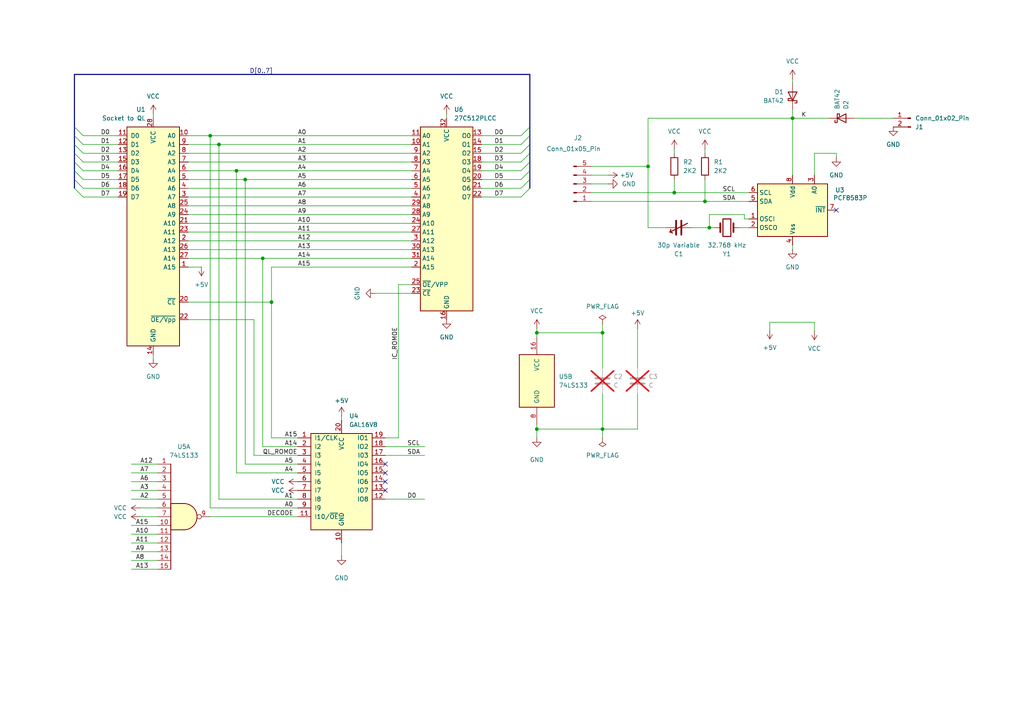
<source format=kicad_sch>
(kicad_sch
	(version 20250114)
	(generator "eeschema")
	(generator_version "9.0")
	(uuid "0617602b-62d8-4799-89c5-d98fa4eb47c1")
	(paper "A4")
	(title_block
		(title "Minerva MK II SMD")
		(date "2025-11-02")
		(rev "0.0")
		(company "Arley Silveira")
	)
	(lib_symbols
		(symbol "74xx:74LS133"
			(pin_names
				(offset 1.016)
			)
			(exclude_from_sim no)
			(in_bom yes)
			(on_board yes)
			(property "Reference" "U"
				(at 0 1.27 0)
				(effects
					(font
						(size 1.27 1.27)
					)
				)
			)
			(property "Value" "74LS133"
				(at 0 -1.27 0)
				(effects
					(font
						(size 1.27 1.27)
					)
				)
			)
			(property "Footprint" ""
				(at 0 0 0)
				(effects
					(font
						(size 1.27 1.27)
					)
					(hide yes)
				)
			)
			(property "Datasheet" "http://www.ti.com/lit/gpn/sn74LS133"
				(at 0 0 0)
				(effects
					(font
						(size 1.27 1.27)
					)
					(hide yes)
				)
			)
			(property "Description" "NAND 13-input"
				(at 0 0 0)
				(effects
					(font
						(size 1.27 1.27)
					)
					(hide yes)
				)
			)
			(property "ki_locked" ""
				(at 0 0 0)
				(effects
					(font
						(size 1.27 1.27)
					)
				)
			)
			(property "ki_keywords" "TTL Nand13"
				(at 0 0 0)
				(effects
					(font
						(size 1.27 1.27)
					)
					(hide yes)
				)
			)
			(property "ki_fp_filters" "DIP?16*"
				(at 0 0 0)
				(effects
					(font
						(size 1.27 1.27)
					)
					(hide yes)
				)
			)
			(symbol "74LS133_1_1"
				(polyline
					(pts
						(xy -3.81 15.24) (xy -3.81 -15.24)
					)
					(stroke
						(width 0.254)
						(type default)
					)
					(fill
						(type none)
					)
				)
				(arc
					(start 0 3.81)
					(mid 3.7934 0)
					(end 0 -3.81)
					(stroke
						(width 0.254)
						(type default)
					)
					(fill
						(type background)
					)
				)
				(polyline
					(pts
						(xy 0 3.81) (xy -3.81 3.81) (xy -3.81 -3.81) (xy 0 -3.81)
					)
					(stroke
						(width 0.254)
						(type default)
					)
					(fill
						(type background)
					)
				)
				(pin input line
					(at -7.62 15.24 0)
					(length 3.81)
					(name "~"
						(effects
							(font
								(size 1.27 1.27)
							)
						)
					)
					(number "1"
						(effects
							(font
								(size 1.27 1.27)
							)
						)
					)
				)
				(pin input line
					(at -7.62 12.7 0)
					(length 3.81)
					(name "~"
						(effects
							(font
								(size 1.27 1.27)
							)
						)
					)
					(number "2"
						(effects
							(font
								(size 1.27 1.27)
							)
						)
					)
				)
				(pin input line
					(at -7.62 10.16 0)
					(length 3.81)
					(name "~"
						(effects
							(font
								(size 1.27 1.27)
							)
						)
					)
					(number "3"
						(effects
							(font
								(size 1.27 1.27)
							)
						)
					)
				)
				(pin input line
					(at -7.62 7.62 0)
					(length 3.81)
					(name "~"
						(effects
							(font
								(size 1.27 1.27)
							)
						)
					)
					(number "4"
						(effects
							(font
								(size 1.27 1.27)
							)
						)
					)
				)
				(pin input line
					(at -7.62 5.08 0)
					(length 3.81)
					(name "~"
						(effects
							(font
								(size 1.27 1.27)
							)
						)
					)
					(number "5"
						(effects
							(font
								(size 1.27 1.27)
							)
						)
					)
				)
				(pin input line
					(at -7.62 2.54 0)
					(length 3.81)
					(name "~"
						(effects
							(font
								(size 1.27 1.27)
							)
						)
					)
					(number "6"
						(effects
							(font
								(size 1.27 1.27)
							)
						)
					)
				)
				(pin input line
					(at -7.62 0 0)
					(length 3.81)
					(name "~"
						(effects
							(font
								(size 1.27 1.27)
							)
						)
					)
					(number "7"
						(effects
							(font
								(size 1.27 1.27)
							)
						)
					)
				)
				(pin input line
					(at -7.62 -2.54 0)
					(length 3.81)
					(name "~"
						(effects
							(font
								(size 1.27 1.27)
							)
						)
					)
					(number "10"
						(effects
							(font
								(size 1.27 1.27)
							)
						)
					)
				)
				(pin input line
					(at -7.62 -5.08 0)
					(length 3.81)
					(name "~"
						(effects
							(font
								(size 1.27 1.27)
							)
						)
					)
					(number "11"
						(effects
							(font
								(size 1.27 1.27)
							)
						)
					)
				)
				(pin input line
					(at -7.62 -7.62 0)
					(length 3.81)
					(name "~"
						(effects
							(font
								(size 1.27 1.27)
							)
						)
					)
					(number "12"
						(effects
							(font
								(size 1.27 1.27)
							)
						)
					)
				)
				(pin input line
					(at -7.62 -10.16 0)
					(length 3.81)
					(name "~"
						(effects
							(font
								(size 1.27 1.27)
							)
						)
					)
					(number "13"
						(effects
							(font
								(size 1.27 1.27)
							)
						)
					)
				)
				(pin input line
					(at -7.62 -12.7 0)
					(length 3.81)
					(name "~"
						(effects
							(font
								(size 1.27 1.27)
							)
						)
					)
					(number "14"
						(effects
							(font
								(size 1.27 1.27)
							)
						)
					)
				)
				(pin input line
					(at -7.62 -15.24 0)
					(length 3.81)
					(name "~"
						(effects
							(font
								(size 1.27 1.27)
							)
						)
					)
					(number "15"
						(effects
							(font
								(size 1.27 1.27)
							)
						)
					)
				)
				(pin output inverted
					(at 7.62 0 180)
					(length 3.81)
					(name "~"
						(effects
							(font
								(size 1.27 1.27)
							)
						)
					)
					(number "9"
						(effects
							(font
								(size 1.27 1.27)
							)
						)
					)
				)
			)
			(symbol "74LS133_1_2"
				(arc
					(start -3.81 3.81)
					(mid -2.589 0)
					(end -3.81 -3.81)
					(stroke
						(width 0.254)
						(type default)
					)
					(fill
						(type none)
					)
				)
				(polyline
					(pts
						(xy -3.81 15.24) (xy -3.81 3.81)
					)
					(stroke
						(width 0.254)
						(type default)
					)
					(fill
						(type none)
					)
				)
				(polyline
					(pts
						(xy -3.81 3.81) (xy -0.635 3.81)
					)
					(stroke
						(width 0.254)
						(type default)
					)
					(fill
						(type background)
					)
				)
				(polyline
					(pts
						(xy -3.81 -3.81) (xy -3.81 -15.24)
					)
					(stroke
						(width 0.254)
						(type default)
					)
					(fill
						(type none)
					)
				)
				(polyline
					(pts
						(xy -3.81 -3.81) (xy -0.635 -3.81)
					)
					(stroke
						(width 0.254)
						(type default)
					)
					(fill
						(type background)
					)
				)
				(arc
					(start 3.81 0)
					(mid 2.1855 -2.584)
					(end -0.6096 -3.81)
					(stroke
						(width 0.254)
						(type default)
					)
					(fill
						(type background)
					)
				)
				(arc
					(start -0.6096 3.81)
					(mid 2.1928 2.5924)
					(end 3.81 0)
					(stroke
						(width 0.254)
						(type default)
					)
					(fill
						(type background)
					)
				)
				(polyline
					(pts
						(xy -0.635 3.81) (xy -3.81 3.81) (xy -3.81 3.81) (xy -3.556 3.4036) (xy -3.0226 2.2606) (xy -2.6924 1.0414)
						(xy -2.6162 -0.254) (xy -2.7686 -1.4986) (xy -3.175 -2.7178) (xy -3.81 -3.81) (xy -3.81 -3.81)
						(xy -0.635 -3.81)
					)
					(stroke
						(width -25.4)
						(type default)
					)
					(fill
						(type background)
					)
				)
				(pin input inverted
					(at -7.62 15.24 0)
					(length 3.81)
					(name "~"
						(effects
							(font
								(size 1.27 1.27)
							)
						)
					)
					(number "1"
						(effects
							(font
								(size 1.27 1.27)
							)
						)
					)
				)
				(pin input inverted
					(at -7.62 12.7 0)
					(length 3.81)
					(name "~"
						(effects
							(font
								(size 1.27 1.27)
							)
						)
					)
					(number "2"
						(effects
							(font
								(size 1.27 1.27)
							)
						)
					)
				)
				(pin input inverted
					(at -7.62 10.16 0)
					(length 3.81)
					(name "~"
						(effects
							(font
								(size 1.27 1.27)
							)
						)
					)
					(number "3"
						(effects
							(font
								(size 1.27 1.27)
							)
						)
					)
				)
				(pin input inverted
					(at -7.62 7.62 0)
					(length 3.81)
					(name "~"
						(effects
							(font
								(size 1.27 1.27)
							)
						)
					)
					(number "4"
						(effects
							(font
								(size 1.27 1.27)
							)
						)
					)
				)
				(pin input inverted
					(at -7.62 5.08 0)
					(length 3.81)
					(name "~"
						(effects
							(font
								(size 1.27 1.27)
							)
						)
					)
					(number "5"
						(effects
							(font
								(size 1.27 1.27)
							)
						)
					)
				)
				(pin input inverted
					(at -7.62 2.54 0)
					(length 4.5466)
					(name "~"
						(effects
							(font
								(size 1.27 1.27)
							)
						)
					)
					(number "6"
						(effects
							(font
								(size 1.27 1.27)
							)
						)
					)
				)
				(pin input inverted
					(at -7.62 0 0)
					(length 5.08)
					(name "~"
						(effects
							(font
								(size 1.27 1.27)
							)
						)
					)
					(number "7"
						(effects
							(font
								(size 1.27 1.27)
							)
						)
					)
				)
				(pin input inverted
					(at -7.62 -2.54 0)
					(length 4.5466)
					(name "~"
						(effects
							(font
								(size 1.27 1.27)
							)
						)
					)
					(number "10"
						(effects
							(font
								(size 1.27 1.27)
							)
						)
					)
				)
				(pin input inverted
					(at -7.62 -5.08 0)
					(length 3.81)
					(name "~"
						(effects
							(font
								(size 1.27 1.27)
							)
						)
					)
					(number "11"
						(effects
							(font
								(size 1.27 1.27)
							)
						)
					)
				)
				(pin input inverted
					(at -7.62 -7.62 0)
					(length 3.81)
					(name "~"
						(effects
							(font
								(size 1.27 1.27)
							)
						)
					)
					(number "12"
						(effects
							(font
								(size 1.27 1.27)
							)
						)
					)
				)
				(pin input inverted
					(at -7.62 -10.16 0)
					(length 3.81)
					(name "~"
						(effects
							(font
								(size 1.27 1.27)
							)
						)
					)
					(number "13"
						(effects
							(font
								(size 1.27 1.27)
							)
						)
					)
				)
				(pin input inverted
					(at -7.62 -12.7 0)
					(length 3.81)
					(name "~"
						(effects
							(font
								(size 1.27 1.27)
							)
						)
					)
					(number "14"
						(effects
							(font
								(size 1.27 1.27)
							)
						)
					)
				)
				(pin input inverted
					(at -7.62 -15.24 0)
					(length 3.81)
					(name "~"
						(effects
							(font
								(size 1.27 1.27)
							)
						)
					)
					(number "15"
						(effects
							(font
								(size 1.27 1.27)
							)
						)
					)
				)
				(pin output line
					(at 7.62 0 180)
					(length 3.81)
					(name "~"
						(effects
							(font
								(size 1.27 1.27)
							)
						)
					)
					(number "9"
						(effects
							(font
								(size 1.27 1.27)
							)
						)
					)
				)
			)
			(symbol "74LS133_2_0"
				(pin power_in line
					(at 0 12.7 270)
					(length 5.08)
					(name "VCC"
						(effects
							(font
								(size 1.27 1.27)
							)
						)
					)
					(number "16"
						(effects
							(font
								(size 1.27 1.27)
							)
						)
					)
				)
				(pin power_in line
					(at 0 -12.7 90)
					(length 5.08)
					(name "GND"
						(effects
							(font
								(size 1.27 1.27)
							)
						)
					)
					(number "8"
						(effects
							(font
								(size 1.27 1.27)
							)
						)
					)
				)
			)
			(symbol "74LS133_2_1"
				(rectangle
					(start -5.08 7.62)
					(end 5.08 -7.62)
					(stroke
						(width 0.254)
						(type default)
					)
					(fill
						(type background)
					)
				)
			)
			(embedded_fonts no)
		)
		(symbol "8bits:PCF8583"
			(exclude_from_sim no)
			(in_bom yes)
			(on_board yes)
			(property "Reference" "U3"
				(at 13.716 5.842 0)
				(effects
					(font
						(size 1.27 1.27)
					)
				)
			)
			(property "Value" "PCF8583"
				(at 16.764 3.556 0)
				(effects
					(font
						(size 1.27 1.27)
					)
				)
			)
			(property "Footprint" "Package_DIP:DIP-8_W7.62mm"
				(at 0 -12.7 0)
				(effects
					(font
						(size 1.27 1.27)
					)
					(hide yes)
				)
			)
			(property "Datasheet" "https://www.nxp.com/docs/en/data-sheet/PCF8583.pdf"
				(at -6.35 -15.24 0)
				(effects
					(font
						(size 1.27 1.27)
					)
					(hide yes)
				)
			)
			(property "Description" "240 x 8 RAM, Serial, I2C, Real-time clock, 4.5V to 5.5V VCC, 0°C to +70°C, DIP-8"
				(at 0 0 0)
				(effects
					(font
						(size 1.27 1.27)
					)
					(hide yes)
				)
			)
			(property "ki_keywords" "RTC, Trickle-Charge Timekeeping Chip + 240 bytes RAM"
				(at 0 0 0)
				(effects
					(font
						(size 1.27 1.27)
					)
					(hide yes)
				)
			)
			(property "ki_fp_filters" "DIP*W7.62mm*"
				(at 0 0 0)
				(effects
					(font
						(size 1.27 1.27)
					)
					(hide yes)
				)
			)
			(symbol "PCF8583_0_1"
				(rectangle
					(start -10.16 7.62)
					(end 10.16 -7.62)
					(stroke
						(width 0.254)
						(type default)
					)
					(fill
						(type background)
					)
				)
			)
			(symbol "PCF8583_1_1"
				(pin input line
					(at -12.7 5.08 0)
					(length 2.54)
					(name "SCL"
						(effects
							(font
								(size 1.27 1.27)
							)
						)
					)
					(number "6"
						(effects
							(font
								(size 1.27 1.27)
							)
						)
					)
				)
				(pin bidirectional line
					(at -12.7 2.54 0)
					(length 2.54)
					(name "SDA"
						(effects
							(font
								(size 1.27 1.27)
							)
						)
					)
					(number "5"
						(effects
							(font
								(size 1.27 1.27)
							)
						)
					)
				)
				(pin input line
					(at -12.7 -2.54 0)
					(length 2.54)
					(name "OSCI"
						(effects
							(font
								(size 1.27 1.27)
							)
						)
					)
					(number "1"
						(effects
							(font
								(size 1.27 1.27)
							)
						)
					)
				)
				(pin input line
					(at -12.7 -5.08 0)
					(length 2.54)
					(name "OSCO"
						(effects
							(font
								(size 1.27 1.27)
							)
						)
					)
					(number "2"
						(effects
							(font
								(size 1.27 1.27)
							)
						)
					)
				)
				(pin power_in line
					(at 0 10.16 270)
					(length 2.54)
					(name "Vdd"
						(effects
							(font
								(size 1.27 1.27)
							)
						)
					)
					(number "8"
						(effects
							(font
								(size 1.27 1.27)
							)
						)
					)
				)
				(pin power_in line
					(at 0 -10.16 90)
					(length 2.54)
					(name "Vss"
						(effects
							(font
								(size 1.27 1.27)
							)
						)
					)
					(number "4"
						(effects
							(font
								(size 1.27 1.27)
							)
						)
					)
				)
				(pin input line
					(at 6.35 10.16 270)
					(length 2.54)
					(name "A0"
						(effects
							(font
								(size 1.27 1.27)
							)
						)
					)
					(number "3"
						(effects
							(font
								(size 1.27 1.27)
							)
						)
					)
				)
				(pin open_collector line
					(at 12.7 0 180)
					(length 2.54)
					(name "~{INT}"
						(effects
							(font
								(size 1.27 1.27)
							)
						)
					)
					(number "7"
						(effects
							(font
								(size 1.27 1.27)
							)
						)
					)
				)
			)
			(embedded_fonts no)
		)
		(symbol "8bits:W27C512"
			(pin_names
				(offset 1.016)
			)
			(exclude_from_sim no)
			(in_bom yes)
			(on_board yes)
			(property "Reference" "U"
				(at 6.35 33.02 0)
				(effects
					(font
						(size 1.27 1.27)
					)
				)
			)
			(property "Value" "W27C512"
				(at 5.08 -33.02 0)
				(effects
					(font
						(size 1.27 1.27)
					)
				)
			)
			(property "Footprint" ""
				(at 0 6.35 0)
				(effects
					(font
						(size 1.27 1.27)
					)
					(hide yes)
				)
			)
			(property "Datasheet" ""
				(at 0 6.35 0)
				(effects
					(font
						(size 1.27 1.27)
					)
					(hide yes)
				)
			)
			(property "Description" "64K ×  8 ELECTRICALLY ERASABLE EPROM"
				(at 0 0 0)
				(effects
					(font
						(size 1.27 1.27)
					)
					(hide yes)
				)
			)
			(property "ki_keywords" "FLASH, EEPROM, EPROM, PARALLEL"
				(at 0 0 0)
				(effects
					(font
						(size 1.27 1.27)
					)
					(hide yes)
				)
			)
			(symbol "W27C512_1_1"
				(rectangle
					(start -7.62 31.75)
					(end 7.62 -31.75)
					(stroke
						(width 0.254)
						(type default)
					)
					(fill
						(type background)
					)
				)
				(pin input line
					(at -10.16 29.21 0)
					(length 2.54)
					(name "A0"
						(effects
							(font
								(size 1.27 1.27)
							)
						)
					)
					(number "10"
						(effects
							(font
								(size 1.27 1.27)
							)
						)
					)
				)
				(pin input line
					(at -10.16 26.67 0)
					(length 2.54)
					(name "A1"
						(effects
							(font
								(size 1.27 1.27)
							)
						)
					)
					(number "9"
						(effects
							(font
								(size 1.27 1.27)
							)
						)
					)
				)
				(pin input line
					(at -10.16 24.13 0)
					(length 2.54)
					(name "A2"
						(effects
							(font
								(size 1.27 1.27)
							)
						)
					)
					(number "8"
						(effects
							(font
								(size 1.27 1.27)
							)
						)
					)
				)
				(pin input line
					(at -10.16 21.59 0)
					(length 2.54)
					(name "A3"
						(effects
							(font
								(size 1.27 1.27)
							)
						)
					)
					(number "7"
						(effects
							(font
								(size 1.27 1.27)
							)
						)
					)
				)
				(pin input line
					(at -10.16 19.05 0)
					(length 2.54)
					(name "A4"
						(effects
							(font
								(size 1.27 1.27)
							)
						)
					)
					(number "6"
						(effects
							(font
								(size 1.27 1.27)
							)
						)
					)
				)
				(pin input line
					(at -10.16 16.51 0)
					(length 2.54)
					(name "A5"
						(effects
							(font
								(size 1.27 1.27)
							)
						)
					)
					(number "5"
						(effects
							(font
								(size 1.27 1.27)
							)
						)
					)
				)
				(pin input line
					(at -10.16 13.97 0)
					(length 2.54)
					(name "A6"
						(effects
							(font
								(size 1.27 1.27)
							)
						)
					)
					(number "4"
						(effects
							(font
								(size 1.27 1.27)
							)
						)
					)
				)
				(pin input line
					(at -10.16 11.43 0)
					(length 2.54)
					(name "A7"
						(effects
							(font
								(size 1.27 1.27)
							)
						)
					)
					(number "3"
						(effects
							(font
								(size 1.27 1.27)
							)
						)
					)
				)
				(pin input line
					(at -10.16 8.89 0)
					(length 2.54)
					(name "A8"
						(effects
							(font
								(size 1.27 1.27)
							)
						)
					)
					(number "25"
						(effects
							(font
								(size 1.27 1.27)
							)
						)
					)
				)
				(pin input line
					(at -10.16 6.35 0)
					(length 2.54)
					(name "A9"
						(effects
							(font
								(size 1.27 1.27)
							)
						)
					)
					(number "24"
						(effects
							(font
								(size 1.27 1.27)
							)
						)
					)
				)
				(pin input line
					(at -10.16 3.81 0)
					(length 2.54)
					(name "A10"
						(effects
							(font
								(size 1.27 1.27)
							)
						)
					)
					(number "21"
						(effects
							(font
								(size 1.27 1.27)
							)
						)
					)
				)
				(pin input line
					(at -10.16 1.27 0)
					(length 2.54)
					(name "A11"
						(effects
							(font
								(size 1.27 1.27)
							)
						)
					)
					(number "23"
						(effects
							(font
								(size 1.27 1.27)
							)
						)
					)
				)
				(pin input line
					(at -10.16 -1.27 0)
					(length 2.54)
					(name "A12"
						(effects
							(font
								(size 1.27 1.27)
							)
						)
					)
					(number "2"
						(effects
							(font
								(size 1.27 1.27)
							)
						)
					)
				)
				(pin input line
					(at -10.16 -3.81 0)
					(length 2.54)
					(name "A13"
						(effects
							(font
								(size 1.27 1.27)
							)
						)
					)
					(number "26"
						(effects
							(font
								(size 1.27 1.27)
							)
						)
					)
				)
				(pin input line
					(at -10.16 -6.35 0)
					(length 2.54)
					(name "A14"
						(effects
							(font
								(size 1.27 1.27)
							)
						)
					)
					(number "27"
						(effects
							(font
								(size 1.27 1.27)
							)
						)
					)
				)
				(pin input line
					(at -10.16 -8.89 0)
					(length 2.54)
					(name "A15"
						(effects
							(font
								(size 1.27 1.27)
							)
						)
					)
					(number "1"
						(effects
							(font
								(size 1.27 1.27)
							)
						)
					)
				)
				(pin input line
					(at -10.16 -19.05 0)
					(length 2.54)
					(name "~{CE}"
						(effects
							(font
								(size 1.27 1.27)
							)
						)
					)
					(number "20"
						(effects
							(font
								(size 1.27 1.27)
							)
						)
					)
				)
				(pin input line
					(at -10.16 -24.13 0)
					(length 2.54)
					(name "~{OE/Vpp}"
						(effects
							(font
								(size 1.27 1.27)
							)
						)
					)
					(number "22"
						(effects
							(font
								(size 1.27 1.27)
							)
						)
					)
				)
				(pin power_in line
					(at 0 34.29 270)
					(length 2.54)
					(name "VCC"
						(effects
							(font
								(size 1.27 1.27)
							)
						)
					)
					(number "28"
						(effects
							(font
								(size 1.27 1.27)
							)
						)
					)
				)
				(pin power_in line
					(at 0 -34.29 90)
					(length 2.54)
					(name "GND"
						(effects
							(font
								(size 1.27 1.27)
							)
						)
					)
					(number "14"
						(effects
							(font
								(size 1.27 1.27)
							)
						)
					)
				)
				(pin tri_state line
					(at 10.16 29.21 180)
					(length 2.54)
					(name "D0"
						(effects
							(font
								(size 1.27 1.27)
							)
						)
					)
					(number "11"
						(effects
							(font
								(size 1.27 1.27)
							)
						)
					)
				)
				(pin tri_state line
					(at 10.16 26.67 180)
					(length 2.54)
					(name "D1"
						(effects
							(font
								(size 1.27 1.27)
							)
						)
					)
					(number "12"
						(effects
							(font
								(size 1.27 1.27)
							)
						)
					)
				)
				(pin tri_state line
					(at 10.16 24.13 180)
					(length 2.54)
					(name "D2"
						(effects
							(font
								(size 1.27 1.27)
							)
						)
					)
					(number "13"
						(effects
							(font
								(size 1.27 1.27)
							)
						)
					)
				)
				(pin tri_state line
					(at 10.16 21.59 180)
					(length 2.54)
					(name "D3"
						(effects
							(font
								(size 1.27 1.27)
							)
						)
					)
					(number "15"
						(effects
							(font
								(size 1.27 1.27)
							)
						)
					)
				)
				(pin tri_state line
					(at 10.16 19.05 180)
					(length 2.54)
					(name "D4"
						(effects
							(font
								(size 1.27 1.27)
							)
						)
					)
					(number "16"
						(effects
							(font
								(size 1.27 1.27)
							)
						)
					)
				)
				(pin tri_state line
					(at 10.16 16.51 180)
					(length 2.54)
					(name "D5"
						(effects
							(font
								(size 1.27 1.27)
							)
						)
					)
					(number "17"
						(effects
							(font
								(size 1.27 1.27)
							)
						)
					)
				)
				(pin tri_state line
					(at 10.16 13.97 180)
					(length 2.54)
					(name "D6"
						(effects
							(font
								(size 1.27 1.27)
							)
						)
					)
					(number "18"
						(effects
							(font
								(size 1.27 1.27)
							)
						)
					)
				)
				(pin tri_state line
					(at 10.16 11.43 180)
					(length 2.54)
					(name "D7"
						(effects
							(font
								(size 1.27 1.27)
							)
						)
					)
					(number "19"
						(effects
							(font
								(size 1.27 1.27)
							)
						)
					)
				)
			)
			(embedded_fonts no)
		)
		(symbol "Connector:Conn_01x02_Pin"
			(pin_names
				(offset 1.016)
				(hide yes)
			)
			(exclude_from_sim no)
			(in_bom yes)
			(on_board yes)
			(property "Reference" "J"
				(at 0 2.54 0)
				(effects
					(font
						(size 1.27 1.27)
					)
				)
			)
			(property "Value" "Conn_01x02_Pin"
				(at 0 -5.08 0)
				(effects
					(font
						(size 1.27 1.27)
					)
				)
			)
			(property "Footprint" ""
				(at 0 0 0)
				(effects
					(font
						(size 1.27 1.27)
					)
					(hide yes)
				)
			)
			(property "Datasheet" "~"
				(at 0 0 0)
				(effects
					(font
						(size 1.27 1.27)
					)
					(hide yes)
				)
			)
			(property "Description" "Generic connector, single row, 01x02, script generated"
				(at 0 0 0)
				(effects
					(font
						(size 1.27 1.27)
					)
					(hide yes)
				)
			)
			(property "ki_locked" ""
				(at 0 0 0)
				(effects
					(font
						(size 1.27 1.27)
					)
				)
			)
			(property "ki_keywords" "connector"
				(at 0 0 0)
				(effects
					(font
						(size 1.27 1.27)
					)
					(hide yes)
				)
			)
			(property "ki_fp_filters" "Connector*:*_1x??_*"
				(at 0 0 0)
				(effects
					(font
						(size 1.27 1.27)
					)
					(hide yes)
				)
			)
			(symbol "Conn_01x02_Pin_1_1"
				(rectangle
					(start 0.8636 0.127)
					(end 0 -0.127)
					(stroke
						(width 0.1524)
						(type default)
					)
					(fill
						(type outline)
					)
				)
				(rectangle
					(start 0.8636 -2.413)
					(end 0 -2.667)
					(stroke
						(width 0.1524)
						(type default)
					)
					(fill
						(type outline)
					)
				)
				(polyline
					(pts
						(xy 1.27 0) (xy 0.8636 0)
					)
					(stroke
						(width 0.1524)
						(type default)
					)
					(fill
						(type none)
					)
				)
				(polyline
					(pts
						(xy 1.27 -2.54) (xy 0.8636 -2.54)
					)
					(stroke
						(width 0.1524)
						(type default)
					)
					(fill
						(type none)
					)
				)
				(pin passive line
					(at 5.08 0 180)
					(length 3.81)
					(name "Pin_1"
						(effects
							(font
								(size 1.27 1.27)
							)
						)
					)
					(number "1"
						(effects
							(font
								(size 1.27 1.27)
							)
						)
					)
				)
				(pin passive line
					(at 5.08 -2.54 180)
					(length 3.81)
					(name "Pin_2"
						(effects
							(font
								(size 1.27 1.27)
							)
						)
					)
					(number "2"
						(effects
							(font
								(size 1.27 1.27)
							)
						)
					)
				)
			)
			(embedded_fonts no)
		)
		(symbol "Connector:Conn_01x05_Pin"
			(pin_names
				(offset 1.016)
				(hide yes)
			)
			(exclude_from_sim no)
			(in_bom yes)
			(on_board yes)
			(property "Reference" "J"
				(at 0 7.62 0)
				(effects
					(font
						(size 1.27 1.27)
					)
				)
			)
			(property "Value" "Conn_01x05_Pin"
				(at 0 -7.62 0)
				(effects
					(font
						(size 1.27 1.27)
					)
				)
			)
			(property "Footprint" ""
				(at 0 0 0)
				(effects
					(font
						(size 1.27 1.27)
					)
					(hide yes)
				)
			)
			(property "Datasheet" "~"
				(at 0 0 0)
				(effects
					(font
						(size 1.27 1.27)
					)
					(hide yes)
				)
			)
			(property "Description" "Generic connector, single row, 01x05, script generated"
				(at 0 0 0)
				(effects
					(font
						(size 1.27 1.27)
					)
					(hide yes)
				)
			)
			(property "ki_locked" ""
				(at 0 0 0)
				(effects
					(font
						(size 1.27 1.27)
					)
				)
			)
			(property "ki_keywords" "connector"
				(at 0 0 0)
				(effects
					(font
						(size 1.27 1.27)
					)
					(hide yes)
				)
			)
			(property "ki_fp_filters" "Connector*:*_1x??_*"
				(at 0 0 0)
				(effects
					(font
						(size 1.27 1.27)
					)
					(hide yes)
				)
			)
			(symbol "Conn_01x05_Pin_1_1"
				(rectangle
					(start 0.8636 5.207)
					(end 0 4.953)
					(stroke
						(width 0.1524)
						(type default)
					)
					(fill
						(type outline)
					)
				)
				(rectangle
					(start 0.8636 2.667)
					(end 0 2.413)
					(stroke
						(width 0.1524)
						(type default)
					)
					(fill
						(type outline)
					)
				)
				(rectangle
					(start 0.8636 0.127)
					(end 0 -0.127)
					(stroke
						(width 0.1524)
						(type default)
					)
					(fill
						(type outline)
					)
				)
				(rectangle
					(start 0.8636 -2.413)
					(end 0 -2.667)
					(stroke
						(width 0.1524)
						(type default)
					)
					(fill
						(type outline)
					)
				)
				(rectangle
					(start 0.8636 -4.953)
					(end 0 -5.207)
					(stroke
						(width 0.1524)
						(type default)
					)
					(fill
						(type outline)
					)
				)
				(polyline
					(pts
						(xy 1.27 5.08) (xy 0.8636 5.08)
					)
					(stroke
						(width 0.1524)
						(type default)
					)
					(fill
						(type none)
					)
				)
				(polyline
					(pts
						(xy 1.27 2.54) (xy 0.8636 2.54)
					)
					(stroke
						(width 0.1524)
						(type default)
					)
					(fill
						(type none)
					)
				)
				(polyline
					(pts
						(xy 1.27 0) (xy 0.8636 0)
					)
					(stroke
						(width 0.1524)
						(type default)
					)
					(fill
						(type none)
					)
				)
				(polyline
					(pts
						(xy 1.27 -2.54) (xy 0.8636 -2.54)
					)
					(stroke
						(width 0.1524)
						(type default)
					)
					(fill
						(type none)
					)
				)
				(polyline
					(pts
						(xy 1.27 -5.08) (xy 0.8636 -5.08)
					)
					(stroke
						(width 0.1524)
						(type default)
					)
					(fill
						(type none)
					)
				)
				(pin passive line
					(at 5.08 5.08 180)
					(length 3.81)
					(name "Pin_1"
						(effects
							(font
								(size 1.27 1.27)
							)
						)
					)
					(number "1"
						(effects
							(font
								(size 1.27 1.27)
							)
						)
					)
				)
				(pin passive line
					(at 5.08 2.54 180)
					(length 3.81)
					(name "Pin_2"
						(effects
							(font
								(size 1.27 1.27)
							)
						)
					)
					(number "2"
						(effects
							(font
								(size 1.27 1.27)
							)
						)
					)
				)
				(pin passive line
					(at 5.08 0 180)
					(length 3.81)
					(name "Pin_3"
						(effects
							(font
								(size 1.27 1.27)
							)
						)
					)
					(number "3"
						(effects
							(font
								(size 1.27 1.27)
							)
						)
					)
				)
				(pin passive line
					(at 5.08 -2.54 180)
					(length 3.81)
					(name "Pin_4"
						(effects
							(font
								(size 1.27 1.27)
							)
						)
					)
					(number "4"
						(effects
							(font
								(size 1.27 1.27)
							)
						)
					)
				)
				(pin passive line
					(at 5.08 -5.08 180)
					(length 3.81)
					(name "Pin_5"
						(effects
							(font
								(size 1.27 1.27)
							)
						)
					)
					(number "5"
						(effects
							(font
								(size 1.27 1.27)
							)
						)
					)
				)
			)
			(embedded_fonts no)
		)
		(symbol "Device:C"
			(pin_numbers
				(hide yes)
			)
			(pin_names
				(offset 0.254)
			)
			(exclude_from_sim no)
			(in_bom yes)
			(on_board yes)
			(property "Reference" "C"
				(at 0.635 2.54 0)
				(effects
					(font
						(size 1.27 1.27)
					)
					(justify left)
				)
			)
			(property "Value" "C"
				(at 0.635 -2.54 0)
				(effects
					(font
						(size 1.27 1.27)
					)
					(justify left)
				)
			)
			(property "Footprint" ""
				(at 0.9652 -3.81 0)
				(effects
					(font
						(size 1.27 1.27)
					)
					(hide yes)
				)
			)
			(property "Datasheet" "~"
				(at 0 0 0)
				(effects
					(font
						(size 1.27 1.27)
					)
					(hide yes)
				)
			)
			(property "Description" "Unpolarized capacitor"
				(at 0 0 0)
				(effects
					(font
						(size 1.27 1.27)
					)
					(hide yes)
				)
			)
			(property "ki_keywords" "cap capacitor"
				(at 0 0 0)
				(effects
					(font
						(size 1.27 1.27)
					)
					(hide yes)
				)
			)
			(property "ki_fp_filters" "C_*"
				(at 0 0 0)
				(effects
					(font
						(size 1.27 1.27)
					)
					(hide yes)
				)
			)
			(symbol "C_0_1"
				(polyline
					(pts
						(xy -2.032 0.762) (xy 2.032 0.762)
					)
					(stroke
						(width 0.508)
						(type default)
					)
					(fill
						(type none)
					)
				)
				(polyline
					(pts
						(xy -2.032 -0.762) (xy 2.032 -0.762)
					)
					(stroke
						(width 0.508)
						(type default)
					)
					(fill
						(type none)
					)
				)
			)
			(symbol "C_1_1"
				(pin passive line
					(at 0 3.81 270)
					(length 2.794)
					(name "~"
						(effects
							(font
								(size 1.27 1.27)
							)
						)
					)
					(number "1"
						(effects
							(font
								(size 1.27 1.27)
							)
						)
					)
				)
				(pin passive line
					(at 0 -3.81 90)
					(length 2.794)
					(name "~"
						(effects
							(font
								(size 1.27 1.27)
							)
						)
					)
					(number "2"
						(effects
							(font
								(size 1.27 1.27)
							)
						)
					)
				)
			)
			(embedded_fonts no)
		)
		(symbol "Device:C_Variable"
			(pin_numbers
				(hide yes)
			)
			(pin_names
				(offset 0.254)
				(hide yes)
			)
			(exclude_from_sim no)
			(in_bom yes)
			(on_board yes)
			(property "Reference" "C"
				(at 0.635 -1.905 0)
				(effects
					(font
						(size 1.27 1.27)
					)
					(justify left)
				)
			)
			(property "Value" "C_Variable"
				(at 0.635 -3.81 0)
				(effects
					(font
						(size 1.27 1.27)
					)
					(justify left)
				)
			)
			(property "Footprint" ""
				(at 0 0 0)
				(effects
					(font
						(size 1.27 1.27)
					)
					(hide yes)
				)
			)
			(property "Datasheet" "~"
				(at 0 0 0)
				(effects
					(font
						(size 1.27 1.27)
					)
					(hide yes)
				)
			)
			(property "Description" "Variable capacitor"
				(at 0 0 0)
				(effects
					(font
						(size 1.27 1.27)
					)
					(hide yes)
				)
			)
			(property "ki_keywords" "trimmer capacitor"
				(at 0 0 0)
				(effects
					(font
						(size 1.27 1.27)
					)
					(hide yes)
				)
			)
			(symbol "C_Variable_0_1"
				(polyline
					(pts
						(xy -2.032 0.762) (xy 2.032 0.762)
					)
					(stroke
						(width 0.508)
						(type default)
					)
					(fill
						(type none)
					)
				)
				(polyline
					(pts
						(xy -2.032 -0.762) (xy 2.032 -0.762)
					)
					(stroke
						(width 0.508)
						(type default)
					)
					(fill
						(type none)
					)
				)
				(polyline
					(pts
						(xy 1.27 2.54) (xy -1.27 -2.54)
					)
					(stroke
						(width 0.3048)
						(type default)
					)
					(fill
						(type none)
					)
				)
				(polyline
					(pts
						(xy 1.27 2.54) (xy 0.508 2.286)
					)
					(stroke
						(width 0.3048)
						(type default)
					)
					(fill
						(type none)
					)
				)
				(polyline
					(pts
						(xy 1.27 2.54) (xy 1.524 1.778)
					)
					(stroke
						(width 0.3048)
						(type default)
					)
					(fill
						(type none)
					)
				)
			)
			(symbol "C_Variable_1_1"
				(pin passive line
					(at 0 3.81 270)
					(length 3.048)
					(name "~"
						(effects
							(font
								(size 1.27 1.27)
							)
						)
					)
					(number "1"
						(effects
							(font
								(size 1.27 1.27)
							)
						)
					)
				)
				(pin passive line
					(at 0 -3.81 90)
					(length 3.048)
					(name "~"
						(effects
							(font
								(size 1.27 1.27)
							)
						)
					)
					(number "2"
						(effects
							(font
								(size 1.27 1.27)
							)
						)
					)
				)
			)
			(embedded_fonts no)
		)
		(symbol "Device:Crystal"
			(pin_numbers
				(hide yes)
			)
			(pin_names
				(offset 1.016)
				(hide yes)
			)
			(exclude_from_sim no)
			(in_bom yes)
			(on_board yes)
			(property "Reference" "Y"
				(at 0 3.81 0)
				(effects
					(font
						(size 1.27 1.27)
					)
				)
			)
			(property "Value" "Crystal"
				(at 0 -3.81 0)
				(effects
					(font
						(size 1.27 1.27)
					)
				)
			)
			(property "Footprint" ""
				(at 0 0 0)
				(effects
					(font
						(size 1.27 1.27)
					)
					(hide yes)
				)
			)
			(property "Datasheet" "~"
				(at 0 0 0)
				(effects
					(font
						(size 1.27 1.27)
					)
					(hide yes)
				)
			)
			(property "Description" "Two pin crystal"
				(at 0 0 0)
				(effects
					(font
						(size 1.27 1.27)
					)
					(hide yes)
				)
			)
			(property "ki_keywords" "quartz ceramic resonator oscillator"
				(at 0 0 0)
				(effects
					(font
						(size 1.27 1.27)
					)
					(hide yes)
				)
			)
			(property "ki_fp_filters" "Crystal*"
				(at 0 0 0)
				(effects
					(font
						(size 1.27 1.27)
					)
					(hide yes)
				)
			)
			(symbol "Crystal_0_1"
				(polyline
					(pts
						(xy -2.54 0) (xy -1.905 0)
					)
					(stroke
						(width 0)
						(type default)
					)
					(fill
						(type none)
					)
				)
				(polyline
					(pts
						(xy -1.905 -1.27) (xy -1.905 1.27)
					)
					(stroke
						(width 0.508)
						(type default)
					)
					(fill
						(type none)
					)
				)
				(rectangle
					(start -1.143 2.54)
					(end 1.143 -2.54)
					(stroke
						(width 0.3048)
						(type default)
					)
					(fill
						(type none)
					)
				)
				(polyline
					(pts
						(xy 1.905 -1.27) (xy 1.905 1.27)
					)
					(stroke
						(width 0.508)
						(type default)
					)
					(fill
						(type none)
					)
				)
				(polyline
					(pts
						(xy 2.54 0) (xy 1.905 0)
					)
					(stroke
						(width 0)
						(type default)
					)
					(fill
						(type none)
					)
				)
			)
			(symbol "Crystal_1_1"
				(pin passive line
					(at -3.81 0 0)
					(length 1.27)
					(name "1"
						(effects
							(font
								(size 1.27 1.27)
							)
						)
					)
					(number "1"
						(effects
							(font
								(size 1.27 1.27)
							)
						)
					)
				)
				(pin passive line
					(at 3.81 0 180)
					(length 1.27)
					(name "2"
						(effects
							(font
								(size 1.27 1.27)
							)
						)
					)
					(number "2"
						(effects
							(font
								(size 1.27 1.27)
							)
						)
					)
				)
			)
			(embedded_fonts no)
		)
		(symbol "Device:R"
			(pin_numbers
				(hide yes)
			)
			(pin_names
				(offset 0)
			)
			(exclude_from_sim no)
			(in_bom yes)
			(on_board yes)
			(property "Reference" "R"
				(at 2.032 0 90)
				(effects
					(font
						(size 1.27 1.27)
					)
				)
			)
			(property "Value" "R"
				(at 0 0 90)
				(effects
					(font
						(size 1.27 1.27)
					)
				)
			)
			(property "Footprint" ""
				(at -1.778 0 90)
				(effects
					(font
						(size 1.27 1.27)
					)
					(hide yes)
				)
			)
			(property "Datasheet" "~"
				(at 0 0 0)
				(effects
					(font
						(size 1.27 1.27)
					)
					(hide yes)
				)
			)
			(property "Description" "Resistor"
				(at 0 0 0)
				(effects
					(font
						(size 1.27 1.27)
					)
					(hide yes)
				)
			)
			(property "ki_keywords" "R res resistor"
				(at 0 0 0)
				(effects
					(font
						(size 1.27 1.27)
					)
					(hide yes)
				)
			)
			(property "ki_fp_filters" "R_*"
				(at 0 0 0)
				(effects
					(font
						(size 1.27 1.27)
					)
					(hide yes)
				)
			)
			(symbol "R_0_1"
				(rectangle
					(start -1.016 -2.54)
					(end 1.016 2.54)
					(stroke
						(width 0.254)
						(type default)
					)
					(fill
						(type none)
					)
				)
			)
			(symbol "R_1_1"
				(pin passive line
					(at 0 3.81 270)
					(length 1.27)
					(name "~"
						(effects
							(font
								(size 1.27 1.27)
							)
						)
					)
					(number "1"
						(effects
							(font
								(size 1.27 1.27)
							)
						)
					)
				)
				(pin passive line
					(at 0 -3.81 90)
					(length 1.27)
					(name "~"
						(effects
							(font
								(size 1.27 1.27)
							)
						)
					)
					(number "2"
						(effects
							(font
								(size 1.27 1.27)
							)
						)
					)
				)
			)
			(embedded_fonts no)
		)
		(symbol "Diode:BAT42"
			(pin_numbers
				(hide yes)
			)
			(pin_names
				(offset 1.016)
				(hide yes)
			)
			(exclude_from_sim no)
			(in_bom yes)
			(on_board yes)
			(property "Reference" "D"
				(at 0 2.54 0)
				(effects
					(font
						(size 1.27 1.27)
					)
				)
			)
			(property "Value" "BAT42"
				(at 0 -2.54 0)
				(effects
					(font
						(size 1.27 1.27)
					)
				)
			)
			(property "Footprint" "Diode_THT:D_DO-35_SOD27_P7.62mm_Horizontal"
				(at 0 -4.445 0)
				(effects
					(font
						(size 1.27 1.27)
					)
					(hide yes)
				)
			)
			(property "Datasheet" "http://www.vishay.com/docs/85660/bat42.pdf"
				(at 0 0 0)
				(effects
					(font
						(size 1.27 1.27)
					)
					(hide yes)
				)
			)
			(property "Description" "30V 0.2A Small Signal Schottky Diode, DO-35"
				(at 0 0 0)
				(effects
					(font
						(size 1.27 1.27)
					)
					(hide yes)
				)
			)
			(property "ki_keywords" "diode Schottky"
				(at 0 0 0)
				(effects
					(font
						(size 1.27 1.27)
					)
					(hide yes)
				)
			)
			(property "ki_fp_filters" "D*DO?35*"
				(at 0 0 0)
				(effects
					(font
						(size 1.27 1.27)
					)
					(hide yes)
				)
			)
			(symbol "BAT42_0_1"
				(polyline
					(pts
						(xy -1.905 0.635) (xy -1.905 1.27) (xy -1.27 1.27) (xy -1.27 -1.27) (xy -0.635 -1.27) (xy -0.635 -0.635)
					)
					(stroke
						(width 0.254)
						(type default)
					)
					(fill
						(type none)
					)
				)
				(polyline
					(pts
						(xy 1.27 1.27) (xy 1.27 -1.27) (xy -1.27 0) (xy 1.27 1.27)
					)
					(stroke
						(width 0.254)
						(type default)
					)
					(fill
						(type none)
					)
				)
				(polyline
					(pts
						(xy 1.27 0) (xy -1.27 0)
					)
					(stroke
						(width 0)
						(type default)
					)
					(fill
						(type none)
					)
				)
			)
			(symbol "BAT42_1_1"
				(pin passive line
					(at -3.81 0 0)
					(length 2.54)
					(name "K"
						(effects
							(font
								(size 1.27 1.27)
							)
						)
					)
					(number "1"
						(effects
							(font
								(size 1.27 1.27)
							)
						)
					)
				)
				(pin passive line
					(at 3.81 0 180)
					(length 2.54)
					(name "A"
						(effects
							(font
								(size 1.27 1.27)
							)
						)
					)
					(number "2"
						(effects
							(font
								(size 1.27 1.27)
							)
						)
					)
				)
			)
			(embedded_fonts no)
		)
		(symbol "Logic_Programmable:GAL16V8"
			(pin_names
				(offset 1.016)
			)
			(exclude_from_sim no)
			(in_bom yes)
			(on_board yes)
			(property "Reference" "U"
				(at -8.89 16.51 0)
				(effects
					(font
						(size 1.27 1.27)
					)
					(justify left)
				)
			)
			(property "Value" "GAL16V8"
				(at 1.27 16.51 0)
				(effects
					(font
						(size 1.27 1.27)
					)
					(justify left)
				)
			)
			(property "Footprint" ""
				(at 0 0 0)
				(effects
					(font
						(size 1.27 1.27)
					)
					(hide yes)
				)
			)
			(property "Datasheet" ""
				(at 0 0 0)
				(effects
					(font
						(size 1.27 1.27)
					)
					(hide yes)
				)
			)
			(property "Description" "Programmable Logic Array, DIP-20/SOIC-20/PLCC-20"
				(at 0 0 0)
				(effects
					(font
						(size 1.27 1.27)
					)
					(hide yes)
				)
			)
			(property "ki_keywords" "GAL PLD 16V8"
				(at 0 0 0)
				(effects
					(font
						(size 1.27 1.27)
					)
					(hide yes)
				)
			)
			(property "ki_fp_filters" "DIP* PDIP* SOIC* SO* PLCC*"
				(at 0 0 0)
				(effects
					(font
						(size 1.27 1.27)
					)
					(hide yes)
				)
			)
			(symbol "GAL16V8_0_0"
				(pin power_in line
					(at 0 17.78 270)
					(length 3.81)
					(name "VCC"
						(effects
							(font
								(size 1.27 1.27)
							)
						)
					)
					(number "20"
						(effects
							(font
								(size 1.27 1.27)
							)
						)
					)
				)
				(pin power_in line
					(at 0 -17.78 90)
					(length 3.81)
					(name "GND"
						(effects
							(font
								(size 1.27 1.27)
							)
						)
					)
					(number "10"
						(effects
							(font
								(size 1.27 1.27)
							)
						)
					)
				)
			)
			(symbol "GAL16V8_0_1"
				(rectangle
					(start -8.89 13.97)
					(end 8.89 -13.97)
					(stroke
						(width 0.254)
						(type default)
					)
					(fill
						(type background)
					)
				)
			)
			(symbol "GAL16V8_1_1"
				(pin input line
					(at -12.7 12.7 0)
					(length 3.81)
					(name "I1/CLK"
						(effects
							(font
								(size 1.27 1.27)
							)
						)
					)
					(number "1"
						(effects
							(font
								(size 1.27 1.27)
							)
						)
					)
				)
				(pin input line
					(at -12.7 10.16 0)
					(length 3.81)
					(name "I2"
						(effects
							(font
								(size 1.27 1.27)
							)
						)
					)
					(number "2"
						(effects
							(font
								(size 1.27 1.27)
							)
						)
					)
				)
				(pin input line
					(at -12.7 7.62 0)
					(length 3.81)
					(name "I3"
						(effects
							(font
								(size 1.27 1.27)
							)
						)
					)
					(number "3"
						(effects
							(font
								(size 1.27 1.27)
							)
						)
					)
				)
				(pin input line
					(at -12.7 5.08 0)
					(length 3.81)
					(name "I4"
						(effects
							(font
								(size 1.27 1.27)
							)
						)
					)
					(number "4"
						(effects
							(font
								(size 1.27 1.27)
							)
						)
					)
				)
				(pin input line
					(at -12.7 2.54 0)
					(length 3.81)
					(name "I5"
						(effects
							(font
								(size 1.27 1.27)
							)
						)
					)
					(number "5"
						(effects
							(font
								(size 1.27 1.27)
							)
						)
					)
				)
				(pin input line
					(at -12.7 0 0)
					(length 3.81)
					(name "I6"
						(effects
							(font
								(size 1.27 1.27)
							)
						)
					)
					(number "6"
						(effects
							(font
								(size 1.27 1.27)
							)
						)
					)
				)
				(pin input line
					(at -12.7 -2.54 0)
					(length 3.81)
					(name "I7"
						(effects
							(font
								(size 1.27 1.27)
							)
						)
					)
					(number "7"
						(effects
							(font
								(size 1.27 1.27)
							)
						)
					)
				)
				(pin input line
					(at -12.7 -5.08 0)
					(length 3.81)
					(name "I8"
						(effects
							(font
								(size 1.27 1.27)
							)
						)
					)
					(number "8"
						(effects
							(font
								(size 1.27 1.27)
							)
						)
					)
				)
				(pin input line
					(at -12.7 -7.62 0)
					(length 3.81)
					(name "I9"
						(effects
							(font
								(size 1.27 1.27)
							)
						)
					)
					(number "9"
						(effects
							(font
								(size 1.27 1.27)
							)
						)
					)
				)
				(pin input line
					(at -12.7 -10.16 0)
					(length 3.81)
					(name "I10/~{OE}"
						(effects
							(font
								(size 1.27 1.27)
							)
						)
					)
					(number "11"
						(effects
							(font
								(size 1.27 1.27)
							)
						)
					)
				)
				(pin tri_state line
					(at 12.7 12.7 180)
					(length 3.81)
					(name "IO1"
						(effects
							(font
								(size 1.27 1.27)
							)
						)
					)
					(number "19"
						(effects
							(font
								(size 1.27 1.27)
							)
						)
					)
				)
				(pin tri_state line
					(at 12.7 10.16 180)
					(length 3.81)
					(name "IO2"
						(effects
							(font
								(size 1.27 1.27)
							)
						)
					)
					(number "18"
						(effects
							(font
								(size 1.27 1.27)
							)
						)
					)
				)
				(pin tri_state line
					(at 12.7 7.62 180)
					(length 3.81)
					(name "I03"
						(effects
							(font
								(size 1.27 1.27)
							)
						)
					)
					(number "17"
						(effects
							(font
								(size 1.27 1.27)
							)
						)
					)
				)
				(pin tri_state line
					(at 12.7 5.08 180)
					(length 3.81)
					(name "IO4"
						(effects
							(font
								(size 1.27 1.27)
							)
						)
					)
					(number "16"
						(effects
							(font
								(size 1.27 1.27)
							)
						)
					)
				)
				(pin tri_state line
					(at 12.7 2.54 180)
					(length 3.81)
					(name "IO5"
						(effects
							(font
								(size 1.27 1.27)
							)
						)
					)
					(number "15"
						(effects
							(font
								(size 1.27 1.27)
							)
						)
					)
				)
				(pin tri_state line
					(at 12.7 0 180)
					(length 3.81)
					(name "IO6"
						(effects
							(font
								(size 1.27 1.27)
							)
						)
					)
					(number "14"
						(effects
							(font
								(size 1.27 1.27)
							)
						)
					)
				)
				(pin tri_state line
					(at 12.7 -2.54 180)
					(length 3.81)
					(name "IO7"
						(effects
							(font
								(size 1.27 1.27)
							)
						)
					)
					(number "13"
						(effects
							(font
								(size 1.27 1.27)
							)
						)
					)
				)
				(pin tri_state line
					(at 12.7 -5.08 180)
					(length 3.81)
					(name "IO8"
						(effects
							(font
								(size 1.27 1.27)
							)
						)
					)
					(number "12"
						(effects
							(font
								(size 1.27 1.27)
							)
						)
					)
				)
			)
			(embedded_fonts no)
		)
		(symbol "Memory_EPROM:27C512PLCC"
			(exclude_from_sim no)
			(in_bom yes)
			(on_board yes)
			(property "Reference" "U"
				(at -7.62 26.67 0)
				(effects
					(font
						(size 1.27 1.27)
					)
				)
			)
			(property "Value" "27C512PLCC"
				(at 2.54 -29.21 0)
				(effects
					(font
						(size 1.27 1.27)
					)
					(justify left)
				)
			)
			(property "Footprint" "Package_LCC:PLCC-32_11.4x14.0mm_P1.27mm"
				(at 0 0 0)
				(effects
					(font
						(size 1.27 1.27)
					)
					(hide yes)
				)
			)
			(property "Datasheet" "http://ww1.microchip.com/downloads/en/DeviceDoc/doc0015.pdf"
				(at 0 0 0)
				(effects
					(font
						(size 1.27 1.27)
					)
					(hide yes)
				)
			)
			(property "Description" "OTP EPROM 512 KiBit PLCC-32"
				(at 0 0 0)
				(effects
					(font
						(size 1.27 1.27)
					)
					(hide yes)
				)
			)
			(property "ki_keywords" "OTP EPROM 512KiBit"
				(at 0 0 0)
				(effects
					(font
						(size 1.27 1.27)
					)
					(hide yes)
				)
			)
			(property "ki_fp_filters" "PLCC?32*11.4x14.0mm*P1.27mm*"
				(at 0 0 0)
				(effects
					(font
						(size 1.27 1.27)
					)
					(hide yes)
				)
			)
			(symbol "27C512PLCC_1_1"
				(rectangle
					(start -7.62 25.4)
					(end 7.62 -27.94)
					(stroke
						(width 0.254)
						(type default)
					)
					(fill
						(type background)
					)
				)
				(pin input line
					(at -10.16 22.86 0)
					(length 2.54)
					(name "A0"
						(effects
							(font
								(size 1.27 1.27)
							)
						)
					)
					(number "11"
						(effects
							(font
								(size 1.27 1.27)
							)
						)
					)
				)
				(pin input line
					(at -10.16 20.32 0)
					(length 2.54)
					(name "A1"
						(effects
							(font
								(size 1.27 1.27)
							)
						)
					)
					(number "10"
						(effects
							(font
								(size 1.27 1.27)
							)
						)
					)
				)
				(pin input line
					(at -10.16 17.78 0)
					(length 2.54)
					(name "A2"
						(effects
							(font
								(size 1.27 1.27)
							)
						)
					)
					(number "9"
						(effects
							(font
								(size 1.27 1.27)
							)
						)
					)
				)
				(pin input line
					(at -10.16 15.24 0)
					(length 2.54)
					(name "A3"
						(effects
							(font
								(size 1.27 1.27)
							)
						)
					)
					(number "8"
						(effects
							(font
								(size 1.27 1.27)
							)
						)
					)
				)
				(pin input line
					(at -10.16 12.7 0)
					(length 2.54)
					(name "A4"
						(effects
							(font
								(size 1.27 1.27)
							)
						)
					)
					(number "7"
						(effects
							(font
								(size 1.27 1.27)
							)
						)
					)
				)
				(pin input line
					(at -10.16 10.16 0)
					(length 2.54)
					(name "A5"
						(effects
							(font
								(size 1.27 1.27)
							)
						)
					)
					(number "6"
						(effects
							(font
								(size 1.27 1.27)
							)
						)
					)
				)
				(pin input line
					(at -10.16 7.62 0)
					(length 2.54)
					(name "A6"
						(effects
							(font
								(size 1.27 1.27)
							)
						)
					)
					(number "5"
						(effects
							(font
								(size 1.27 1.27)
							)
						)
					)
				)
				(pin input line
					(at -10.16 5.08 0)
					(length 2.54)
					(name "A7"
						(effects
							(font
								(size 1.27 1.27)
							)
						)
					)
					(number "4"
						(effects
							(font
								(size 1.27 1.27)
							)
						)
					)
				)
				(pin input line
					(at -10.16 2.54 0)
					(length 2.54)
					(name "A8"
						(effects
							(font
								(size 1.27 1.27)
							)
						)
					)
					(number "29"
						(effects
							(font
								(size 1.27 1.27)
							)
						)
					)
				)
				(pin input line
					(at -10.16 0 0)
					(length 2.54)
					(name "A9"
						(effects
							(font
								(size 1.27 1.27)
							)
						)
					)
					(number "28"
						(effects
							(font
								(size 1.27 1.27)
							)
						)
					)
				)
				(pin input line
					(at -10.16 -2.54 0)
					(length 2.54)
					(name "A10"
						(effects
							(font
								(size 1.27 1.27)
							)
						)
					)
					(number "24"
						(effects
							(font
								(size 1.27 1.27)
							)
						)
					)
				)
				(pin input line
					(at -10.16 -5.08 0)
					(length 2.54)
					(name "A11"
						(effects
							(font
								(size 1.27 1.27)
							)
						)
					)
					(number "27"
						(effects
							(font
								(size 1.27 1.27)
							)
						)
					)
				)
				(pin input line
					(at -10.16 -7.62 0)
					(length 2.54)
					(name "A12"
						(effects
							(font
								(size 1.27 1.27)
							)
						)
					)
					(number "3"
						(effects
							(font
								(size 1.27 1.27)
							)
						)
					)
				)
				(pin input line
					(at -10.16 -10.16 0)
					(length 2.54)
					(name "A13"
						(effects
							(font
								(size 1.27 1.27)
							)
						)
					)
					(number "30"
						(effects
							(font
								(size 1.27 1.27)
							)
						)
					)
				)
				(pin input line
					(at -10.16 -12.7 0)
					(length 2.54)
					(name "A14"
						(effects
							(font
								(size 1.27 1.27)
							)
						)
					)
					(number "31"
						(effects
							(font
								(size 1.27 1.27)
							)
						)
					)
				)
				(pin input line
					(at -10.16 -15.24 0)
					(length 2.54)
					(name "A15"
						(effects
							(font
								(size 1.27 1.27)
							)
						)
					)
					(number "2"
						(effects
							(font
								(size 1.27 1.27)
							)
						)
					)
				)
				(pin input line
					(at -10.16 -20.32 0)
					(length 2.54)
					(name "~{OE}/VPP"
						(effects
							(font
								(size 1.27 1.27)
							)
						)
					)
					(number "25"
						(effects
							(font
								(size 1.27 1.27)
							)
						)
					)
				)
				(pin input line
					(at -10.16 -22.86 0)
					(length 2.54)
					(name "~{CE}"
						(effects
							(font
								(size 1.27 1.27)
							)
						)
					)
					(number "23"
						(effects
							(font
								(size 1.27 1.27)
							)
						)
					)
				)
				(pin power_in line
					(at 0 27.94 270)
					(length 2.54)
					(name "VCC"
						(effects
							(font
								(size 1.27 1.27)
							)
						)
					)
					(number "32"
						(effects
							(font
								(size 1.27 1.27)
							)
						)
					)
				)
				(pin power_in line
					(at 0 -30.48 90)
					(length 2.54)
					(name "GND"
						(effects
							(font
								(size 1.27 1.27)
							)
						)
					)
					(number "16"
						(effects
							(font
								(size 1.27 1.27)
							)
						)
					)
				)
				(pin no_connect line
					(at 7.62 -17.78 180)
					(length 2.54)
					(hide yes)
					(name "NC"
						(effects
							(font
								(size 1.27 1.27)
							)
						)
					)
					(number "1"
						(effects
							(font
								(size 1.27 1.27)
							)
						)
					)
				)
				(pin no_connect line
					(at 7.62 -20.32 180)
					(length 2.54)
					(hide yes)
					(name "NC"
						(effects
							(font
								(size 1.27 1.27)
							)
						)
					)
					(number "17"
						(effects
							(font
								(size 1.27 1.27)
							)
						)
					)
				)
				(pin no_connect line
					(at 7.62 -22.86 180)
					(length 2.54)
					(hide yes)
					(name "NC"
						(effects
							(font
								(size 1.27 1.27)
							)
						)
					)
					(number "12"
						(effects
							(font
								(size 1.27 1.27)
							)
						)
					)
				)
				(pin no_connect line
					(at 7.62 -25.4 180)
					(length 2.54)
					(hide yes)
					(name "NC"
						(effects
							(font
								(size 1.27 1.27)
							)
						)
					)
					(number "26"
						(effects
							(font
								(size 1.27 1.27)
							)
						)
					)
				)
				(pin tri_state line
					(at 10.16 22.86 180)
					(length 2.54)
					(name "O0"
						(effects
							(font
								(size 1.27 1.27)
							)
						)
					)
					(number "13"
						(effects
							(font
								(size 1.27 1.27)
							)
						)
					)
				)
				(pin tri_state line
					(at 10.16 20.32 180)
					(length 2.54)
					(name "O1"
						(effects
							(font
								(size 1.27 1.27)
							)
						)
					)
					(number "14"
						(effects
							(font
								(size 1.27 1.27)
							)
						)
					)
				)
				(pin tri_state line
					(at 10.16 17.78 180)
					(length 2.54)
					(name "O2"
						(effects
							(font
								(size 1.27 1.27)
							)
						)
					)
					(number "15"
						(effects
							(font
								(size 1.27 1.27)
							)
						)
					)
				)
				(pin tri_state line
					(at 10.16 15.24 180)
					(length 2.54)
					(name "O3"
						(effects
							(font
								(size 1.27 1.27)
							)
						)
					)
					(number "18"
						(effects
							(font
								(size 1.27 1.27)
							)
						)
					)
				)
				(pin tri_state line
					(at 10.16 12.7 180)
					(length 2.54)
					(name "O4"
						(effects
							(font
								(size 1.27 1.27)
							)
						)
					)
					(number "19"
						(effects
							(font
								(size 1.27 1.27)
							)
						)
					)
				)
				(pin tri_state line
					(at 10.16 10.16 180)
					(length 2.54)
					(name "O5"
						(effects
							(font
								(size 1.27 1.27)
							)
						)
					)
					(number "20"
						(effects
							(font
								(size 1.27 1.27)
							)
						)
					)
				)
				(pin tri_state line
					(at 10.16 7.62 180)
					(length 2.54)
					(name "O6"
						(effects
							(font
								(size 1.27 1.27)
							)
						)
					)
					(number "21"
						(effects
							(font
								(size 1.27 1.27)
							)
						)
					)
				)
				(pin tri_state line
					(at 10.16 5.08 180)
					(length 2.54)
					(name "O7"
						(effects
							(font
								(size 1.27 1.27)
							)
						)
					)
					(number "22"
						(effects
							(font
								(size 1.27 1.27)
							)
						)
					)
				)
			)
			(embedded_fonts no)
		)
		(symbol "power:+5V"
			(power)
			(pin_numbers
				(hide yes)
			)
			(pin_names
				(offset 0)
				(hide yes)
			)
			(exclude_from_sim no)
			(in_bom yes)
			(on_board yes)
			(property "Reference" "#PWR"
				(at 0 -3.81 0)
				(effects
					(font
						(size 1.27 1.27)
					)
					(hide yes)
				)
			)
			(property "Value" "+5V"
				(at 0 3.556 0)
				(effects
					(font
						(size 1.27 1.27)
					)
				)
			)
			(property "Footprint" ""
				(at 0 0 0)
				(effects
					(font
						(size 1.27 1.27)
					)
					(hide yes)
				)
			)
			(property "Datasheet" ""
				(at 0 0 0)
				(effects
					(font
						(size 1.27 1.27)
					)
					(hide yes)
				)
			)
			(property "Description" "Power symbol creates a global label with name \"+5V\""
				(at 0 0 0)
				(effects
					(font
						(size 1.27 1.27)
					)
					(hide yes)
				)
			)
			(property "ki_keywords" "global power"
				(at 0 0 0)
				(effects
					(font
						(size 1.27 1.27)
					)
					(hide yes)
				)
			)
			(symbol "+5V_0_1"
				(polyline
					(pts
						(xy -0.762 1.27) (xy 0 2.54)
					)
					(stroke
						(width 0)
						(type default)
					)
					(fill
						(type none)
					)
				)
				(polyline
					(pts
						(xy 0 2.54) (xy 0.762 1.27)
					)
					(stroke
						(width 0)
						(type default)
					)
					(fill
						(type none)
					)
				)
				(polyline
					(pts
						(xy 0 0) (xy 0 2.54)
					)
					(stroke
						(width 0)
						(type default)
					)
					(fill
						(type none)
					)
				)
			)
			(symbol "+5V_1_1"
				(pin power_in line
					(at 0 0 90)
					(length 0)
					(name "~"
						(effects
							(font
								(size 1.27 1.27)
							)
						)
					)
					(number "1"
						(effects
							(font
								(size 1.27 1.27)
							)
						)
					)
				)
			)
			(embedded_fonts no)
		)
		(symbol "power:GND"
			(power)
			(pin_numbers
				(hide yes)
			)
			(pin_names
				(offset 0)
				(hide yes)
			)
			(exclude_from_sim no)
			(in_bom yes)
			(on_board yes)
			(property "Reference" "#PWR"
				(at 0 -6.35 0)
				(effects
					(font
						(size 1.27 1.27)
					)
					(hide yes)
				)
			)
			(property "Value" "GND"
				(at 0 -3.81 0)
				(effects
					(font
						(size 1.27 1.27)
					)
				)
			)
			(property "Footprint" ""
				(at 0 0 0)
				(effects
					(font
						(size 1.27 1.27)
					)
					(hide yes)
				)
			)
			(property "Datasheet" ""
				(at 0 0 0)
				(effects
					(font
						(size 1.27 1.27)
					)
					(hide yes)
				)
			)
			(property "Description" "Power symbol creates a global label with name \"GND\" , ground"
				(at 0 0 0)
				(effects
					(font
						(size 1.27 1.27)
					)
					(hide yes)
				)
			)
			(property "ki_keywords" "global power"
				(at 0 0 0)
				(effects
					(font
						(size 1.27 1.27)
					)
					(hide yes)
				)
			)
			(symbol "GND_0_1"
				(polyline
					(pts
						(xy 0 0) (xy 0 -1.27) (xy 1.27 -1.27) (xy 0 -2.54) (xy -1.27 -1.27) (xy 0 -1.27)
					)
					(stroke
						(width 0)
						(type default)
					)
					(fill
						(type none)
					)
				)
			)
			(symbol "GND_1_1"
				(pin power_in line
					(at 0 0 270)
					(length 0)
					(name "~"
						(effects
							(font
								(size 1.27 1.27)
							)
						)
					)
					(number "1"
						(effects
							(font
								(size 1.27 1.27)
							)
						)
					)
				)
			)
			(embedded_fonts no)
		)
		(symbol "power:PWR_FLAG"
			(power)
			(pin_numbers
				(hide yes)
			)
			(pin_names
				(offset 0)
				(hide yes)
			)
			(exclude_from_sim no)
			(in_bom yes)
			(on_board yes)
			(property "Reference" "#FLG"
				(at 0 1.905 0)
				(effects
					(font
						(size 1.27 1.27)
					)
					(hide yes)
				)
			)
			(property "Value" "PWR_FLAG"
				(at 0 3.81 0)
				(effects
					(font
						(size 1.27 1.27)
					)
				)
			)
			(property "Footprint" ""
				(at 0 0 0)
				(effects
					(font
						(size 1.27 1.27)
					)
					(hide yes)
				)
			)
			(property "Datasheet" "~"
				(at 0 0 0)
				(effects
					(font
						(size 1.27 1.27)
					)
					(hide yes)
				)
			)
			(property "Description" "Special symbol for telling ERC where power comes from"
				(at 0 0 0)
				(effects
					(font
						(size 1.27 1.27)
					)
					(hide yes)
				)
			)
			(property "ki_keywords" "flag power"
				(at 0 0 0)
				(effects
					(font
						(size 1.27 1.27)
					)
					(hide yes)
				)
			)
			(symbol "PWR_FLAG_0_0"
				(pin power_out line
					(at 0 0 90)
					(length 0)
					(name "~"
						(effects
							(font
								(size 1.27 1.27)
							)
						)
					)
					(number "1"
						(effects
							(font
								(size 1.27 1.27)
							)
						)
					)
				)
			)
			(symbol "PWR_FLAG_0_1"
				(polyline
					(pts
						(xy 0 0) (xy 0 1.27) (xy -1.016 1.905) (xy 0 2.54) (xy 1.016 1.905) (xy 0 1.27)
					)
					(stroke
						(width 0)
						(type default)
					)
					(fill
						(type none)
					)
				)
			)
			(embedded_fonts no)
		)
		(symbol "power:VCC"
			(power)
			(pin_numbers
				(hide yes)
			)
			(pin_names
				(offset 0)
				(hide yes)
			)
			(exclude_from_sim no)
			(in_bom yes)
			(on_board yes)
			(property "Reference" "#PWR"
				(at 0 -3.81 0)
				(effects
					(font
						(size 1.27 1.27)
					)
					(hide yes)
				)
			)
			(property "Value" "VCC"
				(at 0 3.556 0)
				(effects
					(font
						(size 1.27 1.27)
					)
				)
			)
			(property "Footprint" ""
				(at 0 0 0)
				(effects
					(font
						(size 1.27 1.27)
					)
					(hide yes)
				)
			)
			(property "Datasheet" ""
				(at 0 0 0)
				(effects
					(font
						(size 1.27 1.27)
					)
					(hide yes)
				)
			)
			(property "Description" "Power symbol creates a global label with name \"VCC\""
				(at 0 0 0)
				(effects
					(font
						(size 1.27 1.27)
					)
					(hide yes)
				)
			)
			(property "ki_keywords" "global power"
				(at 0 0 0)
				(effects
					(font
						(size 1.27 1.27)
					)
					(hide yes)
				)
			)
			(symbol "VCC_0_1"
				(polyline
					(pts
						(xy -0.762 1.27) (xy 0 2.54)
					)
					(stroke
						(width 0)
						(type default)
					)
					(fill
						(type none)
					)
				)
				(polyline
					(pts
						(xy 0 2.54) (xy 0.762 1.27)
					)
					(stroke
						(width 0)
						(type default)
					)
					(fill
						(type none)
					)
				)
				(polyline
					(pts
						(xy 0 0) (xy 0 2.54)
					)
					(stroke
						(width 0)
						(type default)
					)
					(fill
						(type none)
					)
				)
			)
			(symbol "VCC_1_1"
				(pin power_in line
					(at 0 0 90)
					(length 0)
					(name "~"
						(effects
							(font
								(size 1.27 1.27)
							)
						)
					)
					(number "1"
						(effects
							(font
								(size 1.27 1.27)
							)
						)
					)
				)
			)
			(embedded_fonts no)
		)
	)
	(junction
		(at 187.96 48.26)
		(diameter 0)
		(color 0 0 0 0)
		(uuid "01606197-9507-4e0d-a22b-11a46ef765ac")
	)
	(junction
		(at 195.58 55.88)
		(diameter 0)
		(color 0 0 0 0)
		(uuid "0e71fa5a-d8ed-4215-964e-a8c827aa34f1")
	)
	(junction
		(at 78.74 87.63)
		(diameter 0)
		(color 0 0 0 0)
		(uuid "683ee458-355a-4d54-8289-ae2b8ffa57fc")
	)
	(junction
		(at 155.702 96.52)
		(diameter 0)
		(color 0 0 0 0)
		(uuid "7edefdd3-23c6-496e-b34c-78d7f3bf4fac")
	)
	(junction
		(at 71.12 52.07)
		(diameter 0)
		(color 0 0 0 0)
		(uuid "885c0b68-aa96-467b-971b-5120674be86a")
	)
	(junction
		(at 63.5 41.91)
		(diameter 0)
		(color 0 0 0 0)
		(uuid "93acde54-5575-4a0b-9f89-b9aec63d127f")
	)
	(junction
		(at 174.752 124.46)
		(diameter 0)
		(color 0 0 0 0)
		(uuid "9650e4aa-5a29-489c-8c0b-76bd02ac6849")
	)
	(junction
		(at 204.47 58.42)
		(diameter 0)
		(color 0 0 0 0)
		(uuid "9d769f44-40ca-4bba-92d3-57f6477e6082")
	)
	(junction
		(at 76.2 74.93)
		(diameter 0)
		(color 0 0 0 0)
		(uuid "a38e7e3a-6c41-4b74-af83-2f555c724f91")
	)
	(junction
		(at 155.702 124.46)
		(diameter 0)
		(color 0 0 0 0)
		(uuid "c6f1237c-7c35-4857-8dc6-7fdf15fe416a")
	)
	(junction
		(at 60.96 39.37)
		(diameter 0)
		(color 0 0 0 0)
		(uuid "c8a0e316-8604-4343-8bde-04d2be18e716")
	)
	(junction
		(at 205.74 66.04)
		(diameter 0)
		(color 0 0 0 0)
		(uuid "cfbcd49c-7285-4222-9ee7-5ee57e0d515b")
	)
	(junction
		(at 174.752 96.52)
		(diameter 0)
		(color 0 0 0 0)
		(uuid "d7a7c66c-f042-4913-ae84-46763eeb6bd4")
	)
	(junction
		(at 229.87 34.29)
		(diameter 0)
		(color 0 0 0 0)
		(uuid "d8e1573d-66bc-4042-aa88-744cb45404e2")
	)
	(junction
		(at 68.58 49.53)
		(diameter 0)
		(color 0 0 0 0)
		(uuid "fbfd19fe-bafc-4ffb-be0e-ff75edb260ec")
	)
	(no_connect
		(at 111.76 139.7)
		(uuid "40192324-a872-4c54-8101-aa89c57f9444")
	)
	(no_connect
		(at 111.76 137.16)
		(uuid "72714177-cb59-45dc-8e4d-2fc2aedb39ef")
	)
	(no_connect
		(at 111.76 134.62)
		(uuid "89fdfab4-1c48-4c3b-8569-f43a27582705")
	)
	(no_connect
		(at 242.57 60.96)
		(uuid "bf1a5c1b-2814-4684-9ab9-ed296ddb957a")
	)
	(no_connect
		(at 111.76 142.24)
		(uuid "c88539b3-7e28-44e6-b455-63649bf84cf0")
	)
	(bus_entry
		(at 21.59 41.91)
		(size 2.54 2.54)
		(stroke
			(width 0)
			(type default)
		)
		(uuid "03527d21-5412-42bf-8613-1e53c1c3d5f6")
	)
	(bus_entry
		(at 21.59 52.07)
		(size 2.54 2.54)
		(stroke
			(width 0)
			(type default)
		)
		(uuid "05a30833-615d-4d77-9f85-ce618ef0e345")
	)
	(bus_entry
		(at 153.67 49.53)
		(size -2.54 2.54)
		(stroke
			(width 0)
			(type default)
		)
		(uuid "1142f74a-32f3-4b73-bcc6-52fa5edd52d4")
	)
	(bus_entry
		(at 21.59 49.53)
		(size 2.54 2.54)
		(stroke
			(width 0)
			(type default)
		)
		(uuid "14ce945b-9599-4571-88e8-6358625a8b93")
	)
	(bus_entry
		(at 153.67 41.91)
		(size -2.54 2.54)
		(stroke
			(width 0)
			(type default)
		)
		(uuid "22a39d90-4c66-45b4-985b-11438b5d1745")
	)
	(bus_entry
		(at 21.59 44.45)
		(size 2.54 2.54)
		(stroke
			(width 0)
			(type default)
		)
		(uuid "2d3b4c66-7ee2-40d4-abf3-a03f57b4600d")
	)
	(bus_entry
		(at 153.67 46.99)
		(size -2.54 2.54)
		(stroke
			(width 0)
			(type default)
		)
		(uuid "43636fde-cc90-4522-a6c1-8d45a76d4df5")
	)
	(bus_entry
		(at 21.59 54.61)
		(size 2.54 2.54)
		(stroke
			(width 0)
			(type default)
		)
		(uuid "5e8d9de4-d299-4eec-af41-90cc6fd5f593")
	)
	(bus_entry
		(at 153.67 39.37)
		(size -2.54 2.54)
		(stroke
			(width 0)
			(type default)
		)
		(uuid "7223f362-6cc4-4bed-a65f-2c3c1b8b7390")
	)
	(bus_entry
		(at 21.59 46.99)
		(size 2.54 2.54)
		(stroke
			(width 0)
			(type default)
		)
		(uuid "76747eb4-0c62-421b-8723-8f645bbed4c0")
	)
	(bus_entry
		(at 21.59 39.37)
		(size 2.54 2.54)
		(stroke
			(width 0)
			(type default)
		)
		(uuid "8171a8b0-b9ed-4a6e-b314-df949991232e")
	)
	(bus_entry
		(at 153.67 36.83)
		(size -2.54 2.54)
		(stroke
			(width 0)
			(type default)
		)
		(uuid "8c152ddb-0081-43db-8adb-d7585da16ef1")
	)
	(bus_entry
		(at 153.67 52.07)
		(size -2.54 2.54)
		(stroke
			(width 0)
			(type default)
		)
		(uuid "a9e6c774-9687-4a11-9943-7acd942b83d8")
	)
	(bus_entry
		(at 21.59 36.83)
		(size 2.54 2.54)
		(stroke
			(width 0)
			(type default)
		)
		(uuid "ceebf39e-14a5-4570-a32f-670c91c6b99b")
	)
	(bus_entry
		(at 153.67 54.61)
		(size -2.54 2.54)
		(stroke
			(width 0)
			(type default)
		)
		(uuid "e37e1420-452e-467c-a968-7183d78eaadd")
	)
	(bus_entry
		(at 153.67 44.45)
		(size -2.54 2.54)
		(stroke
			(width 0)
			(type default)
		)
		(uuid "e4b58f13-ab06-43e8-b918-a66d1bb00dd5")
	)
	(wire
		(pts
			(xy 174.752 96.52) (xy 174.752 106.68)
		)
		(stroke
			(width 0)
			(type default)
		)
		(uuid "00e0c2bc-393b-465b-9819-28144fdaeb6c")
	)
	(wire
		(pts
			(xy 236.22 93.472) (xy 236.22 96.012)
		)
		(stroke
			(width 0)
			(type default)
		)
		(uuid "01576343-1fe5-4e66-848e-86281390f1f3")
	)
	(wire
		(pts
			(xy 200.66 66.04) (xy 205.74 66.04)
		)
		(stroke
			(width 0)
			(type default)
		)
		(uuid "04679373-1d74-491d-bcc1-301a4841c923")
	)
	(wire
		(pts
			(xy 214.63 66.04) (xy 217.17 66.04)
		)
		(stroke
			(width 0)
			(type default)
		)
		(uuid "054c9a37-8e8f-4ab1-9835-72ac170d373b")
	)
	(wire
		(pts
			(xy 38.1 144.78) (xy 45.72 144.78)
		)
		(stroke
			(width 0)
			(type default)
		)
		(uuid "0826dfb5-3e26-4849-b318-d4bd8cc032bc")
	)
	(wire
		(pts
			(xy 187.96 48.26) (xy 171.45 48.26)
		)
		(stroke
			(width 0)
			(type default)
		)
		(uuid "08a843bd-1265-438c-9b09-b10e3f3eb74b")
	)
	(wire
		(pts
			(xy 54.61 77.47) (xy 58.42 77.47)
		)
		(stroke
			(width 0)
			(type default)
		)
		(uuid "08dc70b6-6f83-410a-9801-a40dcd18d68d")
	)
	(wire
		(pts
			(xy 54.61 64.77) (xy 119.38 64.77)
		)
		(stroke
			(width 0)
			(type default)
		)
		(uuid "08f5cc85-e760-4a25-bb2d-6492573594cc")
	)
	(wire
		(pts
			(xy 223.266 93.472) (xy 236.22 93.472)
		)
		(stroke
			(width 0)
			(type default)
		)
		(uuid "0c90b4f0-a971-48db-8164-91e0166952a5")
	)
	(wire
		(pts
			(xy 187.96 34.29) (xy 187.96 48.26)
		)
		(stroke
			(width 0)
			(type default)
		)
		(uuid "0ddc589a-d24e-438d-b72f-5d80ac7ad198")
	)
	(wire
		(pts
			(xy 63.5 41.91) (xy 119.38 41.91)
		)
		(stroke
			(width 0)
			(type default)
		)
		(uuid "0e3ca4c8-b93a-4625-9cbb-d149dd2ab467")
	)
	(bus
		(pts
			(xy 21.59 21.59) (xy 21.59 36.83)
		)
		(stroke
			(width 0)
			(type default)
		)
		(uuid "0e5cb240-6ccd-482a-bc6b-4512af0a78f6")
	)
	(wire
		(pts
			(xy 54.61 41.91) (xy 63.5 41.91)
		)
		(stroke
			(width 0)
			(type default)
		)
		(uuid "0f253b2d-3f21-4b6f-9b8d-cd66ced92f02")
	)
	(wire
		(pts
			(xy 229.87 31.75) (xy 229.87 34.29)
		)
		(stroke
			(width 0)
			(type default)
		)
		(uuid "12a9f6c5-5951-424f-953e-0a059a2d0079")
	)
	(bus
		(pts
			(xy 153.67 41.91) (xy 153.67 44.45)
		)
		(stroke
			(width 0)
			(type default)
		)
		(uuid "15f573aa-047e-471f-9e71-41954db6504d")
	)
	(wire
		(pts
			(xy 60.96 147.32) (xy 60.96 39.37)
		)
		(stroke
			(width 0)
			(type default)
		)
		(uuid "1745cb35-fcf9-43cc-afa7-00345ad2328e")
	)
	(wire
		(pts
			(xy 151.13 39.37) (xy 139.7 39.37)
		)
		(stroke
			(width 0)
			(type default)
		)
		(uuid "178c81cd-d306-4306-a0c7-63a359829f94")
	)
	(wire
		(pts
			(xy 38.1 139.7) (xy 45.72 139.7)
		)
		(stroke
			(width 0)
			(type default)
		)
		(uuid "1af87de5-40dc-4e8b-bef9-48ba8d986a24")
	)
	(wire
		(pts
			(xy 40.64 149.86) (xy 45.72 149.86)
		)
		(stroke
			(width 0)
			(type default)
		)
		(uuid "2434b7c5-beed-490d-9278-78a854944543")
	)
	(wire
		(pts
			(xy 155.702 96.52) (xy 174.752 96.52)
		)
		(stroke
			(width 0)
			(type default)
		)
		(uuid "26f599ac-fbe5-48ae-b8f3-a8c9804e4100")
	)
	(wire
		(pts
			(xy 71.12 134.62) (xy 86.36 134.62)
		)
		(stroke
			(width 0)
			(type default)
		)
		(uuid "27694a95-313c-4861-a1e7-e60a9613c4cd")
	)
	(wire
		(pts
			(xy 151.13 54.61) (xy 139.7 54.61)
		)
		(stroke
			(width 0)
			(type default)
		)
		(uuid "27a54904-761f-4ad5-b72b-14529ab65e53")
	)
	(wire
		(pts
			(xy 204.47 43.18) (xy 204.47 44.45)
		)
		(stroke
			(width 0)
			(type default)
		)
		(uuid "27f2812e-29f7-480f-a4a4-54c54594bf6b")
	)
	(wire
		(pts
			(xy 38.1 154.94) (xy 45.72 154.94)
		)
		(stroke
			(width 0)
			(type default)
		)
		(uuid "2a8e5ae3-d7e7-48b7-9d15-7daed6ab62ba")
	)
	(bus
		(pts
			(xy 153.67 46.99) (xy 153.67 49.53)
		)
		(stroke
			(width 0)
			(type default)
		)
		(uuid "2acc4310-f96d-4750-9ef3-59b1a64b5e0f")
	)
	(wire
		(pts
			(xy 187.96 66.04) (xy 193.04 66.04)
		)
		(stroke
			(width 0)
			(type default)
		)
		(uuid "2c022d84-ab95-4bcc-9c3d-04d0450d0842")
	)
	(bus
		(pts
			(xy 21.59 52.07) (xy 21.59 54.61)
		)
		(stroke
			(width 0)
			(type default)
		)
		(uuid "2c3b56c7-ba8c-4b6a-bbec-e6a6d95091e0")
	)
	(wire
		(pts
			(xy 174.752 93.98) (xy 174.752 96.52)
		)
		(stroke
			(width 0)
			(type default)
		)
		(uuid "2c80559d-471d-43e7-a483-8ca879279b37")
	)
	(wire
		(pts
			(xy 204.47 52.07) (xy 204.47 58.42)
		)
		(stroke
			(width 0)
			(type default)
		)
		(uuid "2d302b92-8634-4333-aadc-987abc43fba6")
	)
	(wire
		(pts
			(xy 242.57 44.45) (xy 242.57 45.72)
		)
		(stroke
			(width 0)
			(type default)
		)
		(uuid "2d4722a7-231b-4a80-9716-f5a5a04e9053")
	)
	(wire
		(pts
			(xy 86.36 147.32) (xy 60.96 147.32)
		)
		(stroke
			(width 0)
			(type default)
		)
		(uuid "2d75aebe-5cd2-4fa9-b0d4-6f38e5aa210b")
	)
	(wire
		(pts
			(xy 151.13 44.45) (xy 139.7 44.45)
		)
		(stroke
			(width 0)
			(type default)
		)
		(uuid "31d34a24-60c2-49e0-a46d-991c9b3f7e45")
	)
	(wire
		(pts
			(xy 155.702 95.25) (xy 155.702 96.52)
		)
		(stroke
			(width 0)
			(type default)
		)
		(uuid "33e04dd0-7033-4eab-9acd-328232709d94")
	)
	(wire
		(pts
			(xy 195.58 52.07) (xy 195.58 55.88)
		)
		(stroke
			(width 0)
			(type default)
		)
		(uuid "34f54f9a-9848-452e-8019-9c205584096f")
	)
	(wire
		(pts
			(xy 229.87 22.86) (xy 229.87 24.13)
		)
		(stroke
			(width 0)
			(type default)
		)
		(uuid "366eb346-c81b-44ac-9b5a-39e208edc501")
	)
	(bus
		(pts
			(xy 153.67 52.07) (xy 153.67 54.61)
		)
		(stroke
			(width 0)
			(type default)
		)
		(uuid "37446719-4fdc-42ea-9c97-ab269e2ea3b8")
	)
	(wire
		(pts
			(xy 24.13 46.99) (xy 34.29 46.99)
		)
		(stroke
			(width 0)
			(type default)
		)
		(uuid "3885bfb1-ec9c-4051-9814-40bdd52b2a75")
	)
	(wire
		(pts
			(xy 54.61 72.39) (xy 119.38 72.39)
		)
		(stroke
			(width 0)
			(type default)
		)
		(uuid "3b485880-68ed-4a41-9c39-840a5e42f4c0")
	)
	(bus
		(pts
			(xy 21.59 49.53) (xy 21.59 52.07)
		)
		(stroke
			(width 0)
			(type default)
		)
		(uuid "3cbdcb36-c78d-4581-9d96-75715580ce02")
	)
	(wire
		(pts
			(xy 187.96 48.26) (xy 187.96 66.04)
		)
		(stroke
			(width 0)
			(type default)
		)
		(uuid "3ce1864c-a905-45fd-8489-70f379b68918")
	)
	(wire
		(pts
			(xy 73.66 92.71) (xy 73.66 132.08)
		)
		(stroke
			(width 0)
			(type default)
		)
		(uuid "3cf573b6-d694-4e39-86e6-5bd44129392d")
	)
	(wire
		(pts
			(xy 54.61 69.85) (xy 119.38 69.85)
		)
		(stroke
			(width 0)
			(type default)
		)
		(uuid "3d60b845-f89d-4421-9c75-abfdd71f8e97")
	)
	(wire
		(pts
			(xy 151.13 52.07) (xy 139.7 52.07)
		)
		(stroke
			(width 0)
			(type default)
		)
		(uuid "413876d0-d944-4747-8d6f-ea0aab632d5e")
	)
	(wire
		(pts
			(xy 54.61 87.63) (xy 78.74 87.63)
		)
		(stroke
			(width 0)
			(type default)
		)
		(uuid "44515857-6c1e-43e0-b35e-129564648a0e")
	)
	(bus
		(pts
			(xy 21.59 21.59) (xy 153.67 21.59)
		)
		(stroke
			(width 0)
			(type default)
		)
		(uuid "48d67ebb-ac4a-4e8d-a060-d0bdb80341fb")
	)
	(wire
		(pts
			(xy 63.5 144.78) (xy 86.36 144.78)
		)
		(stroke
			(width 0)
			(type default)
		)
		(uuid "4bb51c99-0427-4d1a-8a4f-d6375339e0d1")
	)
	(wire
		(pts
			(xy 68.58 137.16) (xy 86.36 137.16)
		)
		(stroke
			(width 0)
			(type default)
		)
		(uuid "4bcc0b2b-7a39-4836-a562-175ba519612d")
	)
	(bus
		(pts
			(xy 21.59 46.99) (xy 21.59 49.53)
		)
		(stroke
			(width 0)
			(type default)
		)
		(uuid "4e7ecea9-04b9-43f5-9436-4010a629757c")
	)
	(wire
		(pts
			(xy 184.912 124.46) (xy 184.912 114.3)
		)
		(stroke
			(width 0)
			(type default)
		)
		(uuid "4f2267ba-2426-4393-9b10-9867053f584e")
	)
	(wire
		(pts
			(xy 205.74 62.23) (xy 205.74 66.04)
		)
		(stroke
			(width 0)
			(type default)
		)
		(uuid "4fcc1326-1ec2-4c1e-8fa8-f87049cde742")
	)
	(wire
		(pts
			(xy 236.22 44.45) (xy 242.57 44.45)
		)
		(stroke
			(width 0)
			(type default)
		)
		(uuid "4ffbd20d-3292-46ff-b529-88aae8f724f6")
	)
	(wire
		(pts
			(xy 171.45 58.42) (xy 204.47 58.42)
		)
		(stroke
			(width 0)
			(type default)
		)
		(uuid "506b88b9-6724-4111-a23b-2cfbb3293d7b")
	)
	(wire
		(pts
			(xy 215.9 62.23) (xy 215.9 63.5)
		)
		(stroke
			(width 0)
			(type default)
		)
		(uuid "563ef60e-dbec-49c0-88ba-c22eea2eaa72")
	)
	(wire
		(pts
			(xy 24.13 41.91) (xy 34.29 41.91)
		)
		(stroke
			(width 0)
			(type default)
		)
		(uuid "57aa3ca2-7549-4381-a587-357d2896a47e")
	)
	(wire
		(pts
			(xy 54.61 44.45) (xy 119.38 44.45)
		)
		(stroke
			(width 0)
			(type default)
		)
		(uuid "590cf493-3b72-4a04-91d8-9b6ce6b8b0b5")
	)
	(wire
		(pts
			(xy 38.1 137.16) (xy 45.72 137.16)
		)
		(stroke
			(width 0)
			(type default)
		)
		(uuid "59e095f9-c534-4d65-ae86-846940176c53")
	)
	(wire
		(pts
			(xy 151.13 57.15) (xy 139.7 57.15)
		)
		(stroke
			(width 0)
			(type default)
		)
		(uuid "5bb31978-f87a-4dcf-8820-2cadeb94b399")
	)
	(wire
		(pts
			(xy 247.904 34.29) (xy 259.08 34.29)
		)
		(stroke
			(width 0)
			(type default)
		)
		(uuid "5bf23a96-c859-402c-a183-eea53ae6d299")
	)
	(wire
		(pts
			(xy 40.64 147.32) (xy 45.72 147.32)
		)
		(stroke
			(width 0)
			(type default)
		)
		(uuid "5cc66a2a-7106-4876-ae32-a7cc3105a78f")
	)
	(wire
		(pts
			(xy 115.57 82.55) (xy 115.57 127)
		)
		(stroke
			(width 0)
			(type default)
		)
		(uuid "5e00b87b-3971-4efb-8ad3-5b31f5144e01")
	)
	(wire
		(pts
			(xy 111.76 129.54) (xy 123.19 129.54)
		)
		(stroke
			(width 0)
			(type default)
		)
		(uuid "61dd3c99-4741-4ddf-83b2-9a645faa8fcb")
	)
	(wire
		(pts
			(xy 24.13 44.45) (xy 34.29 44.45)
		)
		(stroke
			(width 0)
			(type default)
		)
		(uuid "6428ba1a-a3d4-4f2d-b542-3e46581f952e")
	)
	(wire
		(pts
			(xy 229.87 34.29) (xy 240.284 34.29)
		)
		(stroke
			(width 0)
			(type default)
		)
		(uuid "65c5491c-82b8-483e-a2de-271dc740b4ad")
	)
	(wire
		(pts
			(xy 223.266 95.758) (xy 223.266 93.472)
		)
		(stroke
			(width 0)
			(type default)
		)
		(uuid "6827e436-b34e-41a0-b711-19fad88937bc")
	)
	(wire
		(pts
			(xy 76.2 74.93) (xy 76.2 129.54)
		)
		(stroke
			(width 0)
			(type default)
		)
		(uuid "68ec6ccf-4dbb-4cc9-9198-001db3e9c1bd")
	)
	(wire
		(pts
			(xy 229.87 34.29) (xy 229.87 50.8)
		)
		(stroke
			(width 0)
			(type default)
		)
		(uuid "6eb3735a-df33-4246-88f3-846b242a0524")
	)
	(wire
		(pts
			(xy 54.61 92.71) (xy 73.66 92.71)
		)
		(stroke
			(width 0)
			(type default)
		)
		(uuid "6ebb3584-87dc-4575-95ab-d78c5d32c143")
	)
	(wire
		(pts
			(xy 68.58 49.53) (xy 119.38 49.53)
		)
		(stroke
			(width 0)
			(type default)
		)
		(uuid "6f405e08-6c64-475f-90c6-b197547be920")
	)
	(wire
		(pts
			(xy 71.12 52.07) (xy 119.38 52.07)
		)
		(stroke
			(width 0)
			(type default)
		)
		(uuid "6f80041d-13fd-4ede-945d-0628f83a04fa")
	)
	(bus
		(pts
			(xy 153.67 49.53) (xy 153.67 52.07)
		)
		(stroke
			(width 0)
			(type default)
		)
		(uuid "71f53f05-7145-46ba-b5f2-e250d4a2a007")
	)
	(wire
		(pts
			(xy 205.74 62.23) (xy 215.9 62.23)
		)
		(stroke
			(width 0)
			(type default)
		)
		(uuid "73179a07-c1d4-438d-a5d7-22a044f21f54")
	)
	(wire
		(pts
			(xy 171.45 50.8) (xy 176.53 50.8)
		)
		(stroke
			(width 0)
			(type default)
		)
		(uuid "75d792e1-41b0-49ab-a9d7-609ce42616c5")
	)
	(wire
		(pts
			(xy 54.61 62.23) (xy 119.38 62.23)
		)
		(stroke
			(width 0)
			(type default)
		)
		(uuid "7aef59fb-87ae-4278-9b14-ef43275c0375")
	)
	(wire
		(pts
			(xy 73.66 132.08) (xy 86.36 132.08)
		)
		(stroke
			(width 0)
			(type default)
		)
		(uuid "7bb9c45a-24f8-4510-8c7d-724ff340fb7a")
	)
	(wire
		(pts
			(xy 119.38 74.93) (xy 76.2 74.93)
		)
		(stroke
			(width 0)
			(type default)
		)
		(uuid "7edc6219-6e35-41e4-99fe-50057f217c85")
	)
	(wire
		(pts
			(xy 54.61 49.53) (xy 68.58 49.53)
		)
		(stroke
			(width 0)
			(type default)
		)
		(uuid "804f09d8-a057-4c9a-aae6-4411972037ac")
	)
	(wire
		(pts
			(xy 24.13 52.07) (xy 34.29 52.07)
		)
		(stroke
			(width 0)
			(type default)
		)
		(uuid "821ccc0e-26c6-4a42-bd4a-9158e2c817e1")
	)
	(wire
		(pts
			(xy 78.74 127) (xy 86.36 127)
		)
		(stroke
			(width 0)
			(type default)
		)
		(uuid "82cc4e6d-5eef-4daa-b922-8bac467e8e4e")
	)
	(bus
		(pts
			(xy 153.67 39.37) (xy 153.67 41.91)
		)
		(stroke
			(width 0)
			(type default)
		)
		(uuid "840bc411-cc43-40f2-ab58-03cecd343a75")
	)
	(wire
		(pts
			(xy 151.13 46.99) (xy 139.7 46.99)
		)
		(stroke
			(width 0)
			(type default)
		)
		(uuid "85b6c632-53d3-492c-852c-6580e51edc32")
	)
	(wire
		(pts
			(xy 155.702 127) (xy 155.702 124.46)
		)
		(stroke
			(width 0)
			(type default)
		)
		(uuid "86168d89-7b89-4b5d-b377-c184a6e3164a")
	)
	(wire
		(pts
			(xy 54.61 74.93) (xy 76.2 74.93)
		)
		(stroke
			(width 0)
			(type default)
		)
		(uuid "8687e13d-e53d-4439-9414-bc0a0b5a0645")
	)
	(wire
		(pts
			(xy 38.1 160.02) (xy 45.72 160.02)
		)
		(stroke
			(width 0)
			(type default)
		)
		(uuid "86ee4223-9bf0-42c6-a71a-99a5847bf1c6")
	)
	(wire
		(pts
			(xy 151.13 49.53) (xy 139.7 49.53)
		)
		(stroke
			(width 0)
			(type default)
		)
		(uuid "87ae37d1-b7bc-4409-be15-3133ce687410")
	)
	(wire
		(pts
			(xy 108.712 85.09) (xy 119.38 85.09)
		)
		(stroke
			(width 0)
			(type default)
		)
		(uuid "8b9ab74f-e13a-4c56-86f4-60a7b85edbfd")
	)
	(wire
		(pts
			(xy 155.702 123.19) (xy 155.702 124.46)
		)
		(stroke
			(width 0)
			(type default)
		)
		(uuid "8cef1fdf-992e-4a9a-af34-44113c1a87ec")
	)
	(wire
		(pts
			(xy 78.74 87.63) (xy 78.74 127)
		)
		(stroke
			(width 0)
			(type default)
		)
		(uuid "8d9bf79a-4c8d-4443-8044-ff96ba589159")
	)
	(wire
		(pts
			(xy 155.702 96.52) (xy 155.702 97.79)
		)
		(stroke
			(width 0)
			(type default)
		)
		(uuid "8fc49077-3620-41e8-b73d-33f6bf3d1413")
	)
	(wire
		(pts
			(xy 184.912 95.25) (xy 184.912 106.68)
		)
		(stroke
			(width 0)
			(type default)
		)
		(uuid "90c936d2-ecba-4368-b2cd-5981f80cc622")
	)
	(wire
		(pts
			(xy 54.61 57.15) (xy 119.38 57.15)
		)
		(stroke
			(width 0)
			(type default)
		)
		(uuid "90eaf924-751e-4387-bbe5-c9adbdf1c44c")
	)
	(wire
		(pts
			(xy 129.54 33.02) (xy 129.54 34.29)
		)
		(stroke
			(width 0)
			(type default)
		)
		(uuid "9166b254-b383-4052-8d93-74459cbc5817")
	)
	(wire
		(pts
			(xy 171.45 55.88) (xy 195.58 55.88)
		)
		(stroke
			(width 0)
			(type default)
		)
		(uuid "917b066c-5e44-48f7-be01-05ec5e6a0cbd")
	)
	(wire
		(pts
			(xy 68.58 49.53) (xy 68.58 137.16)
		)
		(stroke
			(width 0)
			(type default)
		)
		(uuid "936f0dbc-8b8f-48d5-983d-e268ba290172")
	)
	(wire
		(pts
			(xy 60.96 149.86) (xy 86.36 149.86)
		)
		(stroke
			(width 0)
			(type default)
		)
		(uuid "9498b5e1-6f72-4e2b-a268-11d5595c2ab4")
	)
	(wire
		(pts
			(xy 205.74 66.04) (xy 207.01 66.04)
		)
		(stroke
			(width 0)
			(type default)
		)
		(uuid "963b3705-8445-461d-ba80-bfa90a739476")
	)
	(wire
		(pts
			(xy 174.752 127) (xy 174.752 124.46)
		)
		(stroke
			(width 0)
			(type default)
		)
		(uuid "9b0d334f-d4af-4659-91c0-3ad987acc704")
	)
	(wire
		(pts
			(xy 111.76 127) (xy 115.57 127)
		)
		(stroke
			(width 0)
			(type default)
		)
		(uuid "9ce9bed6-7a63-4ed2-b32b-69654ac49a26")
	)
	(wire
		(pts
			(xy 38.1 162.56) (xy 45.72 162.56)
		)
		(stroke
			(width 0)
			(type default)
		)
		(uuid "9e673db5-ea0c-44a1-ba2d-a73a0602bb7d")
	)
	(wire
		(pts
			(xy 115.57 82.55) (xy 119.38 82.55)
		)
		(stroke
			(width 0)
			(type default)
		)
		(uuid "a09b49ef-d6b9-492f-b09c-4529b54eb08e")
	)
	(wire
		(pts
			(xy 151.13 41.91) (xy 139.7 41.91)
		)
		(stroke
			(width 0)
			(type default)
		)
		(uuid "a1500dc7-7a7a-4c89-9712-fe3de99717a2")
	)
	(bus
		(pts
			(xy 21.59 36.83) (xy 21.59 39.37)
		)
		(stroke
			(width 0)
			(type default)
		)
		(uuid "a15c09e1-0260-465b-8765-e9122109898f")
	)
	(wire
		(pts
			(xy 99.06 157.48) (xy 99.06 161.29)
		)
		(stroke
			(width 0)
			(type default)
		)
		(uuid "a244124c-dccf-4cf8-b39e-87128d9338c9")
	)
	(wire
		(pts
			(xy 60.96 39.37) (xy 119.38 39.37)
		)
		(stroke
			(width 0)
			(type default)
		)
		(uuid "a4033072-20c1-417d-8c28-678572d60fe8")
	)
	(wire
		(pts
			(xy 38.1 157.48) (xy 45.72 157.48)
		)
		(stroke
			(width 0)
			(type default)
		)
		(uuid "a4e3bbfd-a544-4640-9ff8-3a99b6b85f64")
	)
	(wire
		(pts
			(xy 171.45 53.34) (xy 176.53 53.34)
		)
		(stroke
			(width 0)
			(type default)
		)
		(uuid "a587fe42-40af-4191-800c-0c6568241f0c")
	)
	(wire
		(pts
			(xy 24.13 54.61) (xy 34.29 54.61)
		)
		(stroke
			(width 0)
			(type default)
		)
		(uuid "abbb3fb1-25d7-4f1f-adaf-e496f1f736b8")
	)
	(wire
		(pts
			(xy 76.2 129.54) (xy 86.36 129.54)
		)
		(stroke
			(width 0)
			(type default)
		)
		(uuid "abe045f8-611d-4a59-8697-09a07eb0a95a")
	)
	(wire
		(pts
			(xy 38.1 142.24) (xy 45.72 142.24)
		)
		(stroke
			(width 0)
			(type default)
		)
		(uuid "ae991d22-6786-4cc4-9608-cb48582d24b8")
	)
	(wire
		(pts
			(xy 63.5 41.91) (xy 63.5 144.78)
		)
		(stroke
			(width 0)
			(type default)
		)
		(uuid "b012c946-b802-4276-b9d5-3fce8c7ccbfd")
	)
	(wire
		(pts
			(xy 111.76 144.78) (xy 123.19 144.78)
		)
		(stroke
			(width 0)
			(type default)
		)
		(uuid "b52d4b11-eb47-442b-9ba8-e65deeb1fb8d")
	)
	(wire
		(pts
			(xy 54.61 67.31) (xy 119.38 67.31)
		)
		(stroke
			(width 0)
			(type default)
		)
		(uuid "bb622557-6790-420b-91e3-35a602507948")
	)
	(wire
		(pts
			(xy 54.61 39.37) (xy 60.96 39.37)
		)
		(stroke
			(width 0)
			(type default)
		)
		(uuid "c0aa5448-4c5d-4b86-8758-a0418842db2e")
	)
	(wire
		(pts
			(xy 38.1 165.1) (xy 45.72 165.1)
		)
		(stroke
			(width 0)
			(type default)
		)
		(uuid "c12a60ee-60b8-4a46-89e4-e7441924578b")
	)
	(bus
		(pts
			(xy 153.67 44.45) (xy 153.67 46.99)
		)
		(stroke
			(width 0)
			(type default)
		)
		(uuid "c5f95c57-2364-4626-b02d-2af57bc0fe03")
	)
	(wire
		(pts
			(xy 24.13 39.37) (xy 34.29 39.37)
		)
		(stroke
			(width 0)
			(type default)
		)
		(uuid "c78fcfbd-785e-47e4-b78c-8fb83859dafd")
	)
	(bus
		(pts
			(xy 21.59 39.37) (xy 21.59 41.91)
		)
		(stroke
			(width 0)
			(type default)
		)
		(uuid "c7e5f3e2-323b-492b-b2bc-9099da31e589")
	)
	(bus
		(pts
			(xy 153.67 21.59) (xy 153.67 36.83)
		)
		(stroke
			(width 0)
			(type default)
		)
		(uuid "cb16fd9e-1dc6-4297-8036-44eca50e5615")
	)
	(wire
		(pts
			(xy 155.702 124.46) (xy 174.752 124.46)
		)
		(stroke
			(width 0)
			(type default)
		)
		(uuid "cf9c352b-0903-452a-9b16-fe7f9db2e3d8")
	)
	(wire
		(pts
			(xy 38.1 152.4) (xy 45.72 152.4)
		)
		(stroke
			(width 0)
			(type default)
		)
		(uuid "d09ba92f-efae-4719-aaf8-570b535205e0")
	)
	(wire
		(pts
			(xy 111.76 132.08) (xy 123.19 132.08)
		)
		(stroke
			(width 0)
			(type default)
		)
		(uuid "d0a24677-e93b-4bec-bd22-7d8ff020b0b8")
	)
	(wire
		(pts
			(xy 229.87 34.29) (xy 187.96 34.29)
		)
		(stroke
			(width 0)
			(type default)
		)
		(uuid "d3ee180b-0b47-45d0-b3b6-9c7198a5a8c4")
	)
	(wire
		(pts
			(xy 54.61 54.61) (xy 119.38 54.61)
		)
		(stroke
			(width 0)
			(type default)
		)
		(uuid "d49d04fe-2060-4b2f-84c2-2eaeb125829a")
	)
	(wire
		(pts
			(xy 54.61 46.99) (xy 119.38 46.99)
		)
		(stroke
			(width 0)
			(type default)
		)
		(uuid "d4c49243-619a-4e00-9786-b884cb92a29f")
	)
	(wire
		(pts
			(xy 78.74 77.47) (xy 119.38 77.47)
		)
		(stroke
			(width 0)
			(type default)
		)
		(uuid "d7b27cae-4218-491e-8ae3-b1bc81632283")
	)
	(bus
		(pts
			(xy 153.67 36.83) (xy 153.67 39.37)
		)
		(stroke
			(width 0)
			(type default)
		)
		(uuid "d97563ae-9e24-4ed4-8e28-cf12309c9660")
	)
	(wire
		(pts
			(xy 24.13 49.53) (xy 34.29 49.53)
		)
		(stroke
			(width 0)
			(type default)
		)
		(uuid "dabfc3fc-ff62-4285-bf5a-40831ab06ad7")
	)
	(wire
		(pts
			(xy 174.752 114.3) (xy 174.752 124.46)
		)
		(stroke
			(width 0)
			(type default)
		)
		(uuid "deae9896-e8fc-4577-b225-55b79e47f36e")
	)
	(wire
		(pts
			(xy 38.1 134.62) (xy 45.72 134.62)
		)
		(stroke
			(width 0)
			(type default)
		)
		(uuid "ded24cd9-b949-486c-82b6-4f95940f0818")
	)
	(bus
		(pts
			(xy 21.59 44.45) (xy 21.59 46.99)
		)
		(stroke
			(width 0)
			(type default)
		)
		(uuid "e00c5bd2-3d4a-49c3-8e8a-9e70c2018f37")
	)
	(wire
		(pts
			(xy 44.45 102.87) (xy 44.45 104.14)
		)
		(stroke
			(width 0)
			(type default)
		)
		(uuid "e092a534-c156-46ee-a26c-281030f3ecda")
	)
	(wire
		(pts
			(xy 99.06 120.65) (xy 99.06 121.92)
		)
		(stroke
			(width 0)
			(type default)
		)
		(uuid "e431b4f4-c4a8-4315-9268-49bc331698cc")
	)
	(wire
		(pts
			(xy 54.61 52.07) (xy 71.12 52.07)
		)
		(stroke
			(width 0)
			(type default)
		)
		(uuid "e691092b-bc33-4497-934a-c113b163d75c")
	)
	(wire
		(pts
			(xy 217.17 63.5) (xy 215.9 63.5)
		)
		(stroke
			(width 0)
			(type default)
		)
		(uuid "e9a29550-9e01-4cbb-ae44-db63164b0298")
	)
	(wire
		(pts
			(xy 54.61 59.69) (xy 119.38 59.69)
		)
		(stroke
			(width 0)
			(type default)
		)
		(uuid "ec591c9b-a3f1-49fb-95b3-e68e9e33c4e5")
	)
	(wire
		(pts
			(xy 44.45 33.02) (xy 44.45 34.29)
		)
		(stroke
			(width 0)
			(type default)
		)
		(uuid "f1647693-d9ab-436e-acc7-f6c6bfb8b70d")
	)
	(wire
		(pts
			(xy 204.47 58.42) (xy 217.17 58.42)
		)
		(stroke
			(width 0)
			(type default)
		)
		(uuid "f56bd49e-8162-42d5-bd92-59ebf40696ac")
	)
	(wire
		(pts
			(xy 195.58 55.88) (xy 217.17 55.88)
		)
		(stroke
			(width 0)
			(type default)
		)
		(uuid "f5df9bc3-56b0-4281-bfe6-d021f93ec56c")
	)
	(wire
		(pts
			(xy 195.58 43.18) (xy 195.58 44.45)
		)
		(stroke
			(width 0)
			(type default)
		)
		(uuid "f84bdc98-572c-407a-bea9-88082d6614ce")
	)
	(wire
		(pts
			(xy 24.13 57.15) (xy 34.29 57.15)
		)
		(stroke
			(width 0)
			(type default)
		)
		(uuid "f882b2f9-a3fe-47a8-8591-4fecc0aba311")
	)
	(wire
		(pts
			(xy 229.87 71.12) (xy 229.87 72.39)
		)
		(stroke
			(width 0)
			(type default)
		)
		(uuid "f91327fd-3045-45d2-8fa2-392b3021150d")
	)
	(wire
		(pts
			(xy 78.74 77.47) (xy 78.74 87.63)
		)
		(stroke
			(width 0)
			(type default)
		)
		(uuid "fb5e7b67-aa5a-4369-8cd2-39e0692e494b")
	)
	(wire
		(pts
			(xy 71.12 52.07) (xy 71.12 134.62)
		)
		(stroke
			(width 0)
			(type default)
		)
		(uuid "fbd102b3-1056-4f17-b3b7-d010ee801c3c")
	)
	(bus
		(pts
			(xy 21.59 41.91) (xy 21.59 44.45)
		)
		(stroke
			(width 0)
			(type default)
		)
		(uuid "fe22ac74-e734-4590-a71a-60dbd4c90c4b")
	)
	(wire
		(pts
			(xy 236.22 44.45) (xy 236.22 50.8)
		)
		(stroke
			(width 0)
			(type default)
		)
		(uuid "fe23b95c-c2f2-48a0-8552-bc87171765a5")
	)
	(wire
		(pts
			(xy 174.752 124.46) (xy 184.912 124.46)
		)
		(stroke
			(width 0)
			(type default)
		)
		(uuid "ffd2cc03-44de-4674-b4c1-bb83bac4e5df")
	)
	(label "D2"
		(at 29.21 44.45 0)
		(effects
			(font
				(size 1.27 1.27)
			)
			(justify left bottom)
		)
		(uuid "089df6d6-4849-4615-8122-e4adaf11e381")
	)
	(label "A8"
		(at 39.37 162.56 0)
		(effects
			(font
				(size 1.27 1.27)
			)
			(justify left bottom)
		)
		(uuid "0a988f5b-03db-4016-a951-38fb7f691d46")
	)
	(label "K"
		(at 232.41 34.29 0)
		(effects
			(font
				(size 1.27 1.27)
			)
			(justify left bottom)
		)
		(uuid "135c205d-4f4d-4d11-870f-2b4b4cb6f8dd")
	)
	(label "A0"
		(at 86.36 39.37 0)
		(effects
			(font
				(size 1.27 1.27)
			)
			(justify left bottom)
		)
		(uuid "19b80da5-afb7-43b4-ac97-284d3979e2c4")
	)
	(label "A5"
		(at 86.36 52.07 0)
		(effects
			(font
				(size 1.27 1.27)
			)
			(justify left bottom)
		)
		(uuid "1a49aa08-8ca5-4c7b-9ecc-dc6758756a18")
	)
	(label "DECODE"
		(at 77.47 149.86 0)
		(effects
			(font
				(size 1.27 1.27)
			)
			(justify left bottom)
		)
		(uuid "2362f6f8-f0c3-4716-806b-de8675e5d31b")
	)
	(label "SDA"
		(at 209.55 58.42 0)
		(effects
			(font
				(size 1.27 1.27)
			)
			(justify left bottom)
		)
		(uuid "2427ab25-9461-4dbd-a323-2f04ec2d695f")
	)
	(label "A15"
		(at 86.36 77.47 0)
		(effects
			(font
				(size 1.27 1.27)
			)
			(justify left bottom)
		)
		(uuid "2b00cc3b-777e-458f-a0e9-807a57ba4375")
	)
	(label "D4"
		(at 29.21 49.53 0)
		(effects
			(font
				(size 1.27 1.27)
			)
			(justify left bottom)
		)
		(uuid "2b8cee9c-b1d7-4cc4-8f8a-ecb5d080eaa3")
	)
	(label "A2"
		(at 40.64 144.78 0)
		(effects
			(font
				(size 1.27 1.27)
			)
			(justify left bottom)
		)
		(uuid "2c0a8aa2-197f-4c50-9685-1ebc45d15e6b")
	)
	(label "A7"
		(at 86.36 57.15 0)
		(effects
			(font
				(size 1.27 1.27)
			)
			(justify left bottom)
		)
		(uuid "31dfc392-0eec-4690-8ee2-9f59db432dd2")
	)
	(label "A6"
		(at 86.36 54.61 0)
		(effects
			(font
				(size 1.27 1.27)
			)
			(justify left bottom)
		)
		(uuid "3255a09b-8121-479a-a7f3-37d188b03dd5")
	)
	(label "A11"
		(at 86.36 67.31 0)
		(effects
			(font
				(size 1.27 1.27)
			)
			(justify left bottom)
		)
		(uuid "359f0858-b649-48aa-976b-4a81ff1b8c6c")
	)
	(label "A13"
		(at 39.37 165.1 0)
		(effects
			(font
				(size 1.27 1.27)
			)
			(justify left bottom)
		)
		(uuid "3854fdf1-780b-470b-ab06-8befad8474d1")
	)
	(label "A3"
		(at 40.64 142.24 0)
		(effects
			(font
				(size 1.27 1.27)
			)
			(justify left bottom)
		)
		(uuid "3b2d8887-7a3f-4a15-929c-331d20ed90fc")
	)
	(label "A7"
		(at 40.64 137.16 0)
		(effects
			(font
				(size 1.27 1.27)
			)
			(justify left bottom)
		)
		(uuid "40654f90-af32-40f6-94f3-7ecb16b5ddb2")
	)
	(label "A14"
		(at 86.36 74.93 0)
		(effects
			(font
				(size 1.27 1.27)
			)
			(justify left bottom)
		)
		(uuid "479d3b9f-411e-4a03-96a7-bb8f4de019a9")
	)
	(label "SCL"
		(at 118.11 129.54 0)
		(effects
			(font
				(size 1.27 1.27)
			)
			(justify left bottom)
		)
		(uuid "584d8bf1-97f2-4a7b-9b5f-fdefce940ca4")
	)
	(label "D0"
		(at 118.11 144.78 0)
		(effects
			(font
				(size 1.27 1.27)
			)
			(justify left bottom)
		)
		(uuid "5a7d3d33-5736-41b6-a717-70d1b5e7f10c")
	)
	(label "D2"
		(at 146.05 44.45 180)
		(effects
			(font
				(size 1.27 1.27)
			)
			(justify right bottom)
		)
		(uuid "5aa6a174-11fc-415c-90e1-ab36d6761642")
	)
	(label "A5"
		(at 82.55 134.62 0)
		(effects
			(font
				(size 1.27 1.27)
			)
			(justify left bottom)
		)
		(uuid "5c598d4f-06f9-4829-b68b-e3483b5d41a0")
	)
	(label "SCL"
		(at 209.55 55.88 0)
		(effects
			(font
				(size 1.27 1.27)
			)
			(justify left bottom)
		)
		(uuid "606a5d63-b77b-416e-823e-0ca6297040d3")
	)
	(label "QL_ROMOE"
		(at 76.2 132.08 0)
		(effects
			(font
				(size 1.27 1.27)
			)
			(justify left bottom)
		)
		(uuid "64216ccc-480c-4326-86ce-770c875afbd0")
	)
	(label "SDA"
		(at 118.11 132.08 0)
		(effects
			(font
				(size 1.27 1.27)
			)
			(justify left bottom)
		)
		(uuid "66f2fef6-501e-4965-a812-e8f5340ed8aa")
	)
	(label "A10"
		(at 86.36 64.77 0)
		(effects
			(font
				(size 1.27 1.27)
			)
			(justify left bottom)
		)
		(uuid "68e2bed3-545f-4e51-8e59-8d5fe73cc9fc")
	)
	(label "D6"
		(at 146.05 54.61 180)
		(effects
			(font
				(size 1.27 1.27)
			)
			(justify right bottom)
		)
		(uuid "71c35752-2d41-4207-ae78-c3d279d1ccfd")
	)
	(label "D6"
		(at 29.21 54.61 0)
		(effects
			(font
				(size 1.27 1.27)
			)
			(justify left bottom)
		)
		(uuid "7445de39-6cd4-4589-8834-1b521dec861b")
	)
	(label "A1"
		(at 86.36 41.91 0)
		(effects
			(font
				(size 1.27 1.27)
			)
			(justify left bottom)
		)
		(uuid "74932b09-32a7-4ea8-83f6-d0f8352fa8bf")
	)
	(label "A0"
		(at 82.55 147.32 0)
		(effects
			(font
				(size 1.27 1.27)
			)
			(justify left bottom)
		)
		(uuid "79fca4f9-d9be-4610-9048-763998416f08")
	)
	(label "A15"
		(at 39.37 152.4 0)
		(effects
			(font
				(size 1.27 1.27)
			)
			(justify left bottom)
		)
		(uuid "7bb56ece-4598-4069-87c1-24aa08407c76")
	)
	(label "A11"
		(at 39.37 157.48 0)
		(effects
			(font
				(size 1.27 1.27)
			)
			(justify left bottom)
		)
		(uuid "7f4d0754-23b9-4e02-8aae-d88dd0d9c975")
	)
	(label "A4"
		(at 82.55 137.16 0)
		(effects
			(font
				(size 1.27 1.27)
			)
			(justify left bottom)
		)
		(uuid "872506cc-4804-40d2-ade6-d8888b30f396")
	)
	(label "D3"
		(at 146.05 46.99 180)
		(effects
			(font
				(size 1.27 1.27)
			)
			(justify right bottom)
		)
		(uuid "90466753-e1e5-4f59-97c6-ee523e37470c")
	)
	(label "A12"
		(at 40.64 134.62 0)
		(effects
			(font
				(size 1.27 1.27)
			)
			(justify left bottom)
		)
		(uuid "98ab8ddc-1f6b-47da-9585-1c0b0c2da08a")
	)
	(label "A15"
		(at 82.55 127 0)
		(effects
			(font
				(size 1.27 1.27)
			)
			(justify left bottom)
		)
		(uuid "98df6155-1c84-4fb2-8f04-1adb6d92ced6")
	)
	(label "D0"
		(at 29.21 39.37 0)
		(effects
			(font
				(size 1.27 1.27)
			)
			(justify left bottom)
		)
		(uuid "9b1018c4-77f3-4a02-9905-8f3e7462fc36")
	)
	(label "IC_ROMOE"
		(at 115.57 104.394 90)
		(effects
			(font
				(size 1.27 1.27)
			)
			(justify left bottom)
		)
		(uuid "a97344a8-b6b2-4275-9e28-46f9a6cd7e28")
	)
	(label "A4"
		(at 86.36 49.53 0)
		(effects
			(font
				(size 1.27 1.27)
			)
			(justify left bottom)
		)
		(uuid "aa77915f-c906-4b2c-8c7e-b134faa70f1f")
	)
	(label "D5"
		(at 146.05 52.07 180)
		(effects
			(font
				(size 1.27 1.27)
			)
			(justify right bottom)
		)
		(uuid "ae309a2c-baad-4676-835e-a3e54cddca96")
	)
	(label "D7"
		(at 146.05 57.15 180)
		(effects
			(font
				(size 1.27 1.27)
			)
			(justify right bottom)
		)
		(uuid "b2d02496-ca4f-49ca-a419-b64542db5339")
	)
	(label "D0"
		(at 146.05 39.37 180)
		(effects
			(font
				(size 1.27 1.27)
			)
			(justify right bottom)
		)
		(uuid "b5b83c6d-cf55-48ab-a770-7fa28b16076f")
	)
	(label "D3"
		(at 29.21 46.99 0)
		(effects
			(font
				(size 1.27 1.27)
			)
			(justify left bottom)
		)
		(uuid "b7d134c0-55fb-4378-9d5d-edcdfcbac4d9")
	)
	(label "D1"
		(at 146.05 41.91 180)
		(effects
			(font
				(size 1.27 1.27)
			)
			(justify right bottom)
		)
		(uuid "baf42e53-e1a5-4b04-bc16-2e462da85087")
	)
	(label "D4"
		(at 146.05 49.53 180)
		(effects
			(font
				(size 1.27 1.27)
			)
			(justify right bottom)
		)
		(uuid "bc50ccd3-fb76-44ac-b519-2c495c6f4546")
	)
	(label "D5"
		(at 29.21 52.07 0)
		(effects
			(font
				(size 1.27 1.27)
			)
			(justify left bottom)
		)
		(uuid "bcb670cf-4996-459f-9499-9927729c8a54")
	)
	(label "A10"
		(at 39.37 154.94 0)
		(effects
			(font
				(size 1.27 1.27)
			)
			(justify left bottom)
		)
		(uuid "c035f53f-0bff-491e-9569-bc7c96ef603e")
	)
	(label "A9"
		(at 86.36 62.23 0)
		(effects
			(font
				(size 1.27 1.27)
			)
			(justify left bottom)
		)
		(uuid "c5235e60-1bd7-4c2e-8ee5-7d9e05dbf26b")
	)
	(label "A3"
		(at 86.36 46.99 0)
		(effects
			(font
				(size 1.27 1.27)
			)
			(justify left bottom)
		)
		(uuid "d3175567-7b8a-422e-a66f-97a6681f4dcd")
	)
	(label "D7"
		(at 29.21 57.15 0)
		(effects
			(font
				(size 1.27 1.27)
			)
			(justify left bottom)
		)
		(uuid "d3c39db6-5378-4f23-a9e0-08eba5411073")
	)
	(label "A2"
		(at 86.36 44.45 0)
		(effects
			(font
				(size 1.27 1.27)
			)
			(justify left bottom)
		)
		(uuid "d5fa728c-7a3a-4e94-93f6-e37531e6ac4a")
	)
	(label "A8"
		(at 86.36 59.69 0)
		(effects
			(font
				(size 1.27 1.27)
			)
			(justify left bottom)
		)
		(uuid "d95e94e7-0db1-42e5-9fa8-166ad437aaf5")
	)
	(label "A9"
		(at 39.37 160.02 0)
		(effects
			(font
				(size 1.27 1.27)
			)
			(justify left bottom)
		)
		(uuid "e0fca6ac-245d-4d5e-aa28-2461c77e325c")
	)
	(label "D[0..7]"
		(at 72.39 21.59 0)
		(effects
			(font
				(size 1.27 1.27)
			)
			(justify left bottom)
		)
		(uuid "e897574c-8102-4359-b85b-773c16b2e8ec")
	)
	(label "A1"
		(at 82.55 144.78 0)
		(effects
			(font
				(size 1.27 1.27)
			)
			(justify left bottom)
		)
		(uuid "f3c55eeb-9b29-48ad-839f-f7a5f43f0bf4")
	)
	(label "A12"
		(at 86.36 69.85 0)
		(effects
			(font
				(size 1.27 1.27)
			)
			(justify left bottom)
		)
		(uuid "f64f6867-a461-406b-ae08-74269fc389a6")
	)
	(label "A13"
		(at 86.36 72.39 0)
		(effects
			(font
				(size 1.27 1.27)
			)
			(justify left bottom)
		)
		(uuid "f87f5b46-3dfa-4d8b-a589-25ea3984c6d1")
	)
	(label "A6"
		(at 40.64 139.7 0)
		(effects
			(font
				(size 1.27 1.27)
			)
			(justify left bottom)
		)
		(uuid "f8979678-1eba-40e6-9b23-45859548453e")
	)
	(label "D1"
		(at 29.21 41.91 0)
		(effects
			(font
				(size 1.27 1.27)
			)
			(justify left bottom)
		)
		(uuid "ff98ccb1-7870-4779-9136-214a2d72411f")
	)
	(label "A14"
		(at 82.55 129.54 0)
		(effects
			(font
				(size 1.27 1.27)
			)
			(justify left bottom)
		)
		(uuid "fff0cc80-2825-4cfe-af6d-c5839d75410f")
	)
	(symbol
		(lib_id "74xx:74LS133")
		(at 53.34 149.86 0)
		(unit 1)
		(exclude_from_sim no)
		(in_bom yes)
		(on_board yes)
		(dnp no)
		(fields_autoplaced yes)
		(uuid "13eb3adb-c884-474e-a881-8937c90b549f")
		(property "Reference" "U5"
			(at 53.3317 129.54 0)
			(effects
				(font
					(size 1.27 1.27)
				)
			)
		)
		(property "Value" "74LS133"
			(at 53.3317 132.08 0)
			(effects
				(font
					(size 1.27 1.27)
				)
			)
		)
		(property "Footprint" "My Footprint Library:SN74ALS133NSR"
			(at 53.34 149.86 0)
			(effects
				(font
					(size 1.27 1.27)
				)
				(hide yes)
			)
		)
		(property "Datasheet" "http://www.ti.com/lit/gpn/sn74LS133"
			(at 53.34 149.86 0)
			(effects
				(font
					(size 1.27 1.27)
				)
				(hide yes)
			)
		)
		(property "Description" ""
			(at 53.34 149.86 0)
			(effects
				(font
					(size 1.27 1.27)
				)
				(hide yes)
			)
		)
		(pin "6"
			(uuid "83fad85a-3357-4ba9-adc2-26d35970a292")
		)
		(pin "7"
			(uuid "f4554e29-5f24-4100-8d23-fd740aa11745")
		)
		(pin "3"
			(uuid "d8ff800b-c26b-4d61-a52c-418500ca25af")
		)
		(pin "4"
			(uuid "9d6f58a5-66dc-4ade-9348-a5e0517f5379")
		)
		(pin "9"
			(uuid "3051cdef-83de-4762-85cb-5df25aa47d5e")
		)
		(pin "8"
			(uuid "efa4ad26-60fb-40f2-bc3e-97e464d0c287")
		)
		(pin "16"
			(uuid "1484f4cb-e8a5-452c-bb66-af66860ac1f9")
		)
		(pin "2"
			(uuid "b52e8d85-80ba-47a0-95e5-3846821c38e6")
		)
		(pin "5"
			(uuid "68c93e17-867e-4c4d-877a-2fa13cd92194")
		)
		(pin "11"
			(uuid "5a428659-e057-4d41-8b92-5ac2c6dd9feb")
		)
		(pin "12"
			(uuid "d1de41a8-b52b-4d21-98b2-45eebd885ed6")
		)
		(pin "10"
			(uuid "c4b07b9d-efc6-48b1-b321-96ab887b5baf")
		)
		(pin "1"
			(uuid "94ba7f88-e220-4c1e-b3b8-c36399afa8ad")
		)
		(pin "13"
			(uuid "ce2047d4-ab53-4f01-8bea-316fe0b7a1fe")
		)
		(pin "15"
			(uuid "32907d42-0668-489f-a92f-ddcb9dfa1a3c")
		)
		(pin "14"
			(uuid "3faaac8a-6c27-4341-b21e-06b4e0bca606")
		)
		(instances
			(project "QL_Minerva_MK2"
				(path "/0617602b-62d8-4799-89c5-d98fa4eb47c1"
					(reference "U5")
					(unit 1)
				)
			)
		)
	)
	(symbol
		(lib_id "power:VCC")
		(at 204.47 43.18 0)
		(unit 1)
		(exclude_from_sim no)
		(in_bom yes)
		(on_board yes)
		(dnp no)
		(fields_autoplaced yes)
		(uuid "236a1304-4804-458c-8b61-755dd4deab94")
		(property "Reference" "#PWR02"
			(at 204.47 46.99 0)
			(effects
				(font
					(size 1.27 1.27)
				)
				(hide yes)
			)
		)
		(property "Value" "VCC"
			(at 204.47 38.1 0)
			(effects
				(font
					(size 1.27 1.27)
				)
			)
		)
		(property "Footprint" ""
			(at 204.47 43.18 0)
			(effects
				(font
					(size 1.27 1.27)
				)
				(hide yes)
			)
		)
		(property "Datasheet" ""
			(at 204.47 43.18 0)
			(effects
				(font
					(size 1.27 1.27)
				)
				(hide yes)
			)
		)
		(property "Description" "Power symbol creates a global label with name \"VCC\""
			(at 204.47 43.18 0)
			(effects
				(font
					(size 1.27 1.27)
				)
				(hide yes)
			)
		)
		(pin "1"
			(uuid "e1ffedb5-5ec0-4ccc-bcc8-4a1926c71e27")
		)
		(instances
			(project "QL_Minerva_MK2"
				(path "/0617602b-62d8-4799-89c5-d98fa4eb47c1"
					(reference "#PWR02")
					(unit 1)
				)
			)
		)
	)
	(symbol
		(lib_id "power:VCC")
		(at 155.702 95.25 0)
		(unit 1)
		(exclude_from_sim no)
		(in_bom yes)
		(on_board yes)
		(dnp no)
		(fields_autoplaced yes)
		(uuid "293ccadf-26c5-4a7e-ab08-bb9ae9742301")
		(property "Reference" "#PWR017"
			(at 155.702 99.06 0)
			(effects
				(font
					(size 1.27 1.27)
				)
				(hide yes)
			)
		)
		(property "Value" "VCC"
			(at 155.702 90.17 0)
			(effects
				(font
					(size 1.27 1.27)
				)
			)
		)
		(property "Footprint" ""
			(at 155.702 95.25 0)
			(effects
				(font
					(size 1.27 1.27)
				)
				(hide yes)
			)
		)
		(property "Datasheet" ""
			(at 155.702 95.25 0)
			(effects
				(font
					(size 1.27 1.27)
				)
				(hide yes)
			)
		)
		(property "Description" "Power symbol creates a global label with name \"VCC\""
			(at 155.702 95.25 0)
			(effects
				(font
					(size 1.27 1.27)
				)
				(hide yes)
			)
		)
		(pin "1"
			(uuid "0ef7f764-ed52-4eac-80f3-bd8bca457212")
		)
		(instances
			(project "QL_Minerva_MK2"
				(path "/0617602b-62d8-4799-89c5-d98fa4eb47c1"
					(reference "#PWR017")
					(unit 1)
				)
			)
		)
	)
	(symbol
		(lib_id "Device:R")
		(at 195.58 48.26 0)
		(unit 1)
		(exclude_from_sim no)
		(in_bom yes)
		(on_board yes)
		(dnp no)
		(fields_autoplaced yes)
		(uuid "2b7c0a4d-f53a-4134-a1c0-5331b593ad29")
		(property "Reference" "R2"
			(at 198.12 46.99 0)
			(effects
				(font
					(size 1.27 1.27)
				)
				(justify left)
			)
		)
		(property "Value" "2K2"
			(at 198.12 49.53 0)
			(effects
				(font
					(size 1.27 1.27)
				)
				(justify left)
			)
		)
		(property "Footprint" "Resistor_SMD:R_0603_1608Metric"
			(at 193.802 48.26 90)
			(effects
				(font
					(size 1.27 1.27)
				)
				(hide yes)
			)
		)
		(property "Datasheet" "~"
			(at 195.58 48.26 0)
			(effects
				(font
					(size 1.27 1.27)
				)
				(hide yes)
			)
		)
		(property "Description" ""
			(at 195.58 48.26 0)
			(effects
				(font
					(size 1.27 1.27)
				)
				(hide yes)
			)
		)
		(pin "1"
			(uuid "bc95d35f-3c61-4177-988f-51619b294138")
		)
		(pin "2"
			(uuid "af48d31d-a7e1-4e50-8e93-b7a44f9f27c3")
		)
		(instances
			(project "QL_Minerva_MK2"
				(path "/0617602b-62d8-4799-89c5-d98fa4eb47c1"
					(reference "R2")
					(unit 1)
				)
			)
		)
	)
	(symbol
		(lib_id "Device:R")
		(at 204.47 48.26 0)
		(unit 1)
		(exclude_from_sim no)
		(in_bom yes)
		(on_board yes)
		(dnp no)
		(fields_autoplaced yes)
		(uuid "33778cdc-78c7-488c-ac62-bd1d9969fb21")
		(property "Reference" "R1"
			(at 207.01 46.99 0)
			(effects
				(font
					(size 1.27 1.27)
				)
				(justify left)
			)
		)
		(property "Value" "2K2"
			(at 207.01 49.53 0)
			(effects
				(font
					(size 1.27 1.27)
				)
				(justify left)
			)
		)
		(property "Footprint" "Resistor_SMD:R_0603_1608Metric"
			(at 202.692 48.26 90)
			(effects
				(font
					(size 1.27 1.27)
				)
				(hide yes)
			)
		)
		(property "Datasheet" "~"
			(at 204.47 48.26 0)
			(effects
				(font
					(size 1.27 1.27)
				)
				(hide yes)
			)
		)
		(property "Description" ""
			(at 204.47 48.26 0)
			(effects
				(font
					(size 1.27 1.27)
				)
				(hide yes)
			)
		)
		(pin "1"
			(uuid "100f6e62-72a8-4b55-a8e7-39b2f406f2b8")
		)
		(pin "2"
			(uuid "c232a9c7-7191-4363-98e5-6bb09e3ce030")
		)
		(instances
			(project "QL_Minerva_MK2"
				(path "/0617602b-62d8-4799-89c5-d98fa4eb47c1"
					(reference "R1")
					(unit 1)
				)
			)
		)
	)
	(symbol
		(lib_id "power:PWR_FLAG")
		(at 174.752 93.98 0)
		(unit 1)
		(exclude_from_sim no)
		(in_bom yes)
		(on_board yes)
		(dnp no)
		(fields_autoplaced yes)
		(uuid "33bcae14-4f98-4a50-b0b6-f92d7ec341c2")
		(property "Reference" "#FLG02"
			(at 174.752 92.075 0)
			(effects
				(font
					(size 1.27 1.27)
				)
				(hide yes)
			)
		)
		(property "Value" "PWR_FLAG"
			(at 174.752 88.9 0)
			(effects
				(font
					(size 1.27 1.27)
				)
			)
		)
		(property "Footprint" ""
			(at 174.752 93.98 0)
			(effects
				(font
					(size 1.27 1.27)
				)
				(hide yes)
			)
		)
		(property "Datasheet" "~"
			(at 174.752 93.98 0)
			(effects
				(font
					(size 1.27 1.27)
				)
				(hide yes)
			)
		)
		(property "Description" "Special symbol for telling ERC where power comes from"
			(at 174.752 93.98 0)
			(effects
				(font
					(size 1.27 1.27)
				)
				(hide yes)
			)
		)
		(pin "1"
			(uuid "d8d00b2d-5622-462b-a4ae-091d2446f467")
		)
		(instances
			(project "QL_Minerva_MK2"
				(path "/0617602b-62d8-4799-89c5-d98fa4eb47c1"
					(reference "#FLG02")
					(unit 1)
				)
			)
		)
	)
	(symbol
		(lib_id "power:VCC")
		(at 86.36 139.7 90)
		(unit 1)
		(exclude_from_sim no)
		(in_bom yes)
		(on_board yes)
		(dnp no)
		(fields_autoplaced yes)
		(uuid "372deb93-550a-4f2d-8a67-7e6a98c6a8c1")
		(property "Reference" "#PWR015"
			(at 90.17 139.7 0)
			(effects
				(font
					(size 1.27 1.27)
				)
				(hide yes)
			)
		)
		(property "Value" "VCC"
			(at 82.55 139.7 90)
			(effects
				(font
					(size 1.27 1.27)
				)
				(justify left)
			)
		)
		(property "Footprint" ""
			(at 86.36 139.7 0)
			(effects
				(font
					(size 1.27 1.27)
				)
				(hide yes)
			)
		)
		(property "Datasheet" ""
			(at 86.36 139.7 0)
			(effects
				(font
					(size 1.27 1.27)
				)
				(hide yes)
			)
		)
		(property "Description" "Power symbol creates a global label with name \"VCC\""
			(at 86.36 139.7 0)
			(effects
				(font
					(size 1.27 1.27)
				)
				(hide yes)
			)
		)
		(pin "1"
			(uuid "d8eba6cd-9c80-4550-8c46-49f7ff5ca47b")
		)
		(instances
			(project "QL_Minerva_MK2"
				(path "/0617602b-62d8-4799-89c5-d98fa4eb47c1"
					(reference "#PWR015")
					(unit 1)
				)
			)
		)
	)
	(symbol
		(lib_id "Connector:Conn_01x05_Pin")
		(at 166.37 53.34 0)
		(mirror x)
		(unit 1)
		(exclude_from_sim no)
		(in_bom yes)
		(on_board yes)
		(dnp no)
		(uuid "465a6ecf-701f-4934-9f19-097ac27ffb8c")
		(property "Reference" "J2"
			(at 167.64 40.005 0)
			(effects
				(font
					(size 1.27 1.27)
				)
			)
		)
		(property "Value" "Conn_01x05_Pin"
			(at 166.37 43.18 0)
			(effects
				(font
					(size 1.27 1.27)
				)
			)
		)
		(property "Footprint" "My Footprint Library:PicoBlade_53261"
			(at 166.37 53.34 0)
			(effects
				(font
					(size 1.27 1.27)
				)
				(hide yes)
			)
		)
		(property "Datasheet" "~"
			(at 166.37 53.34 0)
			(effects
				(font
					(size 1.27 1.27)
				)
				(hide yes)
			)
		)
		(property "Description" ""
			(at 166.37 53.34 0)
			(effects
				(font
					(size 1.27 1.27)
				)
				(hide yes)
			)
		)
		(pin "3"
			(uuid "5e236566-dc98-426d-909c-2835a06a462c")
		)
		(pin "2"
			(uuid "6faf76a3-4f63-426c-882c-6101a0f7340b")
		)
		(pin "4"
			(uuid "2d3c4cbf-1f73-4fe6-bde4-1530f7ca4d67")
		)
		(pin "1"
			(uuid "86304846-c30f-44e3-9755-13c0485bf24a")
		)
		(pin "5"
			(uuid "3636ac62-340c-4908-9131-209b38dee524")
		)
		(instances
			(project "QL_Minerva_MK2"
				(path "/0617602b-62d8-4799-89c5-d98fa4eb47c1"
					(reference "J2")
					(unit 1)
				)
			)
		)
	)
	(symbol
		(lib_id "Connector:Conn_01x02_Pin")
		(at 264.16 34.29 0)
		(mirror y)
		(unit 1)
		(exclude_from_sim no)
		(in_bom yes)
		(on_board yes)
		(dnp no)
		(uuid "4d08ef08-e097-4b01-9ca9-de2f134974ad")
		(property "Reference" "J1"
			(at 265.43 36.83 0)
			(effects
				(font
					(size 1.27 1.27)
				)
				(justify right)
			)
		)
		(property "Value" "Conn_01x02_Pin"
			(at 265.43 34.29 0)
			(effects
				(font
					(size 1.27 1.27)
				)
				(justify right)
			)
		)
		(property "Footprint" "My Footprint Library:CR927Holder"
			(at 264.16 34.29 0)
			(effects
				(font
					(size 1.27 1.27)
				)
				(hide yes)
			)
		)
		(property "Datasheet" "~"
			(at 264.16 34.29 0)
			(effects
				(font
					(size 1.27 1.27)
				)
				(hide yes)
			)
		)
		(property "Description" ""
			(at 264.16 34.29 0)
			(effects
				(font
					(size 1.27 1.27)
				)
				(hide yes)
			)
		)
		(pin "1"
			(uuid "766b68fc-eba1-4402-bee0-af6f40872854")
		)
		(pin "2"
			(uuid "3fd102eb-1d87-4e35-8349-891821d29118")
		)
		(instances
			(project "QL_Minerva_MK2"
				(path "/0617602b-62d8-4799-89c5-d98fa4eb47c1"
					(reference "J1")
					(unit 1)
				)
			)
		)
	)
	(symbol
		(lib_id "power:VCC")
		(at 129.54 33.02 0)
		(unit 1)
		(exclude_from_sim no)
		(in_bom yes)
		(on_board yes)
		(dnp no)
		(fields_autoplaced yes)
		(uuid "509a345b-add2-4bf3-b778-807552ce4bd1")
		(property "Reference" "#PWR06"
			(at 129.54 36.83 0)
			(effects
				(font
					(size 1.27 1.27)
				)
				(hide yes)
			)
		)
		(property "Value" "VCC"
			(at 129.54 27.94 0)
			(effects
				(font
					(size 1.27 1.27)
				)
			)
		)
		(property "Footprint" ""
			(at 129.54 33.02 0)
			(effects
				(font
					(size 1.27 1.27)
				)
				(hide yes)
			)
		)
		(property "Datasheet" ""
			(at 129.54 33.02 0)
			(effects
				(font
					(size 1.27 1.27)
				)
				(hide yes)
			)
		)
		(property "Description" "Power symbol creates a global label with name \"VCC\""
			(at 129.54 33.02 0)
			(effects
				(font
					(size 1.27 1.27)
				)
				(hide yes)
			)
		)
		(pin "1"
			(uuid "af4b21c4-1980-45af-9a67-fb5e0710b1cf")
		)
		(instances
			(project "QL_Minerva_MK2"
				(path "/0617602b-62d8-4799-89c5-d98fa4eb47c1"
					(reference "#PWR06")
					(unit 1)
				)
			)
		)
	)
	(symbol
		(lib_id "Device:C")
		(at 174.752 110.49 0)
		(unit 1)
		(exclude_from_sim yes)
		(in_bom no)
		(on_board no)
		(dnp yes)
		(fields_autoplaced yes)
		(uuid "52c928c0-e632-4532-8fe7-0c5d19f5ad54")
		(property "Reference" "C2"
			(at 177.927 109.22 0)
			(effects
				(font
					(size 1.27 1.27)
				)
				(justify left)
			)
		)
		(property "Value" "C"
			(at 177.927 111.76 0)
			(effects
				(font
					(size 1.27 1.27)
				)
				(justify left)
			)
		)
		(property "Footprint" "Capacitor_THT:C_Disc_D3.0mm_W1.6mm_P2.50mm"
			(at 175.7172 114.3 0)
			(effects
				(font
					(size 1.27 1.27)
				)
				(hide yes)
			)
		)
		(property "Datasheet" "~"
			(at 174.752 110.49 0)
			(effects
				(font
					(size 1.27 1.27)
				)
				(hide yes)
			)
		)
		(property "Description" ""
			(at 174.752 110.49 0)
			(effects
				(font
					(size 1.27 1.27)
				)
				(hide yes)
			)
		)
		(pin "2"
			(uuid "d445e15d-bd23-43d9-a6f4-e996c184926e")
		)
		(pin "1"
			(uuid "0aae1a98-4536-4d84-b811-59ac26c93c09")
		)
		(instances
			(project "QL_Minerva_MK2"
				(path "/0617602b-62d8-4799-89c5-d98fa4eb47c1"
					(reference "C2")
					(unit 1)
				)
			)
		)
	)
	(symbol
		(lib_id "power:+5V")
		(at 176.53 50.8 270)
		(unit 1)
		(exclude_from_sim no)
		(in_bom yes)
		(on_board yes)
		(dnp no)
		(fields_autoplaced yes)
		(uuid "54ee4a51-19e8-4804-b639-289ebc698586")
		(property "Reference" "#PWR021"
			(at 172.72 50.8 0)
			(effects
				(font
					(size 1.27 1.27)
				)
				(hide yes)
			)
		)
		(property "Value" "+5V"
			(at 179.705 50.8 90)
			(effects
				(font
					(size 1.27 1.27)
				)
				(justify left)
			)
		)
		(property "Footprint" ""
			(at 176.53 50.8 0)
			(effects
				(font
					(size 1.27 1.27)
				)
				(hide yes)
			)
		)
		(property "Datasheet" ""
			(at 176.53 50.8 0)
			(effects
				(font
					(size 1.27 1.27)
				)
				(hide yes)
			)
		)
		(property "Description" "Power symbol creates a global label with name \"+5V\""
			(at 176.53 50.8 0)
			(effects
				(font
					(size 1.27 1.27)
				)
				(hide yes)
			)
		)
		(pin "1"
			(uuid "ad6b35d6-e915-4dc9-a4be-295630678878")
		)
		(instances
			(project "QL_Minerva_MK2"
				(path "/0617602b-62d8-4799-89c5-d98fa4eb47c1"
					(reference "#PWR021")
					(unit 1)
				)
			)
		)
	)
	(symbol
		(lib_id "power:+5V")
		(at 99.06 120.65 0)
		(unit 1)
		(exclude_from_sim no)
		(in_bom yes)
		(on_board yes)
		(dnp no)
		(fields_autoplaced yes)
		(uuid "5a10adfb-2328-43c8-a723-e5514dfd5f97")
		(property "Reference" "#PWR022"
			(at 99.06 124.46 0)
			(effects
				(font
					(size 1.27 1.27)
				)
				(hide yes)
			)
		)
		(property "Value" "+5V"
			(at 99.06 116.205 0)
			(effects
				(font
					(size 1.27 1.27)
				)
			)
		)
		(property "Footprint" ""
			(at 99.06 120.65 0)
			(effects
				(font
					(size 1.27 1.27)
				)
				(hide yes)
			)
		)
		(property "Datasheet" ""
			(at 99.06 120.65 0)
			(effects
				(font
					(size 1.27 1.27)
				)
				(hide yes)
			)
		)
		(property "Description" "Power symbol creates a global label with name \"+5V\""
			(at 99.06 120.65 0)
			(effects
				(font
					(size 1.27 1.27)
				)
				(hide yes)
			)
		)
		(pin "1"
			(uuid "abecec13-ea7d-4947-b198-8e20a7d82760")
		)
		(instances
			(project "QL_Minerva_MK2"
				(path "/0617602b-62d8-4799-89c5-d98fa4eb47c1"
					(reference "#PWR022")
					(unit 1)
				)
			)
		)
	)
	(symbol
		(lib_id "8bits:PCF8583")
		(at 229.87 60.96 0)
		(unit 1)
		(exclude_from_sim no)
		(in_bom yes)
		(on_board yes)
		(dnp no)
		(uuid "5a288791-601b-43fb-a30a-1a16fadb7ec5")
		(property "Reference" "U3"
			(at 243.586 55.118 0)
			(effects
				(font
					(size 1.27 1.27)
				)
			)
		)
		(property "Value" "PCF8583P"
			(at 246.634 57.404 0)
			(effects
				(font
					(size 1.27 1.27)
				)
			)
		)
		(property "Footprint" "My Footprint Library:PCF8583T"
			(at 229.87 73.66 0)
			(effects
				(font
					(size 1.27 1.27)
				)
				(hide yes)
			)
		)
		(property "Datasheet" "https://www.nxp.com/docs/en/data-sheet/PCF8583.pdf"
			(at 223.52 76.2 0)
			(effects
				(font
					(size 1.27 1.27)
				)
				(hide yes)
			)
		)
		(property "Description" "240 x 8 RAM, Serial, I2C, Real-time clock, 4.5V to 5.5V VCC, 0°C to +70°C, DIP-8"
			(at 229.87 60.96 0)
			(effects
				(font
					(size 1.27 1.27)
				)
				(hide yes)
			)
		)
		(pin "5"
			(uuid "2a10d97b-6feb-44ae-9b48-7f2f67bfb033")
		)
		(pin "1"
			(uuid "e4a94842-a9e8-4898-8356-cc3832aee2ca")
		)
		(pin "3"
			(uuid "554410de-9d1d-4ad6-b4e2-9d603ba93abc")
		)
		(pin "8"
			(uuid "024aa540-2536-4a19-9dd7-36826bae57eb")
		)
		(pin "7"
			(uuid "5bc8a8a8-0dac-4bcc-902f-6f773716d3eb")
		)
		(pin "2"
			(uuid "a1163fa4-e16f-428f-9386-f6d2d7c228b8")
		)
		(pin "6"
			(uuid "3a78e6ae-9aa9-4af9-bb94-f7dfb8b90968")
		)
		(pin "4"
			(uuid "8e618e57-f9c4-403f-b8d0-3a409917472f")
		)
		(instances
			(project "QL_Minerva_MK2"
				(path "/0617602b-62d8-4799-89c5-d98fa4eb47c1"
					(reference "U3")
					(unit 1)
				)
			)
		)
	)
	(symbol
		(lib_id "power:GND")
		(at 99.06 161.29 0)
		(unit 1)
		(exclude_from_sim no)
		(in_bom yes)
		(on_board yes)
		(dnp no)
		(uuid "5c76bc24-7a14-4655-8ba9-597982ecaa96")
		(property "Reference" "#PWR013"
			(at 99.06 167.64 0)
			(effects
				(font
					(size 1.27 1.27)
				)
				(hide yes)
			)
		)
		(property "Value" "GND"
			(at 99.06 167.64 0)
			(effects
				(font
					(size 1.27 1.27)
				)
			)
		)
		(property "Footprint" ""
			(at 99.06 161.29 0)
			(effects
				(font
					(size 1.27 1.27)
				)
				(hide yes)
			)
		)
		(property "Datasheet" ""
			(at 99.06 161.29 0)
			(effects
				(font
					(size 1.27 1.27)
				)
				(hide yes)
			)
		)
		(property "Description" "Power symbol creates a global label with name \"GND\" , ground"
			(at 99.06 161.29 0)
			(effects
				(font
					(size 1.27 1.27)
				)
				(hide yes)
			)
		)
		(pin "1"
			(uuid "b0cd2201-df10-40b3-95ef-509ece840cd2")
		)
		(instances
			(project "QL_Minerva_MK2"
				(path "/0617602b-62d8-4799-89c5-d98fa4eb47c1"
					(reference "#PWR013")
					(unit 1)
				)
			)
		)
	)
	(symbol
		(lib_id "power:VCC")
		(at 40.64 149.86 90)
		(unit 1)
		(exclude_from_sim no)
		(in_bom yes)
		(on_board yes)
		(dnp no)
		(uuid "5cafb55b-9240-4543-96e7-eb08ccc0cdfc")
		(property "Reference" "#PWR014"
			(at 44.45 149.86 0)
			(effects
				(font
					(size 1.27 1.27)
				)
				(hide yes)
			)
		)
		(property "Value" "VCC"
			(at 36.83 149.86 90)
			(effects
				(font
					(size 1.27 1.27)
				)
				(justify left)
			)
		)
		(property "Footprint" ""
			(at 40.64 149.86 0)
			(effects
				(font
					(size 1.27 1.27)
				)
				(hide yes)
			)
		)
		(property "Datasheet" ""
			(at 40.64 149.86 0)
			(effects
				(font
					(size 1.27 1.27)
				)
				(hide yes)
			)
		)
		(property "Description" "Power symbol creates a global label with name \"VCC\""
			(at 40.64 149.86 0)
			(effects
				(font
					(size 1.27 1.27)
				)
				(hide yes)
			)
		)
		(pin "1"
			(uuid "290c70da-4376-4811-913b-9ce69a249f18")
		)
		(instances
			(project "QL_Minerva_MK2"
				(path "/0617602b-62d8-4799-89c5-d98fa4eb47c1"
					(reference "#PWR014")
					(unit 1)
				)
			)
		)
	)
	(symbol
		(lib_id "power:VCC")
		(at 44.45 33.02 0)
		(unit 1)
		(exclude_from_sim no)
		(in_bom yes)
		(on_board yes)
		(dnp no)
		(fields_autoplaced yes)
		(uuid "60290cb7-3040-4c44-966f-6ceb5b95c7a0")
		(property "Reference" "#PWR05"
			(at 44.45 36.83 0)
			(effects
				(font
					(size 1.27 1.27)
				)
				(hide yes)
			)
		)
		(property "Value" "VCC"
			(at 44.45 27.94 0)
			(effects
				(font
					(size 1.27 1.27)
				)
			)
		)
		(property "Footprint" ""
			(at 44.45 33.02 0)
			(effects
				(font
					(size 1.27 1.27)
				)
				(hide yes)
			)
		)
		(property "Datasheet" ""
			(at 44.45 33.02 0)
			(effects
				(font
					(size 1.27 1.27)
				)
				(hide yes)
			)
		)
		(property "Description" "Power symbol creates a global label with name \"VCC\""
			(at 44.45 33.02 0)
			(effects
				(font
					(size 1.27 1.27)
				)
				(hide yes)
			)
		)
		(pin "1"
			(uuid "6394b121-99d3-4507-af81-a1cc32fb9141")
		)
		(instances
			(project "QL_Minerva_MK2"
				(path "/0617602b-62d8-4799-89c5-d98fa4eb47c1"
					(reference "#PWR05")
					(unit 1)
				)
			)
		)
	)
	(symbol
		(lib_id "power:+5V")
		(at 58.42 77.47 180)
		(unit 1)
		(exclude_from_sim no)
		(in_bom yes)
		(on_board yes)
		(dnp no)
		(fields_autoplaced yes)
		(uuid "77e1e17c-2393-4521-99d7-875d9d87a758")
		(property "Reference" "#PWR020"
			(at 58.42 73.66 0)
			(effects
				(font
					(size 1.27 1.27)
				)
				(hide yes)
			)
		)
		(property "Value" "+5V"
			(at 58.42 82.55 0)
			(effects
				(font
					(size 1.27 1.27)
				)
			)
		)
		(property "Footprint" ""
			(at 58.42 77.47 0)
			(effects
				(font
					(size 1.27 1.27)
				)
				(hide yes)
			)
		)
		(property "Datasheet" ""
			(at 58.42 77.47 0)
			(effects
				(font
					(size 1.27 1.27)
				)
				(hide yes)
			)
		)
		(property "Description" "Power symbol creates a global label with name \"+5V\""
			(at 58.42 77.47 0)
			(effects
				(font
					(size 1.27 1.27)
				)
				(hide yes)
			)
		)
		(pin "1"
			(uuid "d3b17ade-2f46-4f69-b67c-aac909e2f1d4")
		)
		(instances
			(project "QL_Minerva_MK2"
				(path "/0617602b-62d8-4799-89c5-d98fa4eb47c1"
					(reference "#PWR020")
					(unit 1)
				)
			)
		)
	)
	(symbol
		(lib_id "power:VCC")
		(at 195.58 43.18 0)
		(unit 1)
		(exclude_from_sim no)
		(in_bom yes)
		(on_board yes)
		(dnp no)
		(fields_autoplaced yes)
		(uuid "7efd6995-52b6-479f-86d4-79737297c208")
		(property "Reference" "#PWR01"
			(at 195.58 46.99 0)
			(effects
				(font
					(size 1.27 1.27)
				)
				(hide yes)
			)
		)
		(property "Value" "VCC"
			(at 195.58 38.1 0)
			(effects
				(font
					(size 1.27 1.27)
				)
			)
		)
		(property "Footprint" ""
			(at 195.58 43.18 0)
			(effects
				(font
					(size 1.27 1.27)
				)
				(hide yes)
			)
		)
		(property "Datasheet" ""
			(at 195.58 43.18 0)
			(effects
				(font
					(size 1.27 1.27)
				)
				(hide yes)
			)
		)
		(property "Description" "Power symbol creates a global label with name \"VCC\""
			(at 195.58 43.18 0)
			(effects
				(font
					(size 1.27 1.27)
				)
				(hide yes)
			)
		)
		(pin "1"
			(uuid "d73ea2a0-7564-4811-9539-f33277aa6089")
		)
		(instances
			(project "QL_Minerva_MK2"
				(path "/0617602b-62d8-4799-89c5-d98fa4eb47c1"
					(reference "#PWR01")
					(unit 1)
				)
			)
		)
	)
	(symbol
		(lib_id "power:GND")
		(at 108.712 85.09 270)
		(unit 1)
		(exclude_from_sim no)
		(in_bom yes)
		(on_board yes)
		(dnp no)
		(fields_autoplaced yes)
		(uuid "8350fd85-3681-408b-bc80-a54e820a68fc")
		(property "Reference" "#PWR018"
			(at 102.362 85.09 0)
			(effects
				(font
					(size 1.27 1.27)
				)
				(hide yes)
			)
		)
		(property "Value" "GND"
			(at 103.632 85.09 0)
			(effects
				(font
					(size 1.27 1.27)
				)
			)
		)
		(property "Footprint" ""
			(at 108.712 85.09 0)
			(effects
				(font
					(size 1.27 1.27)
				)
				(hide yes)
			)
		)
		(property "Datasheet" ""
			(at 108.712 85.09 0)
			(effects
				(font
					(size 1.27 1.27)
				)
				(hide yes)
			)
		)
		(property "Description" "Power symbol creates a global label with name \"GND\" , ground"
			(at 108.712 85.09 0)
			(effects
				(font
					(size 1.27 1.27)
				)
				(hide yes)
			)
		)
		(pin "1"
			(uuid "73a910bb-c4c4-444c-85c9-f13b6160ed86")
		)
		(instances
			(project "QL_Minerva_MK2"
				(path "/0617602b-62d8-4799-89c5-d98fa4eb47c1"
					(reference "#PWR018")
					(unit 1)
				)
			)
		)
	)
	(symbol
		(lib_id "Memory_EPROM:27C512PLCC")
		(at 129.54 62.23 0)
		(unit 1)
		(exclude_from_sim no)
		(in_bom yes)
		(on_board yes)
		(dnp no)
		(fields_autoplaced yes)
		(uuid "880c8394-ae11-4140-b525-9dee86afabf1")
		(property "Reference" "U6"
			(at 131.6833 31.75 0)
			(effects
				(font
					(size 1.27 1.27)
				)
				(justify left)
			)
		)
		(property "Value" "27C512PLCC"
			(at 131.6833 34.29 0)
			(effects
				(font
					(size 1.27 1.27)
				)
				(justify left)
			)
		)
		(property "Footprint" "My Footprint Library:CONN_PLCC-32-AT-SMT_ADM"
			(at 129.54 62.23 0)
			(effects
				(font
					(size 1.27 1.27)
				)
				(hide yes)
			)
		)
		(property "Datasheet" "http://ww1.microchip.com/downloads/en/DeviceDoc/doc0015.pdf"
			(at 129.54 62.23 0)
			(effects
				(font
					(size 1.27 1.27)
				)
				(hide yes)
			)
		)
		(property "Description" "OTP EPROM 512 KiBit PLCC-32"
			(at 129.54 62.23 0)
			(effects
				(font
					(size 1.27 1.27)
				)
				(hide yes)
			)
		)
		(pin "26"
			(uuid "0fecba41-75bc-4df0-accf-b9428fcd666b")
		)
		(pin "27"
			(uuid "d358fe37-7ace-4f47-aa17-26ccbaf80113")
		)
		(pin "14"
			(uuid "afd17785-7eec-4c28-9d6f-bf1a80a5e9ce")
		)
		(pin "2"
			(uuid "b0a7d423-510d-45a1-bd4e-4239dfaf6878")
		)
		(pin "11"
			(uuid "531dd098-7396-4e5a-8146-3bec89e7b4fd")
		)
		(pin "29"
			(uuid "2fc934c9-1618-4d5e-9138-bcaf4b73e95b")
		)
		(pin "30"
			(uuid "3abae954-d25e-4bf2-9a49-36727a8a48b7")
		)
		(pin "5"
			(uuid "d631eeca-c1cd-4aba-810a-38a517ddbf8b")
		)
		(pin "10"
			(uuid "585cd259-feac-45de-8236-f1a092efcffc")
		)
		(pin "24"
			(uuid "e7d4e163-4f05-4d57-9f06-e62e1ec04e8f")
		)
		(pin "23"
			(uuid "20ef50eb-87ab-4072-b5ef-01aa7e19629a")
		)
		(pin "3"
			(uuid "26462d53-d765-4ab0-ab0a-e6d38b7d5bed")
		)
		(pin "31"
			(uuid "2c96b1f8-5522-4d97-91b6-b9eaa3a27df0")
		)
		(pin "16"
			(uuid "a07c5f67-eb31-4aaa-bae6-31a75e0d8153")
		)
		(pin "1"
			(uuid "6fc2e331-f845-461d-9a7e-1fad20181163")
		)
		(pin "17"
			(uuid "189728f2-01e2-4566-b1f4-d81538b88b80")
		)
		(pin "12"
			(uuid "cf02afcb-d080-4eb9-9766-334473660409")
		)
		(pin "9"
			(uuid "6f4e73f2-a06d-4e6b-be4f-de59a39dc944")
		)
		(pin "25"
			(uuid "13d9a6a9-a11d-4734-870b-5332c30fa9f6")
		)
		(pin "7"
			(uuid "2055cf36-4b6d-452a-9221-7264bd3c0256")
		)
		(pin "8"
			(uuid "40dcf882-cb28-44d9-9702-b917e48e5888")
		)
		(pin "6"
			(uuid "e7fa5c53-a19a-44c4-937e-426021252c2c")
		)
		(pin "4"
			(uuid "2bfa818d-136b-4740-bdf5-b43f834b0cbe")
		)
		(pin "28"
			(uuid "41f8adc3-35cd-434d-a8e2-14478061736b")
		)
		(pin "32"
			(uuid "11286373-eb43-41c0-96e2-592446237351")
		)
		(pin "13"
			(uuid "3c3ad159-3513-4bb1-acd9-65b643558b9d")
		)
		(pin "15"
			(uuid "bc4047fa-1327-4e4c-acbc-86144310e989")
		)
		(pin "18"
			(uuid "dfb7ab68-e420-41cb-b6a5-a06f51d52c1c")
		)
		(pin "19"
			(uuid "a1f6ee57-05fb-4700-a6e0-54a601b313de")
		)
		(pin "20"
			(uuid "6e84e7b3-2978-46fe-8732-c4e625fe3983")
		)
		(pin "21"
			(uuid "b70f2d03-1055-4e89-a8e8-3182ac2b59a6")
		)
		(pin "22"
			(uuid "12eb747a-8e32-468f-aca9-c76693facb98")
		)
		(instances
			(project ""
				(path "/0617602b-62d8-4799-89c5-d98fa4eb47c1"
					(reference "U6")
					(unit 1)
				)
			)
		)
	)
	(symbol
		(lib_id "power:VCC")
		(at 236.22 96.012 180)
		(unit 1)
		(exclude_from_sim no)
		(in_bom yes)
		(on_board yes)
		(dnp no)
		(fields_autoplaced yes)
		(uuid "90c925a8-4b43-4301-b867-cddf28746643")
		(property "Reference" "#PWR025"
			(at 236.22 92.202 0)
			(effects
				(font
					(size 1.27 1.27)
				)
				(hide yes)
			)
		)
		(property "Value" "VCC"
			(at 236.22 101.092 0)
			(effects
				(font
					(size 1.27 1.27)
				)
			)
		)
		(property "Footprint" ""
			(at 236.22 96.012 0)
			(effects
				(font
					(size 1.27 1.27)
				)
				(hide yes)
			)
		)
		(property "Datasheet" ""
			(at 236.22 96.012 0)
			(effects
				(font
					(size 1.27 1.27)
				)
				(hide yes)
			)
		)
		(property "Description" "Power symbol creates a global label with name \"VCC\""
			(at 236.22 96.012 0)
			(effects
				(font
					(size 1.27 1.27)
				)
				(hide yes)
			)
		)
		(pin "1"
			(uuid "07f8bda5-b880-421f-8d73-4e636e11f05a")
		)
		(instances
			(project "QL_Minerva_MK2"
				(path "/0617602b-62d8-4799-89c5-d98fa4eb47c1"
					(reference "#PWR025")
					(unit 1)
				)
			)
		)
	)
	(symbol
		(lib_id "8bits:W27C512")
		(at 44.45 68.58 0)
		(mirror y)
		(unit 1)
		(exclude_from_sim no)
		(in_bom yes)
		(on_board yes)
		(dnp no)
		(uuid "9862e897-068b-43b9-b656-66bb48a53e57")
		(property "Reference" "U1"
			(at 42.2559 31.75 0)
			(effects
				(font
					(size 1.27 1.27)
				)
				(justify left)
			)
		)
		(property "Value" "Socket to QL"
			(at 42.2559 34.29 0)
			(effects
				(font
					(size 1.27 1.27)
				)
				(justify left)
			)
		)
		(property "Footprint" "Package_DIP:DIP-28_W15.24mm"
			(at 44.45 62.23 0)
			(effects
				(font
					(size 1.27 1.27)
				)
				(hide yes)
			)
		)
		(property "Datasheet" ""
			(at 44.45 62.23 0)
			(effects
				(font
					(size 1.27 1.27)
				)
				(hide yes)
			)
		)
		(property "Description" ""
			(at 44.45 68.58 0)
			(effects
				(font
					(size 1.27 1.27)
				)
				(hide yes)
			)
		)
		(pin "26"
			(uuid "b123824b-c939-4ade-befd-6ca699faea0f")
		)
		(pin "20"
			(uuid "801203df-0c93-4f16-91ae-667fb33806c4")
		)
		(pin "8"
			(uuid "1151c62e-ebc0-4a04-b920-9a4bd40c3df9")
		)
		(pin "21"
			(uuid "5bf873d3-1de9-45b9-90e8-d0a7d7d5a84f")
		)
		(pin "9"
			(uuid "7b3b39f3-11f0-4657-b5eb-07e561b95e1d")
		)
		(pin "17"
			(uuid "91bf5863-8f9a-4662-b13c-c2f9c34b1152")
		)
		(pin "7"
			(uuid "97da8345-e50b-45e4-bd23-672a072de36e")
		)
		(pin "3"
			(uuid "9ae70f97-73d4-46d1-93ae-e80212587197")
		)
		(pin "28"
			(uuid "f98b3662-ab32-422c-9fc0-10bf482e42d9")
		)
		(pin "27"
			(uuid "b14dd0f3-e815-4643-b313-99470d4fc0b8")
		)
		(pin "4"
			(uuid "916b2814-c583-48b4-bedf-e356c1aa4c0c")
		)
		(pin "23"
			(uuid "b60efa20-bbfb-4152-b52a-a24567e29d0b")
		)
		(pin "19"
			(uuid "af1a6a0a-3205-44e5-8f3b-0367d28191d9")
		)
		(pin "18"
			(uuid "9be00a5e-9a84-4699-8a32-60e9bf8a0192")
		)
		(pin "5"
			(uuid "898ded51-1627-4f06-8109-ef6d5351d0a0")
		)
		(pin "16"
			(uuid "48b18317-ee33-4870-a8ab-25e775d9da0a")
		)
		(pin "22"
			(uuid "cbcf8c20-ade7-4c59-afa8-2b1c601f9427")
		)
		(pin "6"
			(uuid "7be304a2-c8bf-47f8-b132-ef7633c7cf7a")
		)
		(pin "24"
			(uuid "9731760c-4c5a-4209-9d9b-b3c8225ab396")
		)
		(pin "12"
			(uuid "718dcae9-24c4-4781-ad28-0db8ac12b04c")
		)
		(pin "15"
			(uuid "6fc2ea6d-1114-4bae-8c4b-65b4abba72c0")
		)
		(pin "2"
			(uuid "ebf6ae90-deeb-4eac-8402-68dd9ee30445")
		)
		(pin "25"
			(uuid "e49e9a80-7014-407f-8c07-3b91ad31f5b7")
		)
		(pin "10"
			(uuid "f37cc945-5127-4c02-874b-16e6b65b1677")
		)
		(pin "13"
			(uuid "2268a5be-1075-438c-99fa-5ab3338515cc")
		)
		(pin "1"
			(uuid "c1c85479-0ba1-4fb3-a951-ad9b3b331386")
		)
		(pin "14"
			(uuid "b55cd4d1-7a96-4609-ac24-5492042925f7")
		)
		(pin "11"
			(uuid "7aae3f69-a655-4a74-8307-f431669f55a6")
		)
		(instances
			(project "QL_Minerva_MK2"
				(path "/0617602b-62d8-4799-89c5-d98fa4eb47c1"
					(reference "U1")
					(unit 1)
				)
			)
		)
	)
	(symbol
		(lib_id "power:GND")
		(at 229.87 72.39 0)
		(unit 1)
		(exclude_from_sim no)
		(in_bom yes)
		(on_board yes)
		(dnp no)
		(fields_autoplaced yes)
		(uuid "9d3afbd7-8a11-4527-85e4-c7b73585050b")
		(property "Reference" "#PWR07"
			(at 229.87 78.74 0)
			(effects
				(font
					(size 1.27 1.27)
				)
				(hide yes)
			)
		)
		(property "Value" "GND"
			(at 229.87 77.47 0)
			(effects
				(font
					(size 1.27 1.27)
				)
			)
		)
		(property "Footprint" ""
			(at 229.87 72.39 0)
			(effects
				(font
					(size 1.27 1.27)
				)
				(hide yes)
			)
		)
		(property "Datasheet" ""
			(at 229.87 72.39 0)
			(effects
				(font
					(size 1.27 1.27)
				)
				(hide yes)
			)
		)
		(property "Description" "Power symbol creates a global label with name \"GND\" , ground"
			(at 229.87 72.39 0)
			(effects
				(font
					(size 1.27 1.27)
				)
				(hide yes)
			)
		)
		(pin "1"
			(uuid "0b517f71-e0a8-4247-bd2b-d15878642192")
		)
		(instances
			(project "QL_Minerva_MK2"
				(path "/0617602b-62d8-4799-89c5-d98fa4eb47c1"
					(reference "#PWR07")
					(unit 1)
				)
			)
		)
	)
	(symbol
		(lib_id "power:GND")
		(at 176.53 53.34 90)
		(unit 1)
		(exclude_from_sim no)
		(in_bom yes)
		(on_board yes)
		(dnp no)
		(fields_autoplaced yes)
		(uuid "9dae2f2c-11cc-4cef-bda3-41ba92a37813")
		(property "Reference" "#PWR012"
			(at 182.88 53.34 0)
			(effects
				(font
					(size 1.27 1.27)
				)
				(hide yes)
			)
		)
		(property "Value" "GND"
			(at 180.34 53.34 90)
			(effects
				(font
					(size 1.27 1.27)
				)
				(justify right)
			)
		)
		(property "Footprint" ""
			(at 176.53 53.34 0)
			(effects
				(font
					(size 1.27 1.27)
				)
				(hide yes)
			)
		)
		(property "Datasheet" ""
			(at 176.53 53.34 0)
			(effects
				(font
					(size 1.27 1.27)
				)
				(hide yes)
			)
		)
		(property "Description" "Power symbol creates a global label with name \"GND\" , ground"
			(at 176.53 53.34 0)
			(effects
				(font
					(size 1.27 1.27)
				)
				(hide yes)
			)
		)
		(pin "1"
			(uuid "42f4b0f6-33a8-4307-8c54-373cad4d28e6")
		)
		(instances
			(project "QL_Minerva_MK2"
				(path "/0617602b-62d8-4799-89c5-d98fa4eb47c1"
					(reference "#PWR012")
					(unit 1)
				)
			)
		)
	)
	(symbol
		(lib_id "74xx:74LS133")
		(at 155.702 110.49 0)
		(unit 2)
		(exclude_from_sim no)
		(in_bom yes)
		(on_board yes)
		(dnp no)
		(fields_autoplaced yes)
		(uuid "9e2bc165-b01b-43cd-ba31-eccbdd67cf5b")
		(property "Reference" "U5"
			(at 162.052 109.22 0)
			(effects
				(font
					(size 1.27 1.27)
				)
				(justify left)
			)
		)
		(property "Value" "74LS133"
			(at 162.052 111.76 0)
			(effects
				(font
					(size 1.27 1.27)
				)
				(justify left)
			)
		)
		(property "Footprint" "My Footprint Library:SN74ALS133NSR"
			(at 155.702 110.49 0)
			(effects
				(font
					(size 1.27 1.27)
				)
				(hide yes)
			)
		)
		(property "Datasheet" "http://www.ti.com/lit/gpn/sn74LS133"
			(at 155.702 110.49 0)
			(effects
				(font
					(size 1.27 1.27)
				)
				(hide yes)
			)
		)
		(property "Description" ""
			(at 155.702 110.49 0)
			(effects
				(font
					(size 1.27 1.27)
				)
				(hide yes)
			)
		)
		(pin "6"
			(uuid "406c3b2c-4fa2-408e-811e-c84058083dad")
		)
		(pin "7"
			(uuid "d1e13c4b-ef5e-4f18-94f7-4fa32645acc5")
		)
		(pin "3"
			(uuid "4dfd1ab5-055f-43d4-8339-a6989d6ad3f5")
		)
		(pin "4"
			(uuid "f2673161-b8a5-42fb-b823-e76c99dd5925")
		)
		(pin "9"
			(uuid "74cbf9e6-922e-415e-be66-ff1ff2b31e47")
		)
		(pin "8"
			(uuid "efa4ad26-60fb-40f2-bc3e-97e464d0c288")
		)
		(pin "16"
			(uuid "1484f4cb-e8a5-452c-bb66-af66860ac1fa")
		)
		(pin "2"
			(uuid "3216f56c-40a1-48ef-9d8e-45ccd3709eec")
		)
		(pin "5"
			(uuid "e9292f43-f4ed-467d-a22d-c3bb00ff407f")
		)
		(pin "11"
			(uuid "7694e4a8-99fd-4eec-8268-fb8a8920dd9f")
		)
		(pin "12"
			(uuid "e8b20ade-76e0-4ee1-8687-ba37e7a3c031")
		)
		(pin "10"
			(uuid "2b7e9d15-d0b1-4fb7-a68a-b21d0fe767d0")
		)
		(pin "1"
			(uuid "3e58b5ec-611b-4d07-a993-e84b0f7d6214")
		)
		(pin "13"
			(uuid "5eede6ec-ce04-4c44-b6d4-2a29cffd4e98")
		)
		(pin "15"
			(uuid "85c99139-c162-4916-bc18-786c69494e09")
		)
		(pin "14"
			(uuid "ab414524-313d-4038-829a-f67cf783da66")
		)
		(instances
			(project "QL_Minerva_MK2"
				(path "/0617602b-62d8-4799-89c5-d98fa4eb47c1"
					(reference "U5")
					(unit 2)
				)
			)
		)
	)
	(symbol
		(lib_id "power:GND")
		(at 259.08 36.83 0)
		(unit 1)
		(exclude_from_sim no)
		(in_bom yes)
		(on_board yes)
		(dnp no)
		(fields_autoplaced yes)
		(uuid "9f42c757-7daf-44f8-9301-0a5b9f93d79f")
		(property "Reference" "#PWR011"
			(at 259.08 43.18 0)
			(effects
				(font
					(size 1.27 1.27)
				)
				(hide yes)
			)
		)
		(property "Value" "GND"
			(at 259.08 41.91 0)
			(effects
				(font
					(size 1.27 1.27)
				)
			)
		)
		(property "Footprint" ""
			(at 259.08 36.83 0)
			(effects
				(font
					(size 1.27 1.27)
				)
				(hide yes)
			)
		)
		(property "Datasheet" ""
			(at 259.08 36.83 0)
			(effects
				(font
					(size 1.27 1.27)
				)
				(hide yes)
			)
		)
		(property "Description" "Power symbol creates a global label with name \"GND\" , ground"
			(at 259.08 36.83 0)
			(effects
				(font
					(size 1.27 1.27)
				)
				(hide yes)
			)
		)
		(pin "1"
			(uuid "35b9e4d0-3569-4820-a3e9-8d67e45a0e37")
		)
		(instances
			(project "QL_Minerva_MK2"
				(path "/0617602b-62d8-4799-89c5-d98fa4eb47c1"
					(reference "#PWR011")
					(unit 1)
				)
			)
		)
	)
	(symbol
		(lib_id "power:GND")
		(at 44.45 104.14 0)
		(unit 1)
		(exclude_from_sim no)
		(in_bom yes)
		(on_board yes)
		(dnp no)
		(uuid "ac2d804e-28ed-40db-97f5-f9287ab712e5")
		(property "Reference" "#PWR08"
			(at 44.45 110.49 0)
			(effects
				(font
					(size 1.27 1.27)
				)
				(hide yes)
			)
		)
		(property "Value" "GND"
			(at 44.45 109.22 0)
			(effects
				(font
					(size 1.27 1.27)
				)
			)
		)
		(property "Footprint" ""
			(at 44.45 104.14 0)
			(effects
				(font
					(size 1.27 1.27)
				)
				(hide yes)
			)
		)
		(property "Datasheet" ""
			(at 44.45 104.14 0)
			(effects
				(font
					(size 1.27 1.27)
				)
				(hide yes)
			)
		)
		(property "Description" "Power symbol creates a global label with name \"GND\" , ground"
			(at 44.45 104.14 0)
			(effects
				(font
					(size 1.27 1.27)
				)
				(hide yes)
			)
		)
		(pin "1"
			(uuid "f0e6cf18-cab1-43b9-8aa4-035974251303")
		)
		(instances
			(project "QL_Minerva_MK2"
				(path "/0617602b-62d8-4799-89c5-d98fa4eb47c1"
					(reference "#PWR08")
					(unit 1)
				)
			)
		)
	)
	(symbol
		(lib_id "power:VCC")
		(at 86.36 142.24 90)
		(unit 1)
		(exclude_from_sim no)
		(in_bom yes)
		(on_board yes)
		(dnp no)
		(fields_autoplaced yes)
		(uuid "afca89bb-64e1-451f-8e56-8cd2b82450f3")
		(property "Reference" "#PWR023"
			(at 90.17 142.24 0)
			(effects
				(font
					(size 1.27 1.27)
				)
				(hide yes)
			)
		)
		(property "Value" "VCC"
			(at 82.55 142.24 90)
			(effects
				(font
					(size 1.27 1.27)
				)
				(justify left)
			)
		)
		(property "Footprint" ""
			(at 86.36 142.24 0)
			(effects
				(font
					(size 1.27 1.27)
				)
				(hide yes)
			)
		)
		(property "Datasheet" ""
			(at 86.36 142.24 0)
			(effects
				(font
					(size 1.27 1.27)
				)
				(hide yes)
			)
		)
		(property "Description" "Power symbol creates a global label with name \"VCC\""
			(at 86.36 142.24 0)
			(effects
				(font
					(size 1.27 1.27)
				)
				(hide yes)
			)
		)
		(pin "1"
			(uuid "a5548cf7-59f5-4e8c-84cd-21f462b0b5ad")
		)
		(instances
			(project "QL_Minerva_MK2"
				(path "/0617602b-62d8-4799-89c5-d98fa4eb47c1"
					(reference "#PWR023")
					(unit 1)
				)
			)
		)
	)
	(symbol
		(lib_id "Device:C")
		(at 184.912 110.49 0)
		(unit 1)
		(exclude_from_sim yes)
		(in_bom no)
		(on_board no)
		(dnp yes)
		(fields_autoplaced yes)
		(uuid "b01295a3-8b30-423c-b69f-d6b1c419c53c")
		(property "Reference" "C3"
			(at 188.087 109.22 0)
			(effects
				(font
					(size 1.27 1.27)
				)
				(justify left)
			)
		)
		(property "Value" "C"
			(at 188.087 111.76 0)
			(effects
				(font
					(size 1.27 1.27)
				)
				(justify left)
			)
		)
		(property "Footprint" "Capacitor_THT:C_Disc_D3.0mm_W1.6mm_P2.50mm"
			(at 185.8772 114.3 0)
			(effects
				(font
					(size 1.27 1.27)
				)
				(hide yes)
			)
		)
		(property "Datasheet" "~"
			(at 184.912 110.49 0)
			(effects
				(font
					(size 1.27 1.27)
				)
				(hide yes)
			)
		)
		(property "Description" ""
			(at 184.912 110.49 0)
			(effects
				(font
					(size 1.27 1.27)
				)
				(hide yes)
			)
		)
		(pin "2"
			(uuid "787e1fa2-3e44-4d87-9639-16c03faf240b")
		)
		(pin "1"
			(uuid "8e633f89-d3db-4be8-bd8d-2cb1f5f2e9ac")
		)
		(instances
			(project "QL_Minerva_MK2"
				(path "/0617602b-62d8-4799-89c5-d98fa4eb47c1"
					(reference "C3")
					(unit 1)
				)
			)
		)
	)
	(symbol
		(lib_id "power:GND")
		(at 242.57 45.72 0)
		(unit 1)
		(exclude_from_sim no)
		(in_bom yes)
		(on_board yes)
		(dnp no)
		(fields_autoplaced yes)
		(uuid "b1c32e21-12bb-4647-bcc0-b874fb3e1a89")
		(property "Reference" "#PWR04"
			(at 242.57 52.07 0)
			(effects
				(font
					(size 1.27 1.27)
				)
				(hide yes)
			)
		)
		(property "Value" "GND"
			(at 242.57 50.8 0)
			(effects
				(font
					(size 1.27 1.27)
				)
			)
		)
		(property "Footprint" ""
			(at 242.57 45.72 0)
			(effects
				(font
					(size 1.27 1.27)
				)
				(hide yes)
			)
		)
		(property "Datasheet" ""
			(at 242.57 45.72 0)
			(effects
				(font
					(size 1.27 1.27)
				)
				(hide yes)
			)
		)
		(property "Description" "Power symbol creates a global label with name \"GND\" , ground"
			(at 242.57 45.72 0)
			(effects
				(font
					(size 1.27 1.27)
				)
				(hide yes)
			)
		)
		(pin "1"
			(uuid "86d18899-b3e2-4891-8fb5-2430ad895f42")
		)
		(instances
			(project "QL_Minerva_MK2"
				(path "/0617602b-62d8-4799-89c5-d98fa4eb47c1"
					(reference "#PWR04")
					(unit 1)
				)
			)
		)
	)
	(symbol
		(lib_id "power:+5V")
		(at 184.912 95.25 0)
		(unit 1)
		(exclude_from_sim no)
		(in_bom yes)
		(on_board yes)
		(dnp no)
		(fields_autoplaced yes)
		(uuid "c02b9b4b-f303-45ea-a25c-3cb7cc502dfe")
		(property "Reference" "#PWR019"
			(at 184.912 99.06 0)
			(effects
				(font
					(size 1.27 1.27)
				)
				(hide yes)
			)
		)
		(property "Value" "+5V"
			(at 184.912 90.805 0)
			(effects
				(font
					(size 1.27 1.27)
				)
			)
		)
		(property "Footprint" ""
			(at 184.912 95.25 0)
			(effects
				(font
					(size 1.27 1.27)
				)
				(hide yes)
			)
		)
		(property "Datasheet" ""
			(at 184.912 95.25 0)
			(effects
				(font
					(size 1.27 1.27)
				)
				(hide yes)
			)
		)
		(property "Description" "Power symbol creates a global label with name \"+5V\""
			(at 184.912 95.25 0)
			(effects
				(font
					(size 1.27 1.27)
				)
				(hide yes)
			)
		)
		(pin "1"
			(uuid "73601996-ce53-414a-83b2-87cd8a7db6a5")
		)
		(instances
			(project "QL_Minerva_MK2"
				(path "/0617602b-62d8-4799-89c5-d98fa4eb47c1"
					(reference "#PWR019")
					(unit 1)
				)
			)
		)
	)
	(symbol
		(lib_id "Device:C_Variable")
		(at 196.85 66.04 90)
		(mirror x)
		(unit 1)
		(exclude_from_sim no)
		(in_bom yes)
		(on_board yes)
		(dnp no)
		(uuid "c3746d7d-9ea5-44cd-b421-d2630c21c249")
		(property "Reference" "C1"
			(at 196.85 73.66 90)
			(effects
				(font
					(size 1.27 1.27)
				)
			)
		)
		(property "Value" "30p Variable"
			(at 196.85 71.12 90)
			(effects
				(font
					(size 1.27 1.27)
				)
			)
		)
		(property "Footprint" "My Footprint Library:TZC3_MUR"
			(at 196.85 66.04 0)
			(effects
				(font
					(size 1.27 1.27)
				)
				(hide yes)
			)
		)
		(property "Datasheet" "~"
			(at 196.85 66.04 0)
			(effects
				(font
					(size 1.27 1.27)
				)
				(hide yes)
			)
		)
		(property "Description" ""
			(at 196.85 66.04 0)
			(effects
				(font
					(size 1.27 1.27)
				)
				(hide yes)
			)
		)
		(pin "1"
			(uuid "5d98072f-12e4-4e46-855a-87b7d07dfb40")
		)
		(pin "2"
			(uuid "3985db6f-c9a1-4a1b-b254-3f94642fcca3")
		)
		(instances
			(project "QL_Minerva_MK2"
				(path "/0617602b-62d8-4799-89c5-d98fa4eb47c1"
					(reference "C1")
					(unit 1)
				)
			)
		)
	)
	(symbol
		(lib_id "power:PWR_FLAG")
		(at 174.752 127 180)
		(unit 1)
		(exclude_from_sim no)
		(in_bom yes)
		(on_board yes)
		(dnp no)
		(fields_autoplaced yes)
		(uuid "cb457061-65d6-4f9c-9531-77e3e2020005")
		(property "Reference" "#FLG01"
			(at 174.752 128.905 0)
			(effects
				(font
					(size 1.27 1.27)
				)
				(hide yes)
			)
		)
		(property "Value" "PWR_FLAG"
			(at 174.752 132.08 0)
			(effects
				(font
					(size 1.27 1.27)
				)
			)
		)
		(property "Footprint" ""
			(at 174.752 127 0)
			(effects
				(font
					(size 1.27 1.27)
				)
				(hide yes)
			)
		)
		(property "Datasheet" "~"
			(at 174.752 127 0)
			(effects
				(font
					(size 1.27 1.27)
				)
				(hide yes)
			)
		)
		(property "Description" "Special symbol for telling ERC where power comes from"
			(at 174.752 127 0)
			(effects
				(font
					(size 1.27 1.27)
				)
				(hide yes)
			)
		)
		(pin "1"
			(uuid "5f06a48e-3552-435a-bbbd-c8aac4bcbecd")
		)
		(instances
			(project "QL_Minerva_MK2"
				(path "/0617602b-62d8-4799-89c5-d98fa4eb47c1"
					(reference "#FLG01")
					(unit 1)
				)
			)
		)
	)
	(symbol
		(lib_id "power:VCC")
		(at 229.87 22.86 0)
		(unit 1)
		(exclude_from_sim no)
		(in_bom yes)
		(on_board yes)
		(dnp no)
		(fields_autoplaced yes)
		(uuid "ce05983d-dcb8-41b1-8f17-4cb77705cfed")
		(property "Reference" "#PWR03"
			(at 229.87 26.67 0)
			(effects
				(font
					(size 1.27 1.27)
				)
				(hide yes)
			)
		)
		(property "Value" "VCC"
			(at 229.87 17.78 0)
			(effects
				(font
					(size 1.27 1.27)
				)
			)
		)
		(property "Footprint" ""
			(at 229.87 22.86 0)
			(effects
				(font
					(size 1.27 1.27)
				)
				(hide yes)
			)
		)
		(property "Datasheet" ""
			(at 229.87 22.86 0)
			(effects
				(font
					(size 1.27 1.27)
				)
				(hide yes)
			)
		)
		(property "Description" "Power symbol creates a global label with name \"VCC\""
			(at 229.87 22.86 0)
			(effects
				(font
					(size 1.27 1.27)
				)
				(hide yes)
			)
		)
		(pin "1"
			(uuid "49e68773-da72-4a3d-bd8d-868907610881")
		)
		(instances
			(project "QL_Minerva_MK2"
				(path "/0617602b-62d8-4799-89c5-d98fa4eb47c1"
					(reference "#PWR03")
					(unit 1)
				)
			)
		)
	)
	(symbol
		(lib_id "Device:Crystal")
		(at 210.82 66.04 0)
		(unit 1)
		(exclude_from_sim no)
		(in_bom yes)
		(on_board yes)
		(dnp no)
		(uuid "ce639137-cea2-4282-a1ff-db5ca6fdb35d")
		(property "Reference" "Y1"
			(at 210.82 73.66 0)
			(effects
				(font
					(size 1.27 1.27)
				)
			)
		)
		(property "Value" "32.768 kHz"
			(at 210.82 71.12 0)
			(effects
				(font
					(size 1.27 1.27)
				)
			)
		)
		(property "Footprint" "My Footprint Library:XTAL_FC-135_32.7680KA-A0"
			(at 210.82 66.04 0)
			(effects
				(font
					(size 1.27 1.27)
				)
				(hide yes)
			)
		)
		(property "Datasheet" "~"
			(at 210.82 66.04 0)
			(effects
				(font
					(size 1.27 1.27)
				)
				(hide yes)
			)
		)
		(property "Description" ""
			(at 210.82 66.04 0)
			(effects
				(font
					(size 1.27 1.27)
				)
				(hide yes)
			)
		)
		(pin "1"
			(uuid "732d08e0-7f5f-46f3-a10e-74c39d125fed")
		)
		(pin "2"
			(uuid "5071b950-bc58-4351-bcea-f67288015caa")
		)
		(instances
			(project "QL_Minerva_MK2"
				(path "/0617602b-62d8-4799-89c5-d98fa4eb47c1"
					(reference "Y1")
					(unit 1)
				)
			)
		)
	)
	(symbol
		(lib_id "power:GND")
		(at 129.54 92.71 0)
		(unit 1)
		(exclude_from_sim no)
		(in_bom yes)
		(on_board yes)
		(dnp no)
		(fields_autoplaced yes)
		(uuid "cf4b6c09-233a-4f0b-b0e6-1fa557e94cae")
		(property "Reference" "#PWR09"
			(at 129.54 99.06 0)
			(effects
				(font
					(size 1.27 1.27)
				)
				(hide yes)
			)
		)
		(property "Value" "GND"
			(at 129.54 97.79 0)
			(effects
				(font
					(size 1.27 1.27)
				)
			)
		)
		(property "Footprint" ""
			(at 129.54 92.71 0)
			(effects
				(font
					(size 1.27 1.27)
				)
				(hide yes)
			)
		)
		(property "Datasheet" ""
			(at 129.54 92.71 0)
			(effects
				(font
					(size 1.27 1.27)
				)
				(hide yes)
			)
		)
		(property "Description" "Power symbol creates a global label with name \"GND\" , ground"
			(at 129.54 92.71 0)
			(effects
				(font
					(size 1.27 1.27)
				)
				(hide yes)
			)
		)
		(pin "1"
			(uuid "dee0a878-c9f5-4cb4-8c8e-07204f81dbc2")
		)
		(instances
			(project "QL_Minerva_MK2"
				(path "/0617602b-62d8-4799-89c5-d98fa4eb47c1"
					(reference "#PWR09")
					(unit 1)
				)
			)
		)
	)
	(symbol
		(lib_id "Diode:BAT42")
		(at 244.094 34.29 0)
		(mirror x)
		(unit 1)
		(exclude_from_sim no)
		(in_bom yes)
		(on_board yes)
		(dnp no)
		(uuid "dacde048-f12a-4640-97ae-5c951d4d3210")
		(property "Reference" "D2"
			(at 245.364 31.75 90)
			(effects
				(font
					(size 1.27 1.27)
				)
				(justify right)
			)
		)
		(property "Value" "BAT42"
			(at 242.824 31.75 90)
			(effects
				(font
					(size 1.27 1.27)
				)
				(justify right)
			)
		)
		(property "Footprint" "My Footprint Library:BAT42WS"
			(at 244.094 29.845 0)
			(effects
				(font
					(size 1.27 1.27)
				)
				(hide yes)
			)
		)
		(property "Datasheet" "http://www.vishay.com/docs/85660/bat42.pdf"
			(at 244.094 34.29 0)
			(effects
				(font
					(size 1.27 1.27)
				)
				(hide yes)
			)
		)
		(property "Description" ""
			(at 244.094 34.29 0)
			(effects
				(font
					(size 1.27 1.27)
				)
				(hide yes)
			)
		)
		(pin "1"
			(uuid "5999cc0a-e034-4042-a577-3a2282272d45")
		)
		(pin "2"
			(uuid "eec8d979-884f-4657-be00-532bd89ce373")
		)
		(instances
			(project "QL_Minerva_MK2"
				(path "/0617602b-62d8-4799-89c5-d98fa4eb47c1"
					(reference "D2")
					(unit 1)
				)
			)
		)
	)
	(symbol
		(lib_id "Diode:BAT42")
		(at 229.87 27.94 270)
		(mirror x)
		(unit 1)
		(exclude_from_sim no)
		(in_bom yes)
		(on_board yes)
		(dnp no)
		(uuid "dfe51923-621c-4fff-9741-4edc4c2ea5d5")
		(property "Reference" "D1"
			(at 227.33 26.67 90)
			(effects
				(font
					(size 1.27 1.27)
				)
				(justify right)
			)
		)
		(property "Value" "BAT42"
			(at 227.33 29.21 90)
			(effects
				(font
					(size 1.27 1.27)
				)
				(justify right)
			)
		)
		(property "Footprint" "Diode_SMD:Nexperia_CFP3_SOD-123W"
			(at 225.425 27.94 0)
			(effects
				(font
					(size 1.27 1.27)
				)
				(hide yes)
			)
		)
		(property "Datasheet" "http://www.vishay.com/docs/85660/bat42.pdf"
			(at 229.87 27.94 0)
			(effects
				(font
					(size 1.27 1.27)
				)
				(hide yes)
			)
		)
		(property "Description" ""
			(at 229.87 27.94 0)
			(effects
				(font
					(size 1.27 1.27)
				)
				(hide yes)
			)
		)
		(pin "1"
			(uuid "e0c37747-3375-4969-a562-c24d739bca78")
		)
		(pin "2"
			(uuid "9d2f515a-e8c3-4508-87ae-0524886f20d3")
		)
		(instances
			(project "QL_Minerva_MK2"
				(path "/0617602b-62d8-4799-89c5-d98fa4eb47c1"
					(reference "D1")
					(unit 1)
				)
			)
		)
	)
	(symbol
		(lib_id "power:+5V")
		(at 223.266 95.758 180)
		(unit 1)
		(exclude_from_sim no)
		(in_bom yes)
		(on_board yes)
		(dnp no)
		(fields_autoplaced yes)
		(uuid "e01d9581-564b-498e-a59a-c9eaa28cf073")
		(property "Reference" "#PWR024"
			(at 223.266 91.948 0)
			(effects
				(font
					(size 1.27 1.27)
				)
				(hide yes)
			)
		)
		(property "Value" "+5V"
			(at 223.266 100.838 0)
			(effects
				(font
					(size 1.27 1.27)
				)
			)
		)
		(property "Footprint" ""
			(at 223.266 95.758 0)
			(effects
				(font
					(size 1.27 1.27)
				)
				(hide yes)
			)
		)
		(property "Datasheet" ""
			(at 223.266 95.758 0)
			(effects
				(font
					(size 1.27 1.27)
				)
				(hide yes)
			)
		)
		(property "Description" "Power symbol creates a global label with name \"+5V\""
			(at 223.266 95.758 0)
			(effects
				(font
					(size 1.27 1.27)
				)
				(hide yes)
			)
		)
		(pin "1"
			(uuid "1b34fad0-1eb0-4197-90f3-81b9a020c0bc")
		)
		(instances
			(project "QL_Minerva_MK2"
				(path "/0617602b-62d8-4799-89c5-d98fa4eb47c1"
					(reference "#PWR024")
					(unit 1)
				)
			)
		)
	)
	(symbol
		(lib_id "power:VCC")
		(at 40.64 147.32 90)
		(unit 1)
		(exclude_from_sim no)
		(in_bom yes)
		(on_board yes)
		(dnp no)
		(uuid "e1a1f5b3-2ebf-4672-b73d-3234662534ce")
		(property "Reference" "#PWR010"
			(at 44.45 147.32 0)
			(effects
				(font
					(size 1.27 1.27)
				)
				(hide yes)
			)
		)
		(property "Value" "VCC"
			(at 36.83 147.32 90)
			(effects
				(font
					(size 1.27 1.27)
				)
				(justify left)
			)
		)
		(property "Footprint" ""
			(at 40.64 147.32 0)
			(effects
				(font
					(size 1.27 1.27)
				)
				(hide yes)
			)
		)
		(property "Datasheet" ""
			(at 40.64 147.32 0)
			(effects
				(font
					(size 1.27 1.27)
				)
				(hide yes)
			)
		)
		(property "Description" "Power symbol creates a global label with name \"VCC\""
			(at 40.64 147.32 0)
			(effects
				(font
					(size 1.27 1.27)
				)
				(hide yes)
			)
		)
		(pin "1"
			(uuid "597ebf9e-7062-47c7-b78f-c52628a45790")
		)
		(instances
			(project "QL_Minerva_MK2"
				(path "/0617602b-62d8-4799-89c5-d98fa4eb47c1"
					(reference "#PWR010")
					(unit 1)
				)
			)
		)
	)
	(symbol
		(lib_id "power:GND")
		(at 155.702 127 0)
		(unit 1)
		(exclude_from_sim no)
		(in_bom yes)
		(on_board yes)
		(dnp no)
		(uuid "faedf0ae-a1c9-4ce9-9538-422d8964e23f")
		(property "Reference" "#PWR016"
			(at 155.702 133.35 0)
			(effects
				(font
					(size 1.27 1.27)
				)
				(hide yes)
			)
		)
		(property "Value" "GND"
			(at 155.702 133.35 0)
			(effects
				(font
					(size 1.27 1.27)
				)
			)
		)
		(property "Footprint" ""
			(at 155.702 127 0)
			(effects
				(font
					(size 1.27 1.27)
				)
				(hide yes)
			)
		)
		(property "Datasheet" ""
			(at 155.702 127 0)
			(effects
				(font
					(size 1.27 1.27)
				)
				(hide yes)
			)
		)
		(property "Description" "Power symbol creates a global label with name \"GND\" , ground"
			(at 155.702 127 0)
			(effects
				(font
					(size 1.27 1.27)
				)
				(hide yes)
			)
		)
		(pin "1"
			(uuid "8e3baaf6-e61a-4c70-a542-b9231dff1923")
		)
		(instances
			(project "QL_Minerva_MK2"
				(path "/0617602b-62d8-4799-89c5-d98fa4eb47c1"
					(reference "#PWR016")
					(unit 1)
				)
			)
		)
	)
	(symbol
		(lib_id "Logic_Programmable:GAL16V8")
		(at 99.06 139.7 0)
		(unit 1)
		(exclude_from_sim no)
		(in_bom yes)
		(on_board yes)
		(dnp no)
		(fields_autoplaced yes)
		(uuid "fcb54d44-e8b4-40c8-9910-8a54447f659f")
		(property "Reference" "U4"
			(at 101.2541 120.65 0)
			(effects
				(font
					(size 1.27 1.27)
				)
				(justify left)
			)
		)
		(property "Value" "GAL16V8"
			(at 101.2541 123.19 0)
			(effects
				(font
					(size 1.27 1.27)
				)
				(justify left)
			)
		)
		(property "Footprint" "Package_LCC:PLCC-20_SMD-Socket"
			(at 99.06 139.7 0)
			(effects
				(font
					(size 1.27 1.27)
				)
				(hide yes)
			)
		)
		(property "Datasheet" ""
			(at 99.06 139.7 0)
			(effects
				(font
					(size 1.27 1.27)
				)
				(hide yes)
			)
		)
		(property "Description" ""
			(at 99.06 139.7 0)
			(effects
				(font
					(size 1.27 1.27)
				)
				(hide yes)
			)
		)
		(pin "3"
			(uuid "83e9cad0-b033-4b84-bf18-8aac64c82859")
		)
		(pin "15"
			(uuid "7ae51432-7097-499b-a902-fbab47c76ed0")
		)
		(pin "5"
			(uuid "5f446dde-2b1c-4587-bcbb-6658ffe54213")
		)
		(pin "8"
			(uuid "e9cb11f0-5d0f-4afa-abba-97c463af4544")
		)
		(pin "4"
			(uuid "efa360d0-25ce-411c-a206-de1d0563376c")
		)
		(pin "7"
			(uuid "c16ce9a4-9951-4037-bcc9-f126a617e7e9")
		)
		(pin "6"
			(uuid "5e1bec6d-9eae-48ae-ac6c-fafa5d290214")
		)
		(pin "9"
			(uuid "c3fbd14e-f766-425e-ab3a-0889152975af")
		)
		(pin "2"
			(uuid "13be8fba-24fc-4c67-9fa8-2d0a8fb02720")
		)
		(pin "16"
			(uuid "5131f7d9-5a52-43a9-bd3e-21953705706a")
		)
		(pin "17"
			(uuid "ccf01d5e-3fca-4c9d-976a-3f97da7cc9f4")
		)
		(pin "19"
			(uuid "145b2168-786e-4f2c-a4be-18b9c1455a93")
		)
		(pin "13"
			(uuid "f6e01408-8a92-4adb-817f-9691edb9fa7b")
		)
		(pin "1"
			(uuid "adb910ae-7709-43f7-8233-6a4b470fb60a")
		)
		(pin "18"
			(uuid "b68b0aee-bb3c-465b-8a41-e667eea900aa")
		)
		(pin "11"
			(uuid "c1240499-470e-4f37-a0cf-79a3f8ad59e7")
		)
		(pin "14"
			(uuid "14a2deeb-06e0-460d-a144-d07141a4ad50")
		)
		(pin "12"
			(uuid "bd44d615-4b31-40b1-be9a-4ecb22e8b984")
		)
		(pin "20"
			(uuid "79ddf332-bcb4-4e88-8475-53ad8651cf22")
		)
		(pin "10"
			(uuid "77e81493-303d-4e52-838d-d8c0f2c79e47")
		)
		(instances
			(project "QL_Minerva_MK2"
				(path "/0617602b-62d8-4799-89c5-d98fa4eb47c1"
					(reference "U4")
					(unit 1)
				)
			)
		)
	)
	(sheet_instances
		(path "/"
			(page "1")
		)
	)
	(embedded_fonts no)
)

</source>
